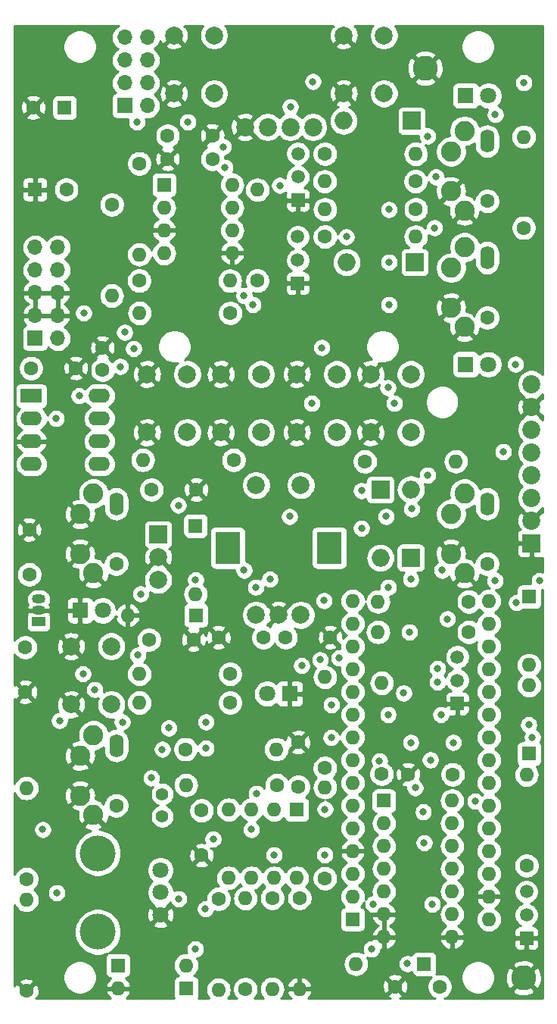
<source format=gbr>
G04 #@! TF.GenerationSoftware,KiCad,Pcbnew,(5.1.2)-1*
G04 #@! TF.CreationDate,2021-03-02T15:10:39-08:00*
G04 #@! TF.ProjectId,Spankulator,5370616e-6b75-46c6-9174-6f722e6b6963,2.2*
G04 #@! TF.SameCoordinates,Original*
G04 #@! TF.FileFunction,Copper,L2,Inr*
G04 #@! TF.FilePolarity,Positive*
%FSLAX46Y46*%
G04 Gerber Fmt 4.6, Leading zero omitted, Abs format (unit mm)*
G04 Created by KiCad (PCBNEW (5.1.2)-1) date 2021-03-02 15:10:39*
%MOMM*%
%LPD*%
G04 APERTURE LIST*
%ADD10C,2.020000*%
%ADD11R,2.020000X2.020000*%
%ADD12C,1.800000*%
%ADD13C,4.000000*%
%ADD14C,2.000000*%
%ADD15O,1.600000X1.600000*%
%ADD16C,1.600000*%
%ADD17R,1.600000X1.600000*%
%ADD18R,2.800000X3.600000*%
%ADD19R,1.800000X1.800000*%
%ADD20O,1.600000X2.600000*%
%ADD21C,2.250000*%
%ADD22C,2.800000*%
%ADD23R,2.000000X2.000000*%
%ADD24R,1.500000X1.500000*%
%ADD25C,1.500000*%
%ADD26O,2.000000X2.000000*%
%ADD27C,1.400000*%
%ADD28R,1.700000X1.700000*%
%ADD29O,1.700000X1.700000*%
%ADD30O,1.500000X1.050000*%
%ADD31R,1.500000X1.050000*%
%ADD32R,2.400000X1.600000*%
%ADD33O,2.400000X1.600000*%
%ADD34C,0.800000*%
%ADD35C,0.254000*%
G04 APERTURE END LIST*
D10*
X113510000Y-80210000D03*
X113510000Y-82750000D03*
X113510000Y-85290000D03*
X113510000Y-87830000D03*
X113510000Y-90370000D03*
X113510000Y-92910000D03*
X113510000Y-95450000D03*
D11*
X113510000Y-97990000D03*
D12*
X72000000Y-139500000D03*
X72000000Y-137000000D03*
X72000000Y-134500000D03*
D13*
X65000000Y-141400000D03*
X65000000Y-132600000D03*
D14*
X78750000Y-79100000D03*
X83250000Y-79100000D03*
X78750000Y-85600000D03*
X83250000Y-85600000D03*
D15*
X100560000Y-63750000D03*
D16*
X90400000Y-63750000D03*
D15*
X108740000Y-104440000D03*
X93500000Y-104440000D03*
X108740000Y-140000000D03*
X93500000Y-106980000D03*
X108740000Y-137460000D03*
X93500000Y-109520000D03*
X108740000Y-134920000D03*
X93500000Y-112060000D03*
X108740000Y-132380000D03*
X93500000Y-114600000D03*
X108740000Y-129840000D03*
X93500000Y-117140000D03*
X108740000Y-127300000D03*
X93500000Y-119680000D03*
X108740000Y-124760000D03*
X93500000Y-122220000D03*
X108740000Y-122220000D03*
X93500000Y-124760000D03*
X108740000Y-119680000D03*
X93500000Y-127300000D03*
X108740000Y-117140000D03*
X93500000Y-129840000D03*
X108740000Y-114600000D03*
X93500000Y-132380000D03*
X108740000Y-112060000D03*
X93500000Y-134920000D03*
X108740000Y-109520000D03*
X93500000Y-137460000D03*
X108740000Y-106980000D03*
D17*
X93500000Y-140000000D03*
D14*
X87700000Y-106000000D03*
X85200000Y-106000000D03*
X82700000Y-106000000D03*
X87700000Y-91500000D03*
X82700000Y-91500000D03*
D18*
X90900000Y-98500000D03*
X79500000Y-98500000D03*
D16*
X61460000Y-58480000D03*
D17*
X57960000Y-58480000D03*
D16*
X57780000Y-49320000D03*
D17*
X61280000Y-49320000D03*
D12*
X108700000Y-48000000D03*
D19*
X106160000Y-48000000D03*
D12*
X108700000Y-78000000D03*
D19*
X106160000Y-78000000D03*
D12*
X65540000Y-105500000D03*
D19*
X63000000Y-105500000D03*
D16*
X67050000Y-100270000D03*
D20*
X67050000Y-93590000D03*
D21*
X64500000Y-92430000D03*
X63000000Y-94730000D03*
X63000000Y-99180000D03*
X64500000Y-101330000D03*
D16*
X108550000Y-59770000D03*
D20*
X108550000Y-53090000D03*
D21*
X106000000Y-51930000D03*
X104500000Y-54230000D03*
X104500000Y-58680000D03*
X106000000Y-60830000D03*
D16*
X108550000Y-72770000D03*
D20*
X108550000Y-66090000D03*
D21*
X106000000Y-64930000D03*
X104500000Y-67230000D03*
X104500000Y-71680000D03*
X106000000Y-73830000D03*
D16*
X108550000Y-100270000D03*
D20*
X108550000Y-93590000D03*
D21*
X106000000Y-92430000D03*
X104500000Y-94730000D03*
X104500000Y-99180000D03*
X106000000Y-101330000D03*
D16*
X67050000Y-127270000D03*
D20*
X67050000Y-120590000D03*
D21*
X64500000Y-119430000D03*
X63000000Y-121730000D03*
X63000000Y-126180000D03*
X64500000Y-128330000D03*
D15*
X69640000Y-112600000D03*
D16*
X79800000Y-112600000D03*
D15*
X112650000Y-52590000D03*
D16*
X112650000Y-62750000D03*
D15*
X96750000Y-113590000D03*
D16*
X96750000Y-123750000D03*
D15*
X69640000Y-115800000D03*
D16*
X79800000Y-115800000D03*
D15*
X57000000Y-125340000D03*
D16*
X57000000Y-135500000D03*
D15*
X57000000Y-137840000D03*
D16*
X57000000Y-148000000D03*
D15*
X69630000Y-65720000D03*
D16*
X69630000Y-55560000D03*
D15*
X96340000Y-104500000D03*
D16*
X106500000Y-104500000D03*
D15*
X100560000Y-54500000D03*
D16*
X90400000Y-54500000D03*
D14*
X73500000Y-41250000D03*
X78000000Y-41250000D03*
X73500000Y-47750000D03*
X78000000Y-47750000D03*
X92500000Y-41250000D03*
X97000000Y-41250000D03*
X92500000Y-47750000D03*
X97000000Y-47750000D03*
X62000000Y-109500000D03*
X66500000Y-109500000D03*
X62000000Y-116000000D03*
X66500000Y-116000000D03*
X87250000Y-79100000D03*
X91750000Y-79100000D03*
X87250000Y-85600000D03*
X91750000Y-85600000D03*
X70500000Y-79100000D03*
X75000000Y-79100000D03*
X70500000Y-85600000D03*
X75000000Y-85600000D03*
X95500000Y-79100000D03*
X100000000Y-79100000D03*
X95500000Y-85600000D03*
X100000000Y-85600000D03*
D22*
X112625000Y-146550000D03*
D15*
X104620000Y-126750000D03*
X97000000Y-141990000D03*
X104620000Y-129290000D03*
X97000000Y-139450000D03*
X104620000Y-131830000D03*
X97000000Y-136910000D03*
X104620000Y-134370000D03*
X97000000Y-134370000D03*
X104620000Y-136910000D03*
X97000000Y-131830000D03*
X104620000Y-139450000D03*
X97000000Y-129290000D03*
X104620000Y-141990000D03*
D17*
X97000000Y-126750000D03*
D14*
X71750000Y-102080000D03*
X71750000Y-99540000D03*
D23*
X71750000Y-97000000D03*
D16*
X75700000Y-108750000D03*
X70700000Y-108750000D03*
X76000000Y-92000000D03*
X71000000Y-92000000D03*
X99700000Y-123800000D03*
X104700000Y-123800000D03*
X98250000Y-147500000D03*
X103250000Y-147500000D03*
X72800000Y-55050000D03*
X77800000Y-55050000D03*
X72800000Y-52450000D03*
X77800000Y-52450000D03*
D10*
X89060000Y-51500000D03*
X86520000Y-51500000D03*
X83980000Y-51500000D03*
X81440000Y-51500000D03*
D15*
X96340000Y-107900000D03*
D16*
X106500000Y-107900000D03*
D24*
X105200000Y-115900000D03*
D25*
X105200000Y-110700000D03*
X105200000Y-113300000D03*
D12*
X83930000Y-114800000D03*
D19*
X86470000Y-114800000D03*
D15*
X84500000Y-147760000D03*
D16*
X84500000Y-137600000D03*
D15*
X90400000Y-112940000D03*
D16*
X90400000Y-123100000D03*
D15*
X84960000Y-121000000D03*
D16*
X74800000Y-121000000D03*
D15*
X74840000Y-125000000D03*
D16*
X85000000Y-125000000D03*
D15*
X90400000Y-125240000D03*
D16*
X90400000Y-135400000D03*
D15*
X81500000Y-137640000D03*
D16*
X81500000Y-147800000D03*
D15*
X78500000Y-147860000D03*
D16*
X78500000Y-137700000D03*
X87400000Y-120200000D03*
X87400000Y-125200000D03*
X76600000Y-127850000D03*
X76600000Y-132850000D03*
X91000000Y-108500000D03*
X86000000Y-108500000D03*
X78500000Y-108500000D03*
X83500000Y-108500000D03*
D23*
X100100000Y-50800000D03*
D26*
X92480000Y-50800000D03*
D23*
X96600000Y-92000000D03*
D26*
X96600000Y-99620000D03*
D27*
X72200000Y-126000000D03*
X72200000Y-128500000D03*
D23*
X100450000Y-66600000D03*
D26*
X92830000Y-66600000D03*
X100000000Y-91980000D03*
D23*
X100000000Y-99600000D03*
D16*
X87550000Y-137600000D03*
D15*
X87550000Y-147760000D03*
D28*
X68000000Y-49100000D03*
D29*
X70540000Y-49100000D03*
X68000000Y-46560000D03*
X70540000Y-46560000D03*
X68000000Y-44020000D03*
X70540000Y-44020000D03*
X68000000Y-41480000D03*
X70540000Y-41480000D03*
D16*
X80180000Y-88680000D03*
D15*
X70020000Y-88680000D03*
D17*
X72400000Y-57950000D03*
D15*
X80020000Y-65570000D03*
X72400000Y-60490000D03*
X80020000Y-63030000D03*
X72400000Y-63030000D03*
X80020000Y-60490000D03*
X72400000Y-65570000D03*
X80020000Y-57950000D03*
X87250000Y-135370000D03*
X79630000Y-127750000D03*
X84710000Y-135370000D03*
X82170000Y-127750000D03*
X82170000Y-135370000D03*
X84710000Y-127750000D03*
X79630000Y-135370000D03*
D17*
X87250000Y-127750000D03*
D22*
X101620000Y-44930000D03*
D25*
X112950000Y-139500000D03*
X112950000Y-136900000D03*
D24*
X112950000Y-142100000D03*
D16*
X112950000Y-134000000D03*
D15*
X112950000Y-123840000D03*
D17*
X113230000Y-121500000D03*
D15*
X113230000Y-113880000D03*
X93880000Y-144975000D03*
D17*
X101500000Y-144975000D03*
D16*
X66550000Y-60170000D03*
D15*
X66550000Y-70330000D03*
D16*
X56870000Y-109600000D03*
X56870000Y-114600000D03*
X57320000Y-96460000D03*
X57320000Y-101460000D03*
D30*
X58370000Y-105500000D03*
X58370000Y-104230000D03*
D31*
X58370000Y-106770000D03*
D24*
X87360000Y-68960000D03*
D25*
X87360000Y-63760000D03*
X87360000Y-66360000D03*
X87390000Y-57070000D03*
X87390000Y-54470000D03*
D24*
X87390000Y-59670000D03*
D15*
X90410000Y-60700000D03*
D16*
X100570000Y-60700000D03*
X100520000Y-57570000D03*
D15*
X90360000Y-57570000D03*
D16*
X79810000Y-72270000D03*
D15*
X69650000Y-72270000D03*
D16*
X69610000Y-68670000D03*
D15*
X79770000Y-68670000D03*
X82850000Y-58510000D03*
D16*
X82850000Y-68670000D03*
D28*
X57980000Y-75090000D03*
D29*
X60520000Y-75090000D03*
X57980000Y-72550000D03*
X60520000Y-72550000D03*
X57980000Y-70010000D03*
X60520000Y-70010000D03*
X57980000Y-67470000D03*
X60520000Y-67470000D03*
X57980000Y-64930000D03*
X60520000Y-64930000D03*
D16*
X65520000Y-78630000D03*
X65520000Y-76130000D03*
X57530000Y-78420000D03*
X62530000Y-78420000D03*
D32*
X57550000Y-81510000D03*
D33*
X65170000Y-89130000D03*
X57550000Y-84050000D03*
X65170000Y-86590000D03*
X57550000Y-86590000D03*
X65170000Y-84050000D03*
X57550000Y-89130000D03*
X65170000Y-81510000D03*
D17*
X67240000Y-145130000D03*
D15*
X74860000Y-145130000D03*
X67280000Y-147720000D03*
D17*
X74900000Y-147720000D03*
X75930000Y-96040000D03*
D15*
X75930000Y-103660000D03*
X68350000Y-106040000D03*
D17*
X75970000Y-106040000D03*
X113230000Y-103980000D03*
D15*
X113230000Y-111600000D03*
D16*
X94880000Y-88840000D03*
D15*
X105040000Y-88840000D03*
D34*
X79210000Y-56010000D03*
X79040000Y-53700000D03*
X111720000Y-78000000D03*
X67500000Y-78250000D03*
X69000000Y-76250000D03*
X103500000Y-101000000D03*
X81350000Y-101000000D03*
X81340000Y-70330000D03*
X60700000Y-117800000D03*
X60394345Y-137025655D03*
X103374999Y-117140000D03*
X102400000Y-138300000D03*
X95800000Y-138300000D03*
X95600000Y-143325001D03*
X103000000Y-113500000D03*
X75898003Y-143325001D03*
X113600000Y-119670000D03*
X114400000Y-102180000D03*
X109440000Y-102180000D03*
X88930000Y-82360000D03*
X98180000Y-82360000D03*
X91124999Y-116025001D03*
X91100000Y-119700000D03*
X103000000Y-112000000D03*
X102660000Y-62750000D03*
X102820000Y-57070000D03*
X104100000Y-106450000D03*
X107200000Y-126800000D03*
X97500000Y-102900000D03*
X82650000Y-102900000D03*
X97550000Y-66600000D03*
X82350000Y-71330000D03*
X97550000Y-71330000D03*
X97550000Y-60710000D03*
X60330000Y-84050000D03*
X75930000Y-102080000D03*
X99850000Y-107900000D03*
X100000000Y-120250000D03*
X104750000Y-120250000D03*
X87800000Y-111650000D03*
X89850000Y-111000000D03*
X90300000Y-104400000D03*
X111824999Y-104625001D03*
X94480000Y-92110000D03*
X94480000Y-96310000D03*
X64640001Y-114330001D03*
X96500000Y-122300000D03*
X92800000Y-63750000D03*
X97250000Y-95000000D03*
X86450000Y-95000000D03*
X85350000Y-58010000D03*
X63325001Y-112574999D03*
X99200000Y-114715001D03*
X100100001Y-94149999D03*
X101400000Y-128000000D03*
X74000000Y-93750000D03*
X97460000Y-117140000D03*
X72925000Y-118625000D03*
X99610000Y-144950000D03*
X69364999Y-50928589D03*
X75061411Y-50928589D03*
X113204999Y-118265001D03*
X84250000Y-102000000D03*
X100000000Y-102000000D03*
X100500000Y-125300000D03*
X86520000Y-49230000D03*
X109450000Y-50100000D03*
X110350000Y-87760000D03*
X102200000Y-122200000D03*
X101890001Y-52509999D03*
X101874999Y-90375001D03*
X89054999Y-46424999D03*
X67738095Y-117961905D03*
X77091667Y-117958333D03*
X77080000Y-120890000D03*
X82750000Y-125950000D03*
X92000000Y-110800000D03*
X77025001Y-138825001D03*
X90400000Y-127700000D03*
X90390000Y-132790000D03*
X84710000Y-132790000D03*
X101500000Y-131450000D03*
X72200000Y-121000000D03*
X74030000Y-137710000D03*
X58820010Y-129969990D03*
X82170000Y-129970000D03*
X63410000Y-72270000D03*
X112650000Y-46550000D03*
X97454999Y-80605001D03*
X70969999Y-124200001D03*
X90050000Y-76130000D03*
X67995001Y-74424999D03*
X62910000Y-81510000D03*
X77900000Y-131030001D03*
X69790000Y-103650000D03*
X69475001Y-110500000D03*
D35*
G36*
X67170986Y-40239294D02*
G01*
X66944866Y-40424866D01*
X66759294Y-40650986D01*
X66621401Y-40908966D01*
X66536487Y-41188889D01*
X66507815Y-41480000D01*
X66536487Y-41771111D01*
X66621401Y-42051034D01*
X66759294Y-42309014D01*
X66944866Y-42535134D01*
X67170986Y-42720706D01*
X67225791Y-42750000D01*
X67170986Y-42779294D01*
X66944866Y-42964866D01*
X66759294Y-43190986D01*
X66621401Y-43448966D01*
X66536487Y-43728889D01*
X66507815Y-44020000D01*
X66536487Y-44311111D01*
X66621401Y-44591034D01*
X66759294Y-44849014D01*
X66944866Y-45075134D01*
X67170986Y-45260706D01*
X67225791Y-45290000D01*
X67170986Y-45319294D01*
X66944866Y-45504866D01*
X66759294Y-45730986D01*
X66621401Y-45988966D01*
X66536487Y-46268889D01*
X66507815Y-46560000D01*
X66536487Y-46851111D01*
X66621401Y-47131034D01*
X66759294Y-47389014D01*
X66944866Y-47615134D01*
X66974687Y-47639607D01*
X66905820Y-47660498D01*
X66795506Y-47719463D01*
X66698815Y-47798815D01*
X66619463Y-47895506D01*
X66560498Y-48005820D01*
X66524188Y-48125518D01*
X66511928Y-48250000D01*
X66511928Y-49950000D01*
X66524188Y-50074482D01*
X66560498Y-50194180D01*
X66619463Y-50304494D01*
X66698815Y-50401185D01*
X66795506Y-50480537D01*
X66905820Y-50539502D01*
X67025518Y-50575812D01*
X67150000Y-50588072D01*
X68385770Y-50588072D01*
X68369773Y-50626691D01*
X68329999Y-50826650D01*
X68329999Y-51030528D01*
X68369773Y-51230487D01*
X68447794Y-51418845D01*
X68561062Y-51588363D01*
X68705225Y-51732526D01*
X68874743Y-51845794D01*
X69063101Y-51923815D01*
X69263060Y-51963589D01*
X69466938Y-51963589D01*
X69666897Y-51923815D01*
X69855255Y-51845794D01*
X70024773Y-51732526D01*
X70168936Y-51588363D01*
X70282204Y-51418845D01*
X70360225Y-51230487D01*
X70399999Y-51030528D01*
X70399999Y-50826650D01*
X74026411Y-50826650D01*
X74026411Y-51030528D01*
X74066185Y-51230487D01*
X74144206Y-51418845D01*
X74257474Y-51588363D01*
X74401637Y-51732526D01*
X74571155Y-51845794D01*
X74759513Y-51923815D01*
X74959472Y-51963589D01*
X75163350Y-51963589D01*
X75363309Y-51923815D01*
X75551667Y-51845794D01*
X75721185Y-51732526D01*
X75865348Y-51588363D01*
X75952922Y-51457298D01*
X76986903Y-51457298D01*
X77800000Y-52270395D01*
X78508195Y-51562200D01*
X79788211Y-51562200D01*
X79832084Y-51883253D01*
X79937749Y-52189578D01*
X80032032Y-52365968D01*
X80297455Y-52462939D01*
X81260395Y-51500000D01*
X81619605Y-51500000D01*
X82582545Y-52462939D01*
X82632738Y-52444601D01*
X82702245Y-52548626D01*
X82931374Y-52777755D01*
X83200801Y-52957780D01*
X83500171Y-53081783D01*
X83817982Y-53145000D01*
X84142018Y-53145000D01*
X84459829Y-53081783D01*
X84759199Y-52957780D01*
X85028626Y-52777755D01*
X85250000Y-52556381D01*
X85471374Y-52777755D01*
X85740801Y-52957780D01*
X86040171Y-53081783D01*
X86357982Y-53145000D01*
X86682018Y-53145000D01*
X86999829Y-53081783D01*
X87299199Y-52957780D01*
X87568626Y-52777755D01*
X87790000Y-52556381D01*
X88011374Y-52777755D01*
X88280801Y-52957780D01*
X88580171Y-53081783D01*
X88897982Y-53145000D01*
X89222018Y-53145000D01*
X89539829Y-53081783D01*
X89839199Y-52957780D01*
X90108626Y-52777755D01*
X90337755Y-52548626D01*
X90517780Y-52279199D01*
X90641783Y-51979829D01*
X90705000Y-51662018D01*
X90705000Y-51337982D01*
X90641783Y-51020171D01*
X90550586Y-50800000D01*
X90837089Y-50800000D01*
X90868657Y-51120516D01*
X90962148Y-51428715D01*
X91113969Y-51712752D01*
X91318286Y-51961714D01*
X91567248Y-52166031D01*
X91851285Y-52317852D01*
X92159484Y-52411343D01*
X92399678Y-52435000D01*
X92560322Y-52435000D01*
X92800516Y-52411343D01*
X93108715Y-52317852D01*
X93392752Y-52166031D01*
X93641714Y-51961714D01*
X93846031Y-51712752D01*
X93997852Y-51428715D01*
X94091343Y-51120516D01*
X94122911Y-50800000D01*
X94091343Y-50479484D01*
X93997852Y-50171285D01*
X93846031Y-49887248D01*
X93774429Y-49800000D01*
X98461928Y-49800000D01*
X98461928Y-51800000D01*
X98474188Y-51924482D01*
X98510498Y-52044180D01*
X98569463Y-52154494D01*
X98648815Y-52251185D01*
X98745506Y-52330537D01*
X98855820Y-52389502D01*
X98975518Y-52425812D01*
X99100000Y-52438072D01*
X100855001Y-52438072D01*
X100855001Y-52611938D01*
X100894775Y-52811897D01*
X100972796Y-53000255D01*
X101077881Y-53157527D01*
X100841309Y-53085764D01*
X100630492Y-53065000D01*
X100489508Y-53065000D01*
X100278691Y-53085764D01*
X100008192Y-53167818D01*
X99758899Y-53301068D01*
X99540392Y-53480392D01*
X99361068Y-53698899D01*
X99227818Y-53948192D01*
X99145764Y-54218691D01*
X99118057Y-54500000D01*
X99145764Y-54781309D01*
X99227818Y-55051808D01*
X99361068Y-55301101D01*
X99540392Y-55519608D01*
X99758899Y-55698932D01*
X100008192Y-55832182D01*
X100278691Y-55914236D01*
X100489508Y-55935000D01*
X100630492Y-55935000D01*
X100841309Y-55914236D01*
X101111808Y-55832182D01*
X101361101Y-55698932D01*
X101579608Y-55519608D01*
X101758932Y-55301101D01*
X101892182Y-55051808D01*
X101974236Y-54781309D01*
X102001943Y-54500000D01*
X101974236Y-54218691D01*
X101925084Y-54056655D01*
X102740000Y-54056655D01*
X102740000Y-54403345D01*
X102807636Y-54743373D01*
X102940308Y-55063673D01*
X103132919Y-55351935D01*
X103378065Y-55597081D01*
X103666327Y-55789692D01*
X103986627Y-55922364D01*
X104326655Y-55990000D01*
X104673345Y-55990000D01*
X105013373Y-55922364D01*
X105333673Y-55789692D01*
X105621935Y-55597081D01*
X105867081Y-55351935D01*
X106059692Y-55063673D01*
X106192364Y-54743373D01*
X106260000Y-54403345D01*
X106260000Y-54056655D01*
X106192364Y-53716627D01*
X106180727Y-53688532D01*
X106513373Y-53622364D01*
X106833673Y-53489692D01*
X107115000Y-53301715D01*
X107115000Y-53660492D01*
X107135764Y-53871309D01*
X107217818Y-54141808D01*
X107351068Y-54391101D01*
X107530393Y-54609608D01*
X107748900Y-54788932D01*
X107998193Y-54922182D01*
X108268692Y-55004236D01*
X108550000Y-55031943D01*
X108831309Y-55004236D01*
X109101808Y-54922182D01*
X109351101Y-54788932D01*
X109569608Y-54609608D01*
X109748932Y-54391101D01*
X109882182Y-54141808D01*
X109964236Y-53871309D01*
X109985000Y-53660492D01*
X109985000Y-52590000D01*
X111208057Y-52590000D01*
X111235764Y-52871309D01*
X111317818Y-53141808D01*
X111451068Y-53391101D01*
X111630392Y-53609608D01*
X111848899Y-53788932D01*
X112098192Y-53922182D01*
X112368691Y-54004236D01*
X112579508Y-54025000D01*
X112720492Y-54025000D01*
X112931309Y-54004236D01*
X113201808Y-53922182D01*
X113451101Y-53788932D01*
X113669608Y-53609608D01*
X113848932Y-53391101D01*
X113982182Y-53141808D01*
X114064236Y-52871309D01*
X114091943Y-52590000D01*
X114064236Y-52308691D01*
X113982182Y-52038192D01*
X113848932Y-51788899D01*
X113669608Y-51570392D01*
X113451101Y-51391068D01*
X113201808Y-51257818D01*
X112931309Y-51175764D01*
X112720492Y-51155000D01*
X112579508Y-51155000D01*
X112368691Y-51175764D01*
X112098192Y-51257818D01*
X111848899Y-51391068D01*
X111630392Y-51570392D01*
X111451068Y-51788899D01*
X111317818Y-52038192D01*
X111235764Y-52308691D01*
X111208057Y-52590000D01*
X109985000Y-52590000D01*
X109985000Y-52519508D01*
X109964236Y-52308691D01*
X109882182Y-52038192D01*
X109748932Y-51788899D01*
X109569607Y-51570392D01*
X109351100Y-51391068D01*
X109101807Y-51257818D01*
X108831308Y-51175764D01*
X108550000Y-51148057D01*
X108268691Y-51175764D01*
X107998192Y-51257818D01*
X107748899Y-51391068D01*
X107695927Y-51434541D01*
X107692364Y-51416627D01*
X107559692Y-51096327D01*
X107367081Y-50808065D01*
X107121935Y-50562919D01*
X106833673Y-50370308D01*
X106513373Y-50237636D01*
X106173345Y-50170000D01*
X105826655Y-50170000D01*
X105486627Y-50237636D01*
X105166327Y-50370308D01*
X104878065Y-50562919D01*
X104632919Y-50808065D01*
X104440308Y-51096327D01*
X104307636Y-51416627D01*
X104240000Y-51756655D01*
X104240000Y-52103345D01*
X104307636Y-52443373D01*
X104319273Y-52471468D01*
X103986627Y-52537636D01*
X103666327Y-52670308D01*
X103378065Y-52862919D01*
X103132919Y-53108065D01*
X102940308Y-53396327D01*
X102807636Y-53716627D01*
X102740000Y-54056655D01*
X101925084Y-54056655D01*
X101892182Y-53948192D01*
X101758932Y-53698899D01*
X101602307Y-53508050D01*
X101788062Y-53544999D01*
X101991940Y-53544999D01*
X102191899Y-53505225D01*
X102380257Y-53427204D01*
X102549775Y-53313936D01*
X102693938Y-53169773D01*
X102807206Y-53000255D01*
X102885227Y-52811897D01*
X102925001Y-52611938D01*
X102925001Y-52408060D01*
X102885227Y-52208101D01*
X102807206Y-52019743D01*
X102693938Y-51850225D01*
X102549775Y-51706062D01*
X102380257Y-51592794D01*
X102191899Y-51514773D01*
X101991940Y-51474999D01*
X101788062Y-51474999D01*
X101738072Y-51484943D01*
X101738072Y-49800000D01*
X101725812Y-49675518D01*
X101689502Y-49555820D01*
X101630537Y-49445506D01*
X101551185Y-49348815D01*
X101454494Y-49269463D01*
X101344180Y-49210498D01*
X101224482Y-49174188D01*
X101100000Y-49161928D01*
X99100000Y-49161928D01*
X98975518Y-49174188D01*
X98855820Y-49210498D01*
X98745506Y-49269463D01*
X98648815Y-49348815D01*
X98569463Y-49445506D01*
X98510498Y-49555820D01*
X98474188Y-49675518D01*
X98461928Y-49800000D01*
X93774429Y-49800000D01*
X93641714Y-49638286D01*
X93392752Y-49433969D01*
X93108715Y-49282148D01*
X93089260Y-49276246D01*
X93186088Y-49242795D01*
X93360044Y-49149814D01*
X93455808Y-48885413D01*
X92500000Y-47929605D01*
X91544192Y-48885413D01*
X91639956Y-49149814D01*
X91888671Y-49270807D01*
X91851285Y-49282148D01*
X91567248Y-49433969D01*
X91318286Y-49638286D01*
X91113969Y-49887248D01*
X90962148Y-50171285D01*
X90868657Y-50479484D01*
X90837089Y-50800000D01*
X90550586Y-50800000D01*
X90517780Y-50720801D01*
X90337755Y-50451374D01*
X90108626Y-50222245D01*
X89839199Y-50042220D01*
X89539829Y-49918217D01*
X89222018Y-49855000D01*
X88897982Y-49855000D01*
X88580171Y-49918217D01*
X88280801Y-50042220D01*
X88011374Y-50222245D01*
X87790000Y-50443619D01*
X87568626Y-50222245D01*
X87299199Y-50042220D01*
X87208896Y-50004815D01*
X87323937Y-49889774D01*
X87437205Y-49720256D01*
X87515226Y-49531898D01*
X87555000Y-49331939D01*
X87555000Y-49128061D01*
X87515226Y-48928102D01*
X87437205Y-48739744D01*
X87323937Y-48570226D01*
X87179774Y-48426063D01*
X87010256Y-48312795D01*
X86821898Y-48234774D01*
X86621939Y-48195000D01*
X86418061Y-48195000D01*
X86218102Y-48234774D01*
X86029744Y-48312795D01*
X85860226Y-48426063D01*
X85716063Y-48570226D01*
X85602795Y-48739744D01*
X85524774Y-48928102D01*
X85485000Y-49128061D01*
X85485000Y-49331939D01*
X85524774Y-49531898D01*
X85602795Y-49720256D01*
X85716063Y-49889774D01*
X85831104Y-50004815D01*
X85740801Y-50042220D01*
X85471374Y-50222245D01*
X85250000Y-50443619D01*
X85028626Y-50222245D01*
X84759199Y-50042220D01*
X84459829Y-49918217D01*
X84142018Y-49855000D01*
X83817982Y-49855000D01*
X83500171Y-49918217D01*
X83200801Y-50042220D01*
X82931374Y-50222245D01*
X82702245Y-50451374D01*
X82632738Y-50555399D01*
X82582545Y-50537061D01*
X81619605Y-51500000D01*
X81260395Y-51500000D01*
X80297455Y-50537061D01*
X80032032Y-50634032D01*
X79890144Y-50925353D01*
X79807815Y-51238757D01*
X79788211Y-51562200D01*
X78508195Y-51562200D01*
X78613097Y-51457298D01*
X78541514Y-51213329D01*
X78286004Y-51092429D01*
X78011816Y-51023700D01*
X77729488Y-51009783D01*
X77449870Y-51051213D01*
X77183708Y-51146397D01*
X77058486Y-51213329D01*
X76986903Y-51457298D01*
X75952922Y-51457298D01*
X75978616Y-51418845D01*
X76056637Y-51230487D01*
X76096411Y-51030528D01*
X76096411Y-50826650D01*
X76056637Y-50626691D01*
X75978616Y-50438333D01*
X75924576Y-50357455D01*
X80477061Y-50357455D01*
X81440000Y-51320395D01*
X82402939Y-50357455D01*
X82305968Y-50092032D01*
X82014647Y-49950144D01*
X81701243Y-49867815D01*
X81377800Y-49848211D01*
X81056747Y-49892084D01*
X80750422Y-49997749D01*
X80574032Y-50092032D01*
X80477061Y-50357455D01*
X75924576Y-50357455D01*
X75865348Y-50268815D01*
X75721185Y-50124652D01*
X75551667Y-50011384D01*
X75363309Y-49933363D01*
X75163350Y-49893589D01*
X74959472Y-49893589D01*
X74759513Y-49933363D01*
X74571155Y-50011384D01*
X74401637Y-50124652D01*
X74257474Y-50268815D01*
X74144206Y-50438333D01*
X74066185Y-50626691D01*
X74026411Y-50826650D01*
X70399999Y-50826650D01*
X70360225Y-50626691D01*
X70337678Y-50572258D01*
X70467050Y-50585000D01*
X70612950Y-50585000D01*
X70831111Y-50563513D01*
X71111034Y-50478599D01*
X71369014Y-50340706D01*
X71595134Y-50155134D01*
X71780706Y-49929014D01*
X71918599Y-49671034D01*
X72003513Y-49391111D01*
X72032185Y-49100000D01*
X72011050Y-48885413D01*
X72544192Y-48885413D01*
X72639956Y-49149814D01*
X72929571Y-49290704D01*
X73241108Y-49372384D01*
X73562595Y-49391718D01*
X73881675Y-49347961D01*
X74186088Y-49242795D01*
X74360044Y-49149814D01*
X74455808Y-48885413D01*
X73500000Y-47929605D01*
X72544192Y-48885413D01*
X72011050Y-48885413D01*
X72003513Y-48808889D01*
X71918599Y-48528966D01*
X71780706Y-48270986D01*
X71595134Y-48044866D01*
X71369014Y-47859294D01*
X71314209Y-47830000D01*
X71346771Y-47812595D01*
X71858282Y-47812595D01*
X71902039Y-48131675D01*
X72007205Y-48436088D01*
X72100186Y-48610044D01*
X72364587Y-48705808D01*
X73320395Y-47750000D01*
X73679605Y-47750000D01*
X74635413Y-48705808D01*
X74899814Y-48610044D01*
X75040704Y-48320429D01*
X75122384Y-48008892D01*
X75141718Y-47687405D01*
X75128219Y-47588967D01*
X76365000Y-47588967D01*
X76365000Y-47911033D01*
X76427832Y-48226912D01*
X76551082Y-48524463D01*
X76730013Y-48792252D01*
X76957748Y-49019987D01*
X77225537Y-49198918D01*
X77523088Y-49322168D01*
X77838967Y-49385000D01*
X78161033Y-49385000D01*
X78476912Y-49322168D01*
X78774463Y-49198918D01*
X79042252Y-49019987D01*
X79269987Y-48792252D01*
X79448918Y-48524463D01*
X79572168Y-48226912D01*
X79635000Y-47911033D01*
X79635000Y-47812595D01*
X90858282Y-47812595D01*
X90902039Y-48131675D01*
X91007205Y-48436088D01*
X91100186Y-48610044D01*
X91364587Y-48705808D01*
X92320395Y-47750000D01*
X92679605Y-47750000D01*
X93635413Y-48705808D01*
X93899814Y-48610044D01*
X94040704Y-48320429D01*
X94122384Y-48008892D01*
X94141718Y-47687405D01*
X94128219Y-47588967D01*
X95365000Y-47588967D01*
X95365000Y-47911033D01*
X95427832Y-48226912D01*
X95551082Y-48524463D01*
X95730013Y-48792252D01*
X95957748Y-49019987D01*
X96225537Y-49198918D01*
X96523088Y-49322168D01*
X96838967Y-49385000D01*
X97161033Y-49385000D01*
X97476912Y-49322168D01*
X97774463Y-49198918D01*
X98042252Y-49019987D01*
X98269987Y-48792252D01*
X98448918Y-48524463D01*
X98572168Y-48226912D01*
X98635000Y-47911033D01*
X98635000Y-47588967D01*
X98572168Y-47273088D01*
X98500473Y-47100000D01*
X104621928Y-47100000D01*
X104621928Y-48900000D01*
X104634188Y-49024482D01*
X104670498Y-49144180D01*
X104729463Y-49254494D01*
X104808815Y-49351185D01*
X104905506Y-49430537D01*
X105015820Y-49489502D01*
X105135518Y-49525812D01*
X105260000Y-49538072D01*
X107060000Y-49538072D01*
X107184482Y-49525812D01*
X107304180Y-49489502D01*
X107414494Y-49430537D01*
X107511185Y-49351185D01*
X107590537Y-49254494D01*
X107649502Y-49144180D01*
X107655056Y-49125873D01*
X107721495Y-49192312D01*
X107972905Y-49360299D01*
X108252257Y-49476011D01*
X108548816Y-49535000D01*
X108582737Y-49535000D01*
X108532795Y-49609744D01*
X108454774Y-49798102D01*
X108415000Y-49998061D01*
X108415000Y-50201939D01*
X108454774Y-50401898D01*
X108532795Y-50590256D01*
X108646063Y-50759774D01*
X108790226Y-50903937D01*
X108959744Y-51017205D01*
X109148102Y-51095226D01*
X109348061Y-51135000D01*
X109551939Y-51135000D01*
X109751898Y-51095226D01*
X109940256Y-51017205D01*
X110109774Y-50903937D01*
X110253937Y-50759774D01*
X110367205Y-50590256D01*
X110445226Y-50401898D01*
X110485000Y-50201939D01*
X110485000Y-49998061D01*
X110445226Y-49798102D01*
X110367205Y-49609744D01*
X110253937Y-49440226D01*
X110109774Y-49296063D01*
X109940256Y-49182795D01*
X109761900Y-49108917D01*
X109892312Y-48978505D01*
X110060299Y-48727095D01*
X110176011Y-48447743D01*
X110235000Y-48151184D01*
X110235000Y-47848816D01*
X110176011Y-47552257D01*
X110060299Y-47272905D01*
X109892312Y-47021495D01*
X109678505Y-46807688D01*
X109427095Y-46639701D01*
X109147743Y-46523989D01*
X108851184Y-46465000D01*
X108548816Y-46465000D01*
X108252257Y-46523989D01*
X107972905Y-46639701D01*
X107721495Y-46807688D01*
X107655056Y-46874127D01*
X107649502Y-46855820D01*
X107590537Y-46745506D01*
X107511185Y-46648815D01*
X107414494Y-46569463D01*
X107304180Y-46510498D01*
X107184482Y-46474188D01*
X107060000Y-46461928D01*
X105260000Y-46461928D01*
X105135518Y-46474188D01*
X105015820Y-46510498D01*
X104905506Y-46569463D01*
X104808815Y-46648815D01*
X104729463Y-46745506D01*
X104670498Y-46855820D01*
X104634188Y-46975518D01*
X104621928Y-47100000D01*
X98500473Y-47100000D01*
X98448918Y-46975537D01*
X98269987Y-46707748D01*
X98042252Y-46480013D01*
X97848343Y-46350447D01*
X100379158Y-46350447D01*
X100523135Y-46655770D01*
X100880892Y-46836597D01*
X101267053Y-46944155D01*
X101666777Y-46974310D01*
X102064704Y-46925904D01*
X102445540Y-46800795D01*
X102716865Y-46655770D01*
X102814811Y-46448061D01*
X111615000Y-46448061D01*
X111615000Y-46651939D01*
X111654774Y-46851898D01*
X111732795Y-47040256D01*
X111846063Y-47209774D01*
X111990226Y-47353937D01*
X112159744Y-47467205D01*
X112348102Y-47545226D01*
X112548061Y-47585000D01*
X112751939Y-47585000D01*
X112951898Y-47545226D01*
X113140256Y-47467205D01*
X113309774Y-47353937D01*
X113453937Y-47209774D01*
X113567205Y-47040256D01*
X113645226Y-46851898D01*
X113685000Y-46651939D01*
X113685000Y-46448061D01*
X113645226Y-46248102D01*
X113567205Y-46059744D01*
X113453937Y-45890226D01*
X113309774Y-45746063D01*
X113140256Y-45632795D01*
X112951898Y-45554774D01*
X112751939Y-45515000D01*
X112548061Y-45515000D01*
X112348102Y-45554774D01*
X112159744Y-45632795D01*
X111990226Y-45746063D01*
X111846063Y-45890226D01*
X111732795Y-46059744D01*
X111654774Y-46248102D01*
X111615000Y-46448061D01*
X102814811Y-46448061D01*
X102860842Y-46350447D01*
X101620000Y-45109605D01*
X100379158Y-46350447D01*
X97848343Y-46350447D01*
X97774463Y-46301082D01*
X97476912Y-46177832D01*
X97161033Y-46115000D01*
X96838967Y-46115000D01*
X96523088Y-46177832D01*
X96225537Y-46301082D01*
X95957748Y-46480013D01*
X95730013Y-46707748D01*
X95551082Y-46975537D01*
X95427832Y-47273088D01*
X95365000Y-47588967D01*
X94128219Y-47588967D01*
X94097961Y-47368325D01*
X93992795Y-47063912D01*
X93899814Y-46889956D01*
X93635413Y-46794192D01*
X92679605Y-47750000D01*
X92320395Y-47750000D01*
X91364587Y-46794192D01*
X91100186Y-46889956D01*
X90959296Y-47179571D01*
X90877616Y-47491108D01*
X90858282Y-47812595D01*
X79635000Y-47812595D01*
X79635000Y-47588967D01*
X79572168Y-47273088D01*
X79448918Y-46975537D01*
X79269987Y-46707748D01*
X79042252Y-46480013D01*
X78807356Y-46323060D01*
X88019999Y-46323060D01*
X88019999Y-46526938D01*
X88059773Y-46726897D01*
X88137794Y-46915255D01*
X88251062Y-47084773D01*
X88395225Y-47228936D01*
X88564743Y-47342204D01*
X88753101Y-47420225D01*
X88953060Y-47459999D01*
X89156938Y-47459999D01*
X89356897Y-47420225D01*
X89545255Y-47342204D01*
X89714773Y-47228936D01*
X89858936Y-47084773D01*
X89972204Y-46915255D01*
X90050225Y-46726897D01*
X90072564Y-46614587D01*
X91544192Y-46614587D01*
X92500000Y-47570395D01*
X93455808Y-46614587D01*
X93360044Y-46350186D01*
X93070429Y-46209296D01*
X92758892Y-46127616D01*
X92437405Y-46108282D01*
X92118325Y-46152039D01*
X91813912Y-46257205D01*
X91639956Y-46350186D01*
X91544192Y-46614587D01*
X90072564Y-46614587D01*
X90089999Y-46526938D01*
X90089999Y-46323060D01*
X90050225Y-46123101D01*
X89972204Y-45934743D01*
X89858936Y-45765225D01*
X89714773Y-45621062D01*
X89545255Y-45507794D01*
X89356897Y-45429773D01*
X89156938Y-45389999D01*
X88953060Y-45389999D01*
X88753101Y-45429773D01*
X88564743Y-45507794D01*
X88395225Y-45621062D01*
X88251062Y-45765225D01*
X88137794Y-45934743D01*
X88059773Y-46123101D01*
X88019999Y-46323060D01*
X78807356Y-46323060D01*
X78774463Y-46301082D01*
X78476912Y-46177832D01*
X78161033Y-46115000D01*
X77838967Y-46115000D01*
X77523088Y-46177832D01*
X77225537Y-46301082D01*
X76957748Y-46480013D01*
X76730013Y-46707748D01*
X76551082Y-46975537D01*
X76427832Y-47273088D01*
X76365000Y-47588967D01*
X75128219Y-47588967D01*
X75097961Y-47368325D01*
X74992795Y-47063912D01*
X74899814Y-46889956D01*
X74635413Y-46794192D01*
X73679605Y-47750000D01*
X73320395Y-47750000D01*
X72364587Y-46794192D01*
X72100186Y-46889956D01*
X71959296Y-47179571D01*
X71877616Y-47491108D01*
X71858282Y-47812595D01*
X71346771Y-47812595D01*
X71369014Y-47800706D01*
X71595134Y-47615134D01*
X71780706Y-47389014D01*
X71918599Y-47131034D01*
X72003513Y-46851111D01*
X72026808Y-46614587D01*
X72544192Y-46614587D01*
X73500000Y-47570395D01*
X74455808Y-46614587D01*
X74360044Y-46350186D01*
X74070429Y-46209296D01*
X73758892Y-46127616D01*
X73437405Y-46108282D01*
X73118325Y-46152039D01*
X72813912Y-46257205D01*
X72639956Y-46350186D01*
X72544192Y-46614587D01*
X72026808Y-46614587D01*
X72032185Y-46560000D01*
X72003513Y-46268889D01*
X71918599Y-45988966D01*
X71780706Y-45730986D01*
X71595134Y-45504866D01*
X71369014Y-45319294D01*
X71314209Y-45290000D01*
X71369014Y-45260706D01*
X71595134Y-45075134D01*
X71675853Y-44976777D01*
X99575690Y-44976777D01*
X99624096Y-45374704D01*
X99749205Y-45755540D01*
X99894230Y-46026865D01*
X100199553Y-46170842D01*
X101440395Y-44930000D01*
X101799605Y-44930000D01*
X103040447Y-46170842D01*
X103345770Y-46026865D01*
X103526597Y-45669108D01*
X103634155Y-45282947D01*
X103664310Y-44883223D01*
X103615904Y-44485296D01*
X103490795Y-44104460D01*
X103345770Y-43833135D01*
X103040447Y-43689158D01*
X101799605Y-44930000D01*
X101440395Y-44930000D01*
X100199553Y-43689158D01*
X99894230Y-43833135D01*
X99713403Y-44190892D01*
X99605845Y-44577053D01*
X99575690Y-44976777D01*
X71675853Y-44976777D01*
X71780706Y-44849014D01*
X71918599Y-44591034D01*
X72003513Y-44311111D01*
X72032185Y-44020000D01*
X72003513Y-43728889D01*
X71936978Y-43509553D01*
X100379158Y-43509553D01*
X101620000Y-44750395D01*
X102860842Y-43509553D01*
X102716865Y-43204230D01*
X102359108Y-43023403D01*
X101972947Y-42915845D01*
X101573223Y-42885690D01*
X101175296Y-42934096D01*
X100794460Y-43059205D01*
X100523135Y-43204230D01*
X100379158Y-43509553D01*
X71936978Y-43509553D01*
X71918599Y-43448966D01*
X71780706Y-43190986D01*
X71595134Y-42964866D01*
X71369014Y-42779294D01*
X71304477Y-42744799D01*
X71421355Y-42675178D01*
X71637588Y-42480269D01*
X71708340Y-42385413D01*
X72544192Y-42385413D01*
X72639956Y-42649814D01*
X72929571Y-42790704D01*
X73241108Y-42872384D01*
X73562595Y-42891718D01*
X73881675Y-42847961D01*
X74186088Y-42742795D01*
X74360044Y-42649814D01*
X74455808Y-42385413D01*
X73500000Y-41429605D01*
X72544192Y-42385413D01*
X71708340Y-42385413D01*
X71811641Y-42246920D01*
X71936825Y-41984099D01*
X71977483Y-41850055D01*
X72007205Y-41936088D01*
X72100186Y-42110044D01*
X72364587Y-42205808D01*
X73320395Y-41250000D01*
X73306253Y-41235858D01*
X73485858Y-41056253D01*
X73500000Y-41070395D01*
X73514143Y-41056253D01*
X73693748Y-41235858D01*
X73679605Y-41250000D01*
X74635413Y-42205808D01*
X74899814Y-42110044D01*
X75040704Y-41820429D01*
X75122384Y-41508892D01*
X75141718Y-41187405D01*
X75097961Y-40868325D01*
X74992795Y-40563912D01*
X74899814Y-40389956D01*
X74635415Y-40294193D01*
X74751083Y-40178525D01*
X74732558Y-40160000D01*
X76777761Y-40160000D01*
X76730013Y-40207748D01*
X76551082Y-40475537D01*
X76427832Y-40773088D01*
X76365000Y-41088967D01*
X76365000Y-41411033D01*
X76427832Y-41726912D01*
X76551082Y-42024463D01*
X76730013Y-42292252D01*
X76957748Y-42519987D01*
X77225537Y-42698918D01*
X77523088Y-42822168D01*
X77838967Y-42885000D01*
X78161033Y-42885000D01*
X78476912Y-42822168D01*
X78774463Y-42698918D01*
X79042252Y-42519987D01*
X79176826Y-42385413D01*
X91544192Y-42385413D01*
X91639956Y-42649814D01*
X91929571Y-42790704D01*
X92241108Y-42872384D01*
X92562595Y-42891718D01*
X92881675Y-42847961D01*
X93186088Y-42742795D01*
X93360044Y-42649814D01*
X93455808Y-42385413D01*
X92500000Y-41429605D01*
X91544192Y-42385413D01*
X79176826Y-42385413D01*
X79269987Y-42292252D01*
X79448918Y-42024463D01*
X79572168Y-41726912D01*
X79635000Y-41411033D01*
X79635000Y-41088967D01*
X79572168Y-40773088D01*
X79448918Y-40475537D01*
X79269987Y-40207748D01*
X79222239Y-40160000D01*
X91267442Y-40160000D01*
X91248917Y-40178525D01*
X91364585Y-40294193D01*
X91100186Y-40389956D01*
X90959296Y-40679571D01*
X90877616Y-40991108D01*
X90858282Y-41312595D01*
X90902039Y-41631675D01*
X91007205Y-41936088D01*
X91100186Y-42110044D01*
X91364587Y-42205808D01*
X92320395Y-41250000D01*
X92306253Y-41235858D01*
X92485858Y-41056253D01*
X92500000Y-41070395D01*
X92514143Y-41056253D01*
X92693748Y-41235858D01*
X92679605Y-41250000D01*
X93635413Y-42205808D01*
X93899814Y-42110044D01*
X94040704Y-41820429D01*
X94122384Y-41508892D01*
X94141718Y-41187405D01*
X94097961Y-40868325D01*
X93992795Y-40563912D01*
X93899814Y-40389956D01*
X93635415Y-40294193D01*
X93751083Y-40178525D01*
X93732558Y-40160000D01*
X95777761Y-40160000D01*
X95730013Y-40207748D01*
X95551082Y-40475537D01*
X95427832Y-40773088D01*
X95365000Y-41088967D01*
X95365000Y-41411033D01*
X95427832Y-41726912D01*
X95551082Y-42024463D01*
X95730013Y-42292252D01*
X95957748Y-42519987D01*
X96225537Y-42698918D01*
X96523088Y-42822168D01*
X96838967Y-42885000D01*
X97161033Y-42885000D01*
X97476912Y-42822168D01*
X97774463Y-42698918D01*
X98042252Y-42519987D01*
X98247895Y-42314344D01*
X105615000Y-42314344D01*
X105615000Y-42685656D01*
X105687439Y-43049834D01*
X105829534Y-43392882D01*
X106035825Y-43701618D01*
X106298382Y-43964175D01*
X106607118Y-44170466D01*
X106950166Y-44312561D01*
X107314344Y-44385000D01*
X107685656Y-44385000D01*
X108049834Y-44312561D01*
X108392882Y-44170466D01*
X108701618Y-43964175D01*
X108964175Y-43701618D01*
X109170466Y-43392882D01*
X109312561Y-43049834D01*
X109385000Y-42685656D01*
X109385000Y-42314344D01*
X109312561Y-41950166D01*
X109170466Y-41607118D01*
X108964175Y-41298382D01*
X108701618Y-41035825D01*
X108392882Y-40829534D01*
X108049834Y-40687439D01*
X107685656Y-40615000D01*
X107314344Y-40615000D01*
X106950166Y-40687439D01*
X106607118Y-40829534D01*
X106298382Y-41035825D01*
X106035825Y-41298382D01*
X105829534Y-41607118D01*
X105687439Y-41950166D01*
X105615000Y-42314344D01*
X98247895Y-42314344D01*
X98269987Y-42292252D01*
X98448918Y-42024463D01*
X98572168Y-41726912D01*
X98635000Y-41411033D01*
X98635000Y-41088967D01*
X98572168Y-40773088D01*
X98448918Y-40475537D01*
X98269987Y-40207748D01*
X98222239Y-40160000D01*
X114740000Y-40160000D01*
X114740000Y-79113619D01*
X114558626Y-78932245D01*
X114289199Y-78752220D01*
X113989829Y-78628217D01*
X113672018Y-78565000D01*
X113347982Y-78565000D01*
X113030171Y-78628217D01*
X112730801Y-78752220D01*
X112461374Y-78932245D01*
X112232245Y-79161374D01*
X112052220Y-79430801D01*
X111928217Y-79730171D01*
X111865000Y-80047982D01*
X111865000Y-80372018D01*
X111928217Y-80689829D01*
X112052220Y-80989199D01*
X112232245Y-81258626D01*
X112461374Y-81487755D01*
X112565399Y-81557262D01*
X112547061Y-81607455D01*
X113510000Y-82570395D01*
X114472939Y-81607455D01*
X114454601Y-81557262D01*
X114558626Y-81487755D01*
X114740000Y-81306381D01*
X114740000Y-81819012D01*
X114652545Y-81787061D01*
X113689605Y-82750000D01*
X114652545Y-83712939D01*
X114740000Y-83680988D01*
X114740000Y-84193619D01*
X114558626Y-84012245D01*
X114454601Y-83942738D01*
X114472939Y-83892545D01*
X113510000Y-82929605D01*
X112547061Y-83892545D01*
X112565399Y-83942738D01*
X112461374Y-84012245D01*
X112232245Y-84241374D01*
X112052220Y-84510801D01*
X111928217Y-84810171D01*
X111865000Y-85127982D01*
X111865000Y-85452018D01*
X111928217Y-85769829D01*
X112052220Y-86069199D01*
X112232245Y-86338626D01*
X112453619Y-86560000D01*
X112232245Y-86781374D01*
X112052220Y-87050801D01*
X111928217Y-87350171D01*
X111865000Y-87667982D01*
X111865000Y-87992018D01*
X111928217Y-88309829D01*
X112052220Y-88609199D01*
X112232245Y-88878626D01*
X112453619Y-89100000D01*
X112232245Y-89321374D01*
X112052220Y-89590801D01*
X111928217Y-89890171D01*
X111865000Y-90207982D01*
X111865000Y-90532018D01*
X111928217Y-90849829D01*
X112052220Y-91149199D01*
X112232245Y-91418626D01*
X112453619Y-91640000D01*
X112232245Y-91861374D01*
X112052220Y-92130801D01*
X111928217Y-92430171D01*
X111865000Y-92747982D01*
X111865000Y-93072018D01*
X111928217Y-93389829D01*
X112052220Y-93689199D01*
X112232245Y-93958626D01*
X112461374Y-94187755D01*
X112565399Y-94257262D01*
X112547061Y-94307455D01*
X113510000Y-95270395D01*
X114472939Y-94307455D01*
X114454601Y-94257262D01*
X114558626Y-94187755D01*
X114740000Y-94006381D01*
X114740001Y-94519012D01*
X114652545Y-94487061D01*
X113689605Y-95450000D01*
X113703748Y-95464142D01*
X113524143Y-95643748D01*
X113510000Y-95629605D01*
X113495858Y-95643748D01*
X113316252Y-95464142D01*
X113330395Y-95450000D01*
X112367455Y-94487061D01*
X112102032Y-94584032D01*
X111960144Y-94875353D01*
X111877815Y-95188757D01*
X111858211Y-95512200D01*
X111902084Y-95833253D01*
X112007749Y-96139578D01*
X112102032Y-96315968D01*
X112283253Y-96382176D01*
X112255820Y-96390498D01*
X112145506Y-96449463D01*
X112048815Y-96528815D01*
X111969463Y-96625506D01*
X111910498Y-96735820D01*
X111874188Y-96855518D01*
X111861928Y-96980000D01*
X111865000Y-97704250D01*
X112023750Y-97863000D01*
X113383000Y-97863000D01*
X113383000Y-97843000D01*
X113637000Y-97843000D01*
X113637000Y-97863000D01*
X113657000Y-97863000D01*
X113657000Y-98117000D01*
X113637000Y-98117000D01*
X113637000Y-99476250D01*
X113795750Y-99635000D01*
X114520000Y-99638072D01*
X114644482Y-99625812D01*
X114740001Y-99596837D01*
X114740001Y-101200557D01*
X114701898Y-101184774D01*
X114501939Y-101145000D01*
X114298061Y-101145000D01*
X114098102Y-101184774D01*
X113909744Y-101262795D01*
X113740226Y-101376063D01*
X113596063Y-101520226D01*
X113482795Y-101689744D01*
X113404774Y-101878102D01*
X113365000Y-102078061D01*
X113365000Y-102281939D01*
X113404774Y-102481898D01*
X113429639Y-102541928D01*
X112430000Y-102541928D01*
X112305518Y-102554188D01*
X112185820Y-102590498D01*
X112075506Y-102649463D01*
X111978815Y-102728815D01*
X111899463Y-102825506D01*
X111840498Y-102935820D01*
X111804188Y-103055518D01*
X111791928Y-103180000D01*
X111791928Y-103590001D01*
X111723060Y-103590001D01*
X111523101Y-103629775D01*
X111334743Y-103707796D01*
X111165225Y-103821064D01*
X111021062Y-103965227D01*
X110907794Y-104134745D01*
X110829773Y-104323103D01*
X110789999Y-104523062D01*
X110789999Y-104726940D01*
X110829773Y-104926899D01*
X110907794Y-105115257D01*
X111021062Y-105284775D01*
X111165225Y-105428938D01*
X111334743Y-105542206D01*
X111523101Y-105620227D01*
X111723060Y-105660001D01*
X111926938Y-105660001D01*
X112126897Y-105620227D01*
X112315255Y-105542206D01*
X112484773Y-105428938D01*
X112495639Y-105418072D01*
X114030000Y-105418072D01*
X114154482Y-105405812D01*
X114274180Y-105369502D01*
X114384494Y-105310537D01*
X114481185Y-105231185D01*
X114560537Y-105134494D01*
X114619502Y-105024180D01*
X114655812Y-104904482D01*
X114668072Y-104780000D01*
X114668072Y-103181954D01*
X114701898Y-103175226D01*
X114740001Y-103159443D01*
X114740001Y-148840000D01*
X103764788Y-148840000D01*
X103929727Y-148771680D01*
X104164759Y-148614637D01*
X104364637Y-148414759D01*
X104521680Y-148179727D01*
X104629853Y-147918574D01*
X104685000Y-147641335D01*
X104685000Y-147358665D01*
X104629853Y-147081426D01*
X104521680Y-146820273D01*
X104364637Y-146585241D01*
X104164759Y-146385363D01*
X104058472Y-146314344D01*
X105615000Y-146314344D01*
X105615000Y-146685656D01*
X105687439Y-147049834D01*
X105829534Y-147392882D01*
X106035825Y-147701618D01*
X106298382Y-147964175D01*
X106607118Y-148170466D01*
X106950166Y-148312561D01*
X107314344Y-148385000D01*
X107685656Y-148385000D01*
X108049834Y-148312561D01*
X108392882Y-148170466D01*
X108692231Y-147970447D01*
X111384158Y-147970447D01*
X111528135Y-148275770D01*
X111885892Y-148456597D01*
X112272053Y-148564155D01*
X112671777Y-148594310D01*
X113069704Y-148545904D01*
X113450540Y-148420795D01*
X113721865Y-148275770D01*
X113865842Y-147970447D01*
X112625000Y-146729605D01*
X111384158Y-147970447D01*
X108692231Y-147970447D01*
X108701618Y-147964175D01*
X108964175Y-147701618D01*
X109170466Y-147392882D01*
X109312561Y-147049834D01*
X109385000Y-146685656D01*
X109385000Y-146596777D01*
X110580690Y-146596777D01*
X110629096Y-146994704D01*
X110754205Y-147375540D01*
X110899230Y-147646865D01*
X111204553Y-147790842D01*
X112445395Y-146550000D01*
X112804605Y-146550000D01*
X114045447Y-147790842D01*
X114350770Y-147646865D01*
X114531597Y-147289108D01*
X114639155Y-146902947D01*
X114669310Y-146503223D01*
X114620904Y-146105296D01*
X114495795Y-145724460D01*
X114350770Y-145453135D01*
X114045447Y-145309158D01*
X112804605Y-146550000D01*
X112445395Y-146550000D01*
X111204553Y-145309158D01*
X110899230Y-145453135D01*
X110718403Y-145810892D01*
X110610845Y-146197053D01*
X110580690Y-146596777D01*
X109385000Y-146596777D01*
X109385000Y-146314344D01*
X109312561Y-145950166D01*
X109170466Y-145607118D01*
X108964175Y-145298382D01*
X108795346Y-145129553D01*
X111384158Y-145129553D01*
X112625000Y-146370395D01*
X113865842Y-145129553D01*
X113721865Y-144824230D01*
X113364108Y-144643403D01*
X112977947Y-144535845D01*
X112578223Y-144505690D01*
X112180296Y-144554096D01*
X111799460Y-144679205D01*
X111528135Y-144824230D01*
X111384158Y-145129553D01*
X108795346Y-145129553D01*
X108701618Y-145035825D01*
X108392882Y-144829534D01*
X108049834Y-144687439D01*
X107685656Y-144615000D01*
X107314344Y-144615000D01*
X106950166Y-144687439D01*
X106607118Y-144829534D01*
X106298382Y-145035825D01*
X106035825Y-145298382D01*
X105829534Y-145607118D01*
X105687439Y-145950166D01*
X105615000Y-146314344D01*
X104058472Y-146314344D01*
X103929727Y-146228320D01*
X103668574Y-146120147D01*
X103391335Y-146065000D01*
X103108665Y-146065000D01*
X102836022Y-146119233D01*
X102889502Y-146019180D01*
X102925812Y-145899482D01*
X102938072Y-145775000D01*
X102938072Y-144175000D01*
X102925812Y-144050518D01*
X102889502Y-143930820D01*
X102830537Y-143820506D01*
X102751185Y-143723815D01*
X102654494Y-143644463D01*
X102544180Y-143585498D01*
X102424482Y-143549188D01*
X102300000Y-143536928D01*
X100700000Y-143536928D01*
X100575518Y-143549188D01*
X100455820Y-143585498D01*
X100345506Y-143644463D01*
X100248815Y-143723815D01*
X100169463Y-143820506D01*
X100110498Y-143930820D01*
X100081874Y-144025181D01*
X99911898Y-143954774D01*
X99711939Y-143915000D01*
X99508061Y-143915000D01*
X99308102Y-143954774D01*
X99119744Y-144032795D01*
X98950226Y-144146063D01*
X98806063Y-144290226D01*
X98692795Y-144459744D01*
X98614774Y-144648102D01*
X98575000Y-144848061D01*
X98575000Y-145051939D01*
X98614774Y-145251898D01*
X98692795Y-145440256D01*
X98806063Y-145609774D01*
X98950226Y-145753937D01*
X99119744Y-145867205D01*
X99308102Y-145945226D01*
X99508061Y-145985000D01*
X99711939Y-145985000D01*
X99911898Y-145945226D01*
X100072155Y-145878845D01*
X100074188Y-145899482D01*
X100110498Y-146019180D01*
X100169463Y-146129494D01*
X100248815Y-146226185D01*
X100345506Y-146305537D01*
X100455820Y-146364502D01*
X100575518Y-146400812D01*
X100700000Y-146413072D01*
X102300000Y-146413072D01*
X102308355Y-146412249D01*
X102135363Y-146585241D01*
X101978320Y-146820273D01*
X101870147Y-147081426D01*
X101815000Y-147358665D01*
X101815000Y-147641335D01*
X101870147Y-147918574D01*
X101978320Y-148179727D01*
X102135363Y-148414759D01*
X102335241Y-148614637D01*
X102570273Y-148771680D01*
X102735212Y-148840000D01*
X98764515Y-148840000D01*
X98866292Y-148803603D01*
X98991514Y-148736671D01*
X99063097Y-148492702D01*
X98250000Y-147679605D01*
X97436903Y-148492702D01*
X97508486Y-148736671D01*
X97726861Y-148840000D01*
X88491180Y-148840000D01*
X88513414Y-148823519D01*
X88702385Y-148615131D01*
X88847070Y-148373881D01*
X88941909Y-148109040D01*
X88820624Y-147887000D01*
X87677000Y-147887000D01*
X87677000Y-147907000D01*
X87423000Y-147907000D01*
X87423000Y-147887000D01*
X86279376Y-147887000D01*
X86158091Y-148109040D01*
X86252930Y-148373881D01*
X86397615Y-148615131D01*
X86586586Y-148823519D01*
X86608820Y-148840000D01*
X85446020Y-148840000D01*
X85519608Y-148779608D01*
X85698932Y-148561101D01*
X85832182Y-148311808D01*
X85914236Y-148041309D01*
X85941943Y-147760000D01*
X85914236Y-147478691D01*
X85893691Y-147410960D01*
X86158091Y-147410960D01*
X86279376Y-147633000D01*
X87423000Y-147633000D01*
X87423000Y-146490085D01*
X87677000Y-146490085D01*
X87677000Y-147633000D01*
X88820624Y-147633000D01*
X88854756Y-147570512D01*
X96809783Y-147570512D01*
X96851213Y-147850130D01*
X96946397Y-148116292D01*
X97013329Y-148241514D01*
X97257298Y-148313097D01*
X98070395Y-147500000D01*
X98429605Y-147500000D01*
X99242702Y-148313097D01*
X99486671Y-148241514D01*
X99607571Y-147986004D01*
X99676300Y-147711816D01*
X99690217Y-147429488D01*
X99648787Y-147149870D01*
X99553603Y-146883708D01*
X99486671Y-146758486D01*
X99242702Y-146686903D01*
X98429605Y-147500000D01*
X98070395Y-147500000D01*
X97257298Y-146686903D01*
X97013329Y-146758486D01*
X96892429Y-147013996D01*
X96823700Y-147288184D01*
X96809783Y-147570512D01*
X88854756Y-147570512D01*
X88941909Y-147410960D01*
X88847070Y-147146119D01*
X88702385Y-146904869D01*
X88513414Y-146696481D01*
X88287420Y-146528963D01*
X88241583Y-146507298D01*
X97436903Y-146507298D01*
X98250000Y-147320395D01*
X99063097Y-146507298D01*
X98991514Y-146263329D01*
X98736004Y-146142429D01*
X98461816Y-146073700D01*
X98179488Y-146059783D01*
X97899870Y-146101213D01*
X97633708Y-146196397D01*
X97508486Y-146263329D01*
X97436903Y-146507298D01*
X88241583Y-146507298D01*
X88033087Y-146408754D01*
X87899039Y-146368096D01*
X87677000Y-146490085D01*
X87423000Y-146490085D01*
X87200961Y-146368096D01*
X87066913Y-146408754D01*
X86812580Y-146528963D01*
X86586586Y-146696481D01*
X86397615Y-146904869D01*
X86252930Y-147146119D01*
X86158091Y-147410960D01*
X85893691Y-147410960D01*
X85832182Y-147208192D01*
X85698932Y-146958899D01*
X85519608Y-146740392D01*
X85301101Y-146561068D01*
X85051808Y-146427818D01*
X84781309Y-146345764D01*
X84570492Y-146325000D01*
X84429508Y-146325000D01*
X84218691Y-146345764D01*
X83948192Y-146427818D01*
X83698899Y-146561068D01*
X83480392Y-146740392D01*
X83301068Y-146958899D01*
X83167818Y-147208192D01*
X83085764Y-147478691D01*
X83058057Y-147760000D01*
X83085764Y-148041309D01*
X83167818Y-148311808D01*
X83301068Y-148561101D01*
X83480392Y-148779608D01*
X83553980Y-148840000D01*
X82489396Y-148840000D01*
X82614637Y-148714759D01*
X82771680Y-148479727D01*
X82879853Y-148218574D01*
X82935000Y-147941335D01*
X82935000Y-147658665D01*
X82879853Y-147381426D01*
X82771680Y-147120273D01*
X82614637Y-146885241D01*
X82414759Y-146685363D01*
X82179727Y-146528320D01*
X81918574Y-146420147D01*
X81641335Y-146365000D01*
X81358665Y-146365000D01*
X81081426Y-146420147D01*
X80820273Y-146528320D01*
X80585241Y-146685363D01*
X80385363Y-146885241D01*
X80228320Y-147120273D01*
X80120147Y-147381426D01*
X80065000Y-147658665D01*
X80065000Y-147941335D01*
X80120147Y-148218574D01*
X80228320Y-148479727D01*
X80385363Y-148714759D01*
X80510604Y-148840000D01*
X79552113Y-148840000D01*
X79698932Y-148661101D01*
X79832182Y-148411808D01*
X79914236Y-148141309D01*
X79941943Y-147860000D01*
X79914236Y-147578691D01*
X79832182Y-147308192D01*
X79698932Y-147058899D01*
X79519608Y-146840392D01*
X79301101Y-146661068D01*
X79051808Y-146527818D01*
X78781309Y-146445764D01*
X78570492Y-146425000D01*
X78429508Y-146425000D01*
X78218691Y-146445764D01*
X77948192Y-146527818D01*
X77698899Y-146661068D01*
X77480392Y-146840392D01*
X77301068Y-147058899D01*
X77167818Y-147308192D01*
X77085764Y-147578691D01*
X77058057Y-147860000D01*
X77085764Y-148141309D01*
X77167818Y-148411808D01*
X77301068Y-148661101D01*
X77447887Y-148840000D01*
X76248975Y-148840000D01*
X76289502Y-148764180D01*
X76325812Y-148644482D01*
X76338072Y-148520000D01*
X76338072Y-146920000D01*
X76325812Y-146795518D01*
X76289502Y-146675820D01*
X76230537Y-146565506D01*
X76151185Y-146468815D01*
X76054494Y-146389463D01*
X75944180Y-146330498D01*
X75824482Y-146294188D01*
X75716407Y-146283544D01*
X75879608Y-146149608D01*
X76058932Y-145931101D01*
X76192182Y-145681808D01*
X76274236Y-145411309D01*
X76301943Y-145130000D01*
X76286677Y-144975000D01*
X92438057Y-144975000D01*
X92465764Y-145256309D01*
X92547818Y-145526808D01*
X92681068Y-145776101D01*
X92860392Y-145994608D01*
X93078899Y-146173932D01*
X93328192Y-146307182D01*
X93598691Y-146389236D01*
X93809508Y-146410000D01*
X93950492Y-146410000D01*
X94161309Y-146389236D01*
X94431808Y-146307182D01*
X94681101Y-146173932D01*
X94899608Y-145994608D01*
X95078932Y-145776101D01*
X95212182Y-145526808D01*
X95294236Y-145256309D01*
X95321943Y-144975000D01*
X95294236Y-144693691D01*
X95212182Y-144423192D01*
X95117063Y-144245238D01*
X95298102Y-144320227D01*
X95498061Y-144360001D01*
X95701939Y-144360001D01*
X95901898Y-144320227D01*
X96090256Y-144242206D01*
X96259774Y-144128938D01*
X96403937Y-143984775D01*
X96517205Y-143815257D01*
X96595226Y-143626899D01*
X96635000Y-143426940D01*
X96635000Y-143376194D01*
X96650960Y-143381909D01*
X96873000Y-143260624D01*
X96873000Y-142117000D01*
X97127000Y-142117000D01*
X97127000Y-143260624D01*
X97349040Y-143381909D01*
X97613881Y-143287070D01*
X97855131Y-143142385D01*
X98063519Y-142953414D01*
X98231037Y-142727420D01*
X98351246Y-142473087D01*
X98391904Y-142339039D01*
X103228096Y-142339039D01*
X103268754Y-142473087D01*
X103388963Y-142727420D01*
X103556481Y-142953414D01*
X103764869Y-143142385D01*
X104006119Y-143287070D01*
X104270960Y-143381909D01*
X104493000Y-143260624D01*
X104493000Y-142117000D01*
X104747000Y-142117000D01*
X104747000Y-143260624D01*
X104969040Y-143381909D01*
X105233881Y-143287070D01*
X105475131Y-143142385D01*
X105683519Y-142953414D01*
X105760174Y-142850000D01*
X111561928Y-142850000D01*
X111574188Y-142974482D01*
X111610498Y-143094180D01*
X111669463Y-143204494D01*
X111748815Y-143301185D01*
X111845506Y-143380537D01*
X111955820Y-143439502D01*
X112075518Y-143475812D01*
X112200000Y-143488072D01*
X112664250Y-143485000D01*
X112823000Y-143326250D01*
X112823000Y-142227000D01*
X113077000Y-142227000D01*
X113077000Y-143326250D01*
X113235750Y-143485000D01*
X113700000Y-143488072D01*
X113824482Y-143475812D01*
X113944180Y-143439502D01*
X114054494Y-143380537D01*
X114151185Y-143301185D01*
X114230537Y-143204494D01*
X114289502Y-143094180D01*
X114325812Y-142974482D01*
X114338072Y-142850000D01*
X114335000Y-142385750D01*
X114176250Y-142227000D01*
X113077000Y-142227000D01*
X112823000Y-142227000D01*
X111723750Y-142227000D01*
X111565000Y-142385750D01*
X111561928Y-142850000D01*
X105760174Y-142850000D01*
X105851037Y-142727420D01*
X105971246Y-142473087D01*
X106011904Y-142339039D01*
X105889915Y-142117000D01*
X104747000Y-142117000D01*
X104493000Y-142117000D01*
X103350085Y-142117000D01*
X103228096Y-142339039D01*
X98391904Y-142339039D01*
X98269915Y-142117000D01*
X97127000Y-142117000D01*
X96873000Y-142117000D01*
X95730085Y-142117000D01*
X95635038Y-142290001D01*
X95498061Y-142290001D01*
X95298102Y-142329775D01*
X95109744Y-142407796D01*
X94940226Y-142521064D01*
X94796063Y-142665227D01*
X94682795Y-142834745D01*
X94604774Y-143023103D01*
X94565000Y-143223062D01*
X94565000Y-143426940D01*
X94604774Y-143626899D01*
X94662428Y-143766087D01*
X94431808Y-143642818D01*
X94161309Y-143560764D01*
X93950492Y-143540000D01*
X93809508Y-143540000D01*
X93598691Y-143560764D01*
X93328192Y-143642818D01*
X93078899Y-143776068D01*
X92860392Y-143955392D01*
X92681068Y-144173899D01*
X92547818Y-144423192D01*
X92465764Y-144693691D01*
X92438057Y-144975000D01*
X76286677Y-144975000D01*
X76274236Y-144848691D01*
X76192182Y-144578192D01*
X76068290Y-144346406D01*
X76199901Y-144320227D01*
X76388259Y-144242206D01*
X76557777Y-144128938D01*
X76701940Y-143984775D01*
X76815208Y-143815257D01*
X76893229Y-143626899D01*
X76933003Y-143426940D01*
X76933003Y-143223062D01*
X76893229Y-143023103D01*
X76815208Y-142834745D01*
X76701940Y-142665227D01*
X76557777Y-142521064D01*
X76388259Y-142407796D01*
X76199901Y-142329775D01*
X75999942Y-142290001D01*
X75796064Y-142290001D01*
X75596105Y-142329775D01*
X75407747Y-142407796D01*
X75238229Y-142521064D01*
X75094066Y-142665227D01*
X74980798Y-142834745D01*
X74902777Y-143023103D01*
X74863003Y-143223062D01*
X74863003Y-143426940D01*
X74902777Y-143626899D01*
X74931007Y-143695051D01*
X74930492Y-143695000D01*
X74789508Y-143695000D01*
X74578691Y-143715764D01*
X74308192Y-143797818D01*
X74058899Y-143931068D01*
X73840392Y-144110392D01*
X73661068Y-144328899D01*
X73527818Y-144578192D01*
X73445764Y-144848691D01*
X73418057Y-145130000D01*
X73445764Y-145411309D01*
X73527818Y-145681808D01*
X73661068Y-145931101D01*
X73840392Y-146149608D01*
X74012165Y-146290579D01*
X73975518Y-146294188D01*
X73855820Y-146330498D01*
X73745506Y-146389463D01*
X73648815Y-146468815D01*
X73569463Y-146565506D01*
X73510498Y-146675820D01*
X73474188Y-146795518D01*
X73461928Y-146920000D01*
X73461928Y-148520000D01*
X73474188Y-148644482D01*
X73510498Y-148764180D01*
X73551025Y-148840000D01*
X68170844Y-148840000D01*
X68343519Y-148683414D01*
X68511037Y-148457420D01*
X68631246Y-148203087D01*
X68671904Y-148069039D01*
X68549915Y-147847000D01*
X67407000Y-147847000D01*
X67407000Y-147867000D01*
X67153000Y-147867000D01*
X67153000Y-147847000D01*
X66010085Y-147847000D01*
X65888096Y-148069039D01*
X65928754Y-148203087D01*
X66048963Y-148457420D01*
X66216481Y-148683414D01*
X66389156Y-148840000D01*
X58019607Y-148840000D01*
X57992704Y-148813097D01*
X58236671Y-148741514D01*
X58357571Y-148486004D01*
X58426300Y-148211816D01*
X58440217Y-147929488D01*
X58398787Y-147649870D01*
X58303603Y-147383708D01*
X58236671Y-147258486D01*
X57992702Y-147186903D01*
X57179605Y-148000000D01*
X57193748Y-148014143D01*
X57014143Y-148193748D01*
X57000000Y-148179605D01*
X56985858Y-148193748D01*
X56806253Y-148014143D01*
X56820395Y-148000000D01*
X56007298Y-147186903D01*
X55763329Y-147258486D01*
X55660000Y-147476861D01*
X55660000Y-147007298D01*
X56186903Y-147007298D01*
X57000000Y-147820395D01*
X57813097Y-147007298D01*
X57741514Y-146763329D01*
X57486004Y-146642429D01*
X57211816Y-146573700D01*
X56929488Y-146559783D01*
X56649870Y-146601213D01*
X56383708Y-146696397D01*
X56258486Y-146763329D01*
X56186903Y-147007298D01*
X55660000Y-147007298D01*
X55660000Y-146314344D01*
X61115000Y-146314344D01*
X61115000Y-146685656D01*
X61187439Y-147049834D01*
X61329534Y-147392882D01*
X61535825Y-147701618D01*
X61798382Y-147964175D01*
X62107118Y-148170466D01*
X62450166Y-148312561D01*
X62814344Y-148385000D01*
X63185656Y-148385000D01*
X63549834Y-148312561D01*
X63892882Y-148170466D01*
X64201618Y-147964175D01*
X64464175Y-147701618D01*
X64670466Y-147392882D01*
X64812561Y-147049834D01*
X64885000Y-146685656D01*
X64885000Y-146314344D01*
X64812561Y-145950166D01*
X64670466Y-145607118D01*
X64464175Y-145298382D01*
X64201618Y-145035825D01*
X63892882Y-144829534D01*
X63549834Y-144687439D01*
X63185656Y-144615000D01*
X62814344Y-144615000D01*
X62450166Y-144687439D01*
X62107118Y-144829534D01*
X61798382Y-145035825D01*
X61535825Y-145298382D01*
X61329534Y-145607118D01*
X61187439Y-145950166D01*
X61115000Y-146314344D01*
X55660000Y-146314344D01*
X55660000Y-141140475D01*
X62365000Y-141140475D01*
X62365000Y-141659525D01*
X62466261Y-142168601D01*
X62664893Y-142648141D01*
X62953262Y-143079715D01*
X63320285Y-143446738D01*
X63751859Y-143735107D01*
X64231399Y-143933739D01*
X64740475Y-144035000D01*
X65259525Y-144035000D01*
X65768601Y-143933739D01*
X66078102Y-143805540D01*
X65988815Y-143878815D01*
X65909463Y-143975506D01*
X65850498Y-144085820D01*
X65814188Y-144205518D01*
X65801928Y-144330000D01*
X65801928Y-145930000D01*
X65814188Y-146054482D01*
X65850498Y-146174180D01*
X65909463Y-146284494D01*
X65988815Y-146381185D01*
X66085506Y-146460537D01*
X66195820Y-146519502D01*
X66315518Y-146555812D01*
X66426349Y-146566728D01*
X66424869Y-146567615D01*
X66216481Y-146756586D01*
X66048963Y-146982580D01*
X65928754Y-147236913D01*
X65888096Y-147370961D01*
X66010085Y-147593000D01*
X67153000Y-147593000D01*
X67153000Y-147573000D01*
X67407000Y-147573000D01*
X67407000Y-147593000D01*
X68549915Y-147593000D01*
X68671904Y-147370961D01*
X68631246Y-147236913D01*
X68511037Y-146982580D01*
X68343519Y-146756586D01*
X68135131Y-146567615D01*
X68122367Y-146559960D01*
X68164482Y-146555812D01*
X68284180Y-146519502D01*
X68394494Y-146460537D01*
X68491185Y-146381185D01*
X68570537Y-146284494D01*
X68629502Y-146174180D01*
X68665812Y-146054482D01*
X68678072Y-145930000D01*
X68678072Y-144330000D01*
X68665812Y-144205518D01*
X68629502Y-144085820D01*
X68570537Y-143975506D01*
X68491185Y-143878815D01*
X68394494Y-143799463D01*
X68284180Y-143740498D01*
X68164482Y-143704188D01*
X68040000Y-143691928D01*
X66440000Y-143691928D01*
X66315518Y-143704188D01*
X66276868Y-143715912D01*
X66679715Y-143446738D01*
X67046738Y-143079715D01*
X67335107Y-142648141D01*
X67533739Y-142168601D01*
X67635000Y-141659525D01*
X67635000Y-141140475D01*
X67533739Y-140631399D01*
X67505855Y-140564080D01*
X71115525Y-140564080D01*
X71199208Y-140818261D01*
X71471775Y-140949158D01*
X71764642Y-141024365D01*
X72066553Y-141040991D01*
X72365907Y-140998397D01*
X72651199Y-140898222D01*
X72800792Y-140818261D01*
X72884475Y-140564080D01*
X72000000Y-139679605D01*
X71115525Y-140564080D01*
X67505855Y-140564080D01*
X67335107Y-140151859D01*
X67046738Y-139720285D01*
X66893006Y-139566553D01*
X70459009Y-139566553D01*
X70501603Y-139865907D01*
X70601778Y-140151199D01*
X70681739Y-140300792D01*
X70935920Y-140384475D01*
X71820395Y-139500000D01*
X72179605Y-139500000D01*
X73064080Y-140384475D01*
X73318261Y-140300792D01*
X73449158Y-140028225D01*
X73524365Y-139735358D01*
X73540991Y-139433447D01*
X73498397Y-139134093D01*
X73398222Y-138848801D01*
X73318261Y-138699208D01*
X73064080Y-138615525D01*
X72179605Y-139500000D01*
X71820395Y-139500000D01*
X70935920Y-138615525D01*
X70681739Y-138699208D01*
X70550842Y-138971775D01*
X70475635Y-139264642D01*
X70459009Y-139566553D01*
X66893006Y-139566553D01*
X66679715Y-139353262D01*
X66248141Y-139064893D01*
X65768601Y-138866261D01*
X65259525Y-138765000D01*
X64740475Y-138765000D01*
X64231399Y-138866261D01*
X63751859Y-139064893D01*
X63320285Y-139353262D01*
X62953262Y-139720285D01*
X62664893Y-140151859D01*
X62466261Y-140631399D01*
X62365000Y-141140475D01*
X55660000Y-141140475D01*
X55660000Y-138366035D01*
X55667818Y-138391808D01*
X55801068Y-138641101D01*
X55980392Y-138859608D01*
X56198899Y-139038932D01*
X56448192Y-139172182D01*
X56718691Y-139254236D01*
X56929508Y-139275000D01*
X57070492Y-139275000D01*
X57281309Y-139254236D01*
X57551808Y-139172182D01*
X57801101Y-139038932D01*
X58019608Y-138859608D01*
X58198932Y-138641101D01*
X58332182Y-138391808D01*
X58414236Y-138121309D01*
X58441943Y-137840000D01*
X58414236Y-137558691D01*
X58332182Y-137288192D01*
X58198932Y-137038899D01*
X58104404Y-136923716D01*
X59359345Y-136923716D01*
X59359345Y-137127594D01*
X59399119Y-137327553D01*
X59477140Y-137515911D01*
X59590408Y-137685429D01*
X59734571Y-137829592D01*
X59904089Y-137942860D01*
X60092447Y-138020881D01*
X60292406Y-138060655D01*
X60496284Y-138060655D01*
X60696243Y-138020881D01*
X60884601Y-137942860D01*
X61054119Y-137829592D01*
X61198282Y-137685429D01*
X61311550Y-137515911D01*
X61389571Y-137327553D01*
X61429345Y-137127594D01*
X61429345Y-136923716D01*
X61389571Y-136723757D01*
X61311550Y-136535399D01*
X61198282Y-136365881D01*
X61054119Y-136221718D01*
X60884601Y-136108450D01*
X60696243Y-136030429D01*
X60496284Y-135990655D01*
X60292406Y-135990655D01*
X60092447Y-136030429D01*
X59904089Y-136108450D01*
X59734571Y-136221718D01*
X59590408Y-136365881D01*
X59477140Y-136535399D01*
X59399119Y-136723757D01*
X59359345Y-136923716D01*
X58104404Y-136923716D01*
X58019608Y-136820392D01*
X57834357Y-136668360D01*
X57914759Y-136614637D01*
X58114637Y-136414759D01*
X58271680Y-136179727D01*
X58379853Y-135918574D01*
X58435000Y-135641335D01*
X58435000Y-135358665D01*
X58379853Y-135081426D01*
X58271680Y-134820273D01*
X58114637Y-134585241D01*
X57914759Y-134385363D01*
X57679727Y-134228320D01*
X57418574Y-134120147D01*
X57141335Y-134065000D01*
X56858665Y-134065000D01*
X56581426Y-134120147D01*
X56320273Y-134228320D01*
X56085241Y-134385363D01*
X55885363Y-134585241D01*
X55728320Y-134820273D01*
X55660000Y-134985212D01*
X55660000Y-132340475D01*
X62365000Y-132340475D01*
X62365000Y-132859525D01*
X62466261Y-133368601D01*
X62664893Y-133848141D01*
X62953262Y-134279715D01*
X63320285Y-134646738D01*
X63751859Y-134935107D01*
X64231399Y-135133739D01*
X64740475Y-135235000D01*
X65259525Y-135235000D01*
X65768601Y-135133739D01*
X66248141Y-134935107D01*
X66679715Y-134646738D01*
X66977637Y-134348816D01*
X70465000Y-134348816D01*
X70465000Y-134651184D01*
X70523989Y-134947743D01*
X70639701Y-135227095D01*
X70807688Y-135478505D01*
X71021495Y-135692312D01*
X71107831Y-135750000D01*
X71021495Y-135807688D01*
X70807688Y-136021495D01*
X70639701Y-136272905D01*
X70523989Y-136552257D01*
X70465000Y-136848816D01*
X70465000Y-137151184D01*
X70523989Y-137447743D01*
X70639701Y-137727095D01*
X70807688Y-137978505D01*
X71021495Y-138192312D01*
X71164310Y-138287738D01*
X71115525Y-138435920D01*
X72000000Y-139320395D01*
X72884475Y-138435920D01*
X72835690Y-138287738D01*
X72978505Y-138192312D01*
X73071135Y-138099682D01*
X73112795Y-138200256D01*
X73226063Y-138369774D01*
X73370226Y-138513937D01*
X73539744Y-138627205D01*
X73728102Y-138705226D01*
X73928061Y-138745000D01*
X74131939Y-138745000D01*
X74242229Y-138723062D01*
X75990001Y-138723062D01*
X75990001Y-138926940D01*
X76029775Y-139126899D01*
X76107796Y-139315257D01*
X76221064Y-139484775D01*
X76365227Y-139628938D01*
X76534745Y-139742206D01*
X76723103Y-139820227D01*
X76923062Y-139860001D01*
X77126940Y-139860001D01*
X77326899Y-139820227D01*
X77515257Y-139742206D01*
X77684775Y-139628938D01*
X77828938Y-139484775D01*
X77942206Y-139315257D01*
X78020227Y-139126899D01*
X78033531Y-139060014D01*
X78081426Y-139079853D01*
X78358665Y-139135000D01*
X78641335Y-139135000D01*
X78918574Y-139079853D01*
X79179727Y-138971680D01*
X79414759Y-138814637D01*
X79614637Y-138614759D01*
X79771680Y-138379727D01*
X79879853Y-138118574D01*
X79935000Y-137841335D01*
X79935000Y-137558665D01*
X79879853Y-137281426D01*
X79771680Y-137020273D01*
X79627840Y-136805000D01*
X79700492Y-136805000D01*
X79911309Y-136784236D01*
X80181808Y-136702182D01*
X80431101Y-136568932D01*
X80649608Y-136389608D01*
X80828932Y-136171101D01*
X80900000Y-136038142D01*
X80971068Y-136171101D01*
X81056344Y-136275011D01*
X80948192Y-136307818D01*
X80698899Y-136441068D01*
X80480392Y-136620392D01*
X80301068Y-136838899D01*
X80167818Y-137088192D01*
X80085764Y-137358691D01*
X80058057Y-137640000D01*
X80085764Y-137921309D01*
X80167818Y-138191808D01*
X80301068Y-138441101D01*
X80480392Y-138659608D01*
X80698899Y-138838932D01*
X80948192Y-138972182D01*
X81218691Y-139054236D01*
X81429508Y-139075000D01*
X81570492Y-139075000D01*
X81781309Y-139054236D01*
X82051808Y-138972182D01*
X82301101Y-138838932D01*
X82519608Y-138659608D01*
X82698932Y-138441101D01*
X82832182Y-138191808D01*
X82914236Y-137921309D01*
X82941943Y-137640000D01*
X82914236Y-137358691D01*
X82832182Y-137088192D01*
X82698932Y-136838899D01*
X82613656Y-136734989D01*
X82721808Y-136702182D01*
X82971101Y-136568932D01*
X83189608Y-136389608D01*
X83368932Y-136171101D01*
X83440000Y-136038142D01*
X83511068Y-136171101D01*
X83690392Y-136389608D01*
X83707516Y-136403661D01*
X83585241Y-136485363D01*
X83385363Y-136685241D01*
X83228320Y-136920273D01*
X83120147Y-137181426D01*
X83065000Y-137458665D01*
X83065000Y-137741335D01*
X83120147Y-138018574D01*
X83228320Y-138279727D01*
X83385363Y-138514759D01*
X83585241Y-138714637D01*
X83820273Y-138871680D01*
X84081426Y-138979853D01*
X84358665Y-139035000D01*
X84641335Y-139035000D01*
X84918574Y-138979853D01*
X85179727Y-138871680D01*
X85414759Y-138714637D01*
X85614637Y-138514759D01*
X85771680Y-138279727D01*
X85879853Y-138018574D01*
X85935000Y-137741335D01*
X85935000Y-137458665D01*
X85879853Y-137181426D01*
X85771680Y-136920273D01*
X85614637Y-136685241D01*
X85502777Y-136573381D01*
X85511101Y-136568932D01*
X85729608Y-136389608D01*
X85908932Y-136171101D01*
X85980000Y-136038142D01*
X86051068Y-136171101D01*
X86230392Y-136389608D01*
X86448899Y-136568932D01*
X86515873Y-136604731D01*
X86435363Y-136685241D01*
X86278320Y-136920273D01*
X86170147Y-137181426D01*
X86115000Y-137458665D01*
X86115000Y-137741335D01*
X86170147Y-138018574D01*
X86278320Y-138279727D01*
X86435363Y-138514759D01*
X86635241Y-138714637D01*
X86870273Y-138871680D01*
X87131426Y-138979853D01*
X87408665Y-139035000D01*
X87691335Y-139035000D01*
X87968574Y-138979853D01*
X88229727Y-138871680D01*
X88464759Y-138714637D01*
X88664637Y-138514759D01*
X88821680Y-138279727D01*
X88929853Y-138018574D01*
X88985000Y-137741335D01*
X88985000Y-137458665D01*
X88929853Y-137181426D01*
X88821680Y-136920273D01*
X88664637Y-136685241D01*
X88464759Y-136485363D01*
X88287969Y-136367236D01*
X88448932Y-136171101D01*
X88582182Y-135921808D01*
X88664236Y-135651309D01*
X88691943Y-135370000D01*
X88680978Y-135258665D01*
X88965000Y-135258665D01*
X88965000Y-135541335D01*
X89020147Y-135818574D01*
X89128320Y-136079727D01*
X89285363Y-136314759D01*
X89485241Y-136514637D01*
X89720273Y-136671680D01*
X89981426Y-136779853D01*
X90258665Y-136835000D01*
X90541335Y-136835000D01*
X90818574Y-136779853D01*
X91079727Y-136671680D01*
X91314759Y-136514637D01*
X91514637Y-136314759D01*
X91671680Y-136079727D01*
X91779853Y-135818574D01*
X91835000Y-135541335D01*
X91835000Y-135258665D01*
X91779853Y-134981426D01*
X91754410Y-134920000D01*
X92058057Y-134920000D01*
X92085764Y-135201309D01*
X92167818Y-135471808D01*
X92301068Y-135721101D01*
X92480392Y-135939608D01*
X92698899Y-136118932D01*
X92831858Y-136190000D01*
X92698899Y-136261068D01*
X92480392Y-136440392D01*
X92301068Y-136658899D01*
X92167818Y-136908192D01*
X92085764Y-137178691D01*
X92058057Y-137460000D01*
X92085764Y-137741309D01*
X92167818Y-138011808D01*
X92301068Y-138261101D01*
X92480392Y-138479608D01*
X92593482Y-138572419D01*
X92575518Y-138574188D01*
X92455820Y-138610498D01*
X92345506Y-138669463D01*
X92248815Y-138748815D01*
X92169463Y-138845506D01*
X92110498Y-138955820D01*
X92074188Y-139075518D01*
X92061928Y-139200000D01*
X92061928Y-140800000D01*
X92074188Y-140924482D01*
X92110498Y-141044180D01*
X92169463Y-141154494D01*
X92248815Y-141251185D01*
X92345506Y-141330537D01*
X92455820Y-141389502D01*
X92575518Y-141425812D01*
X92700000Y-141438072D01*
X94300000Y-141438072D01*
X94424482Y-141425812D01*
X94544180Y-141389502D01*
X94654494Y-141330537D01*
X94751185Y-141251185D01*
X94830537Y-141154494D01*
X94889502Y-141044180D01*
X94925812Y-140924482D01*
X94938072Y-140800000D01*
X94938072Y-139799039D01*
X95608096Y-139799039D01*
X95648754Y-139933087D01*
X95768963Y-140187420D01*
X95936481Y-140413414D01*
X96144869Y-140602385D01*
X96340982Y-140720000D01*
X96144869Y-140837615D01*
X95936481Y-141026586D01*
X95768963Y-141252580D01*
X95648754Y-141506913D01*
X95608096Y-141640961D01*
X95730085Y-141863000D01*
X96873000Y-141863000D01*
X96873000Y-139577000D01*
X97127000Y-139577000D01*
X97127000Y-141863000D01*
X98269915Y-141863000D01*
X98391904Y-141640961D01*
X98351246Y-141506913D01*
X98231037Y-141252580D01*
X98063519Y-141026586D01*
X97855131Y-140837615D01*
X97659018Y-140720000D01*
X97855131Y-140602385D01*
X98063519Y-140413414D01*
X98231037Y-140187420D01*
X98351246Y-139933087D01*
X98391904Y-139799039D01*
X98269915Y-139577000D01*
X97127000Y-139577000D01*
X96873000Y-139577000D01*
X95730085Y-139577000D01*
X95608096Y-139799039D01*
X94938072Y-139799039D01*
X94938072Y-139200000D01*
X94925812Y-139075518D01*
X94889502Y-138955820D01*
X94830537Y-138845506D01*
X94751185Y-138748815D01*
X94654494Y-138669463D01*
X94544180Y-138610498D01*
X94424482Y-138574188D01*
X94406518Y-138572419D01*
X94519608Y-138479608D01*
X94698932Y-138261101D01*
X94784187Y-138101600D01*
X94765000Y-138198061D01*
X94765000Y-138401939D01*
X94804774Y-138601898D01*
X94882795Y-138790256D01*
X94996063Y-138959774D01*
X95140226Y-139103937D01*
X95309744Y-139217205D01*
X95498102Y-139295226D01*
X95698061Y-139335000D01*
X95901939Y-139335000D01*
X95962268Y-139323000D01*
X96873000Y-139323000D01*
X96873000Y-139303000D01*
X97127000Y-139303000D01*
X97127000Y-139323000D01*
X98269915Y-139323000D01*
X98391904Y-139100961D01*
X98351246Y-138966913D01*
X98231037Y-138712580D01*
X98063519Y-138486586D01*
X97855131Y-138297615D01*
X97689133Y-138198061D01*
X101365000Y-138198061D01*
X101365000Y-138401939D01*
X101404774Y-138601898D01*
X101482795Y-138790256D01*
X101596063Y-138959774D01*
X101740226Y-139103937D01*
X101909744Y-139217205D01*
X102098102Y-139295226D01*
X102298061Y-139335000D01*
X102501939Y-139335000D01*
X102701898Y-139295226D01*
X102890256Y-139217205D01*
X103059774Y-139103937D01*
X103203937Y-138959774D01*
X103317205Y-138790256D01*
X103395226Y-138601898D01*
X103435000Y-138401939D01*
X103435000Y-138198061D01*
X103395226Y-137998102D01*
X103317205Y-137809744D01*
X103203937Y-137640226D01*
X103059774Y-137496063D01*
X102890256Y-137382795D01*
X102701898Y-137304774D01*
X102501939Y-137265000D01*
X102298061Y-137265000D01*
X102098102Y-137304774D01*
X101909744Y-137382795D01*
X101740226Y-137496063D01*
X101596063Y-137640226D01*
X101482795Y-137809744D01*
X101404774Y-137998102D01*
X101365000Y-138198061D01*
X97689133Y-138198061D01*
X97663318Y-138182579D01*
X97801101Y-138108932D01*
X98019608Y-137929608D01*
X98198932Y-137711101D01*
X98332182Y-137461808D01*
X98414236Y-137191309D01*
X98441943Y-136910000D01*
X98414236Y-136628691D01*
X98332182Y-136358192D01*
X98198932Y-136108899D01*
X98019608Y-135890392D01*
X97801101Y-135711068D01*
X97668142Y-135640000D01*
X97801101Y-135568932D01*
X98019608Y-135389608D01*
X98198932Y-135171101D01*
X98332182Y-134921808D01*
X98414236Y-134651309D01*
X98441943Y-134370000D01*
X98414236Y-134088691D01*
X98332182Y-133818192D01*
X98198932Y-133568899D01*
X98019608Y-133350392D01*
X97801101Y-133171068D01*
X97668142Y-133100000D01*
X97801101Y-133028932D01*
X98019608Y-132849608D01*
X98198932Y-132631101D01*
X98332182Y-132381808D01*
X98414236Y-132111309D01*
X98441943Y-131830000D01*
X98414236Y-131548691D01*
X98353377Y-131348061D01*
X100465000Y-131348061D01*
X100465000Y-131551939D01*
X100504774Y-131751898D01*
X100582795Y-131940256D01*
X100696063Y-132109774D01*
X100840226Y-132253937D01*
X101009744Y-132367205D01*
X101198102Y-132445226D01*
X101398061Y-132485000D01*
X101601939Y-132485000D01*
X101801898Y-132445226D01*
X101990256Y-132367205D01*
X102159774Y-132253937D01*
X102303937Y-132109774D01*
X102417205Y-131940256D01*
X102495226Y-131751898D01*
X102535000Y-131551939D01*
X102535000Y-131348061D01*
X102495226Y-131148102D01*
X102417205Y-130959744D01*
X102303937Y-130790226D01*
X102159774Y-130646063D01*
X101990256Y-130532795D01*
X101801898Y-130454774D01*
X101601939Y-130415000D01*
X101398061Y-130415000D01*
X101198102Y-130454774D01*
X101009744Y-130532795D01*
X100840226Y-130646063D01*
X100696063Y-130790226D01*
X100582795Y-130959744D01*
X100504774Y-131148102D01*
X100465000Y-131348061D01*
X98353377Y-131348061D01*
X98332182Y-131278192D01*
X98198932Y-131028899D01*
X98019608Y-130810392D01*
X97801101Y-130631068D01*
X97668142Y-130560000D01*
X97801101Y-130488932D01*
X98019608Y-130309608D01*
X98198932Y-130091101D01*
X98332182Y-129841808D01*
X98414236Y-129571309D01*
X98441943Y-129290000D01*
X98414236Y-129008691D01*
X98332182Y-128738192D01*
X98198932Y-128488899D01*
X98019608Y-128270392D01*
X97906518Y-128177581D01*
X97924482Y-128175812D01*
X98044180Y-128139502D01*
X98154494Y-128080537D01*
X98251185Y-128001185D01*
X98330537Y-127904494D01*
X98333975Y-127898061D01*
X100365000Y-127898061D01*
X100365000Y-128101939D01*
X100404774Y-128301898D01*
X100482795Y-128490256D01*
X100596063Y-128659774D01*
X100740226Y-128803937D01*
X100909744Y-128917205D01*
X101098102Y-128995226D01*
X101298061Y-129035000D01*
X101501939Y-129035000D01*
X101701898Y-128995226D01*
X101890256Y-128917205D01*
X102059774Y-128803937D01*
X102203937Y-128659774D01*
X102317205Y-128490256D01*
X102395226Y-128301898D01*
X102435000Y-128101939D01*
X102435000Y-127898061D01*
X102395226Y-127698102D01*
X102317205Y-127509744D01*
X102203937Y-127340226D01*
X102059774Y-127196063D01*
X101890256Y-127082795D01*
X101701898Y-127004774D01*
X101501939Y-126965000D01*
X101298061Y-126965000D01*
X101098102Y-127004774D01*
X100909744Y-127082795D01*
X100740226Y-127196063D01*
X100596063Y-127340226D01*
X100482795Y-127509744D01*
X100404774Y-127698102D01*
X100365000Y-127898061D01*
X98333975Y-127898061D01*
X98389502Y-127794180D01*
X98425812Y-127674482D01*
X98438072Y-127550000D01*
X98438072Y-126750000D01*
X103178057Y-126750000D01*
X103205764Y-127031309D01*
X103287818Y-127301808D01*
X103421068Y-127551101D01*
X103600392Y-127769608D01*
X103818899Y-127948932D01*
X103951858Y-128020000D01*
X103818899Y-128091068D01*
X103600392Y-128270392D01*
X103421068Y-128488899D01*
X103287818Y-128738192D01*
X103205764Y-129008691D01*
X103178057Y-129290000D01*
X103205764Y-129571309D01*
X103287818Y-129841808D01*
X103421068Y-130091101D01*
X103600392Y-130309608D01*
X103818899Y-130488932D01*
X103951858Y-130560000D01*
X103818899Y-130631068D01*
X103600392Y-130810392D01*
X103421068Y-131028899D01*
X103287818Y-131278192D01*
X103205764Y-131548691D01*
X103178057Y-131830000D01*
X103205764Y-132111309D01*
X103287818Y-132381808D01*
X103421068Y-132631101D01*
X103600392Y-132849608D01*
X103818899Y-133028932D01*
X103951858Y-133100000D01*
X103818899Y-133171068D01*
X103600392Y-133350392D01*
X103421068Y-133568899D01*
X103287818Y-133818192D01*
X103205764Y-134088691D01*
X103178057Y-134370000D01*
X103205764Y-134651309D01*
X103287818Y-134921808D01*
X103421068Y-135171101D01*
X103600392Y-135389608D01*
X103818899Y-135568932D01*
X103951858Y-135640000D01*
X103818899Y-135711068D01*
X103600392Y-135890392D01*
X103421068Y-136108899D01*
X103287818Y-136358192D01*
X103205764Y-136628691D01*
X103178057Y-136910000D01*
X103205764Y-137191309D01*
X103287818Y-137461808D01*
X103421068Y-137711101D01*
X103600392Y-137929608D01*
X103818899Y-138108932D01*
X103951858Y-138180000D01*
X103818899Y-138251068D01*
X103600392Y-138430392D01*
X103421068Y-138648899D01*
X103287818Y-138898192D01*
X103205764Y-139168691D01*
X103178057Y-139450000D01*
X103205764Y-139731309D01*
X103287818Y-140001808D01*
X103421068Y-140251101D01*
X103600392Y-140469608D01*
X103818899Y-140648932D01*
X103956682Y-140722579D01*
X103764869Y-140837615D01*
X103556481Y-141026586D01*
X103388963Y-141252580D01*
X103268754Y-141506913D01*
X103228096Y-141640961D01*
X103350085Y-141863000D01*
X104493000Y-141863000D01*
X104493000Y-141843000D01*
X104747000Y-141843000D01*
X104747000Y-141863000D01*
X105889915Y-141863000D01*
X106011904Y-141640961D01*
X105971246Y-141506913D01*
X105851037Y-141252580D01*
X105683519Y-141026586D01*
X105475131Y-140837615D01*
X105283318Y-140722579D01*
X105421101Y-140648932D01*
X105639608Y-140469608D01*
X105818932Y-140251101D01*
X105952182Y-140001808D01*
X105952730Y-140000000D01*
X107298057Y-140000000D01*
X107325764Y-140281309D01*
X107407818Y-140551808D01*
X107541068Y-140801101D01*
X107720392Y-141019608D01*
X107938899Y-141198932D01*
X108188192Y-141332182D01*
X108458691Y-141414236D01*
X108669508Y-141435000D01*
X108810492Y-141435000D01*
X109021309Y-141414236D01*
X109233069Y-141350000D01*
X111561928Y-141350000D01*
X111565000Y-141814250D01*
X111723750Y-141973000D01*
X112823000Y-141973000D01*
X112823000Y-141953000D01*
X113077000Y-141953000D01*
X113077000Y-141973000D01*
X114176250Y-141973000D01*
X114335000Y-141814250D01*
X114338072Y-141350000D01*
X114325812Y-141225518D01*
X114289502Y-141105820D01*
X114230537Y-140995506D01*
X114151185Y-140898815D01*
X114054494Y-140819463D01*
X113944180Y-140760498D01*
X113824482Y-140724188D01*
X113700000Y-140711928D01*
X113628446Y-140712401D01*
X113832886Y-140575799D01*
X114025799Y-140382886D01*
X114177371Y-140156043D01*
X114281775Y-139903989D01*
X114335000Y-139636411D01*
X114335000Y-139363589D01*
X114281775Y-139096011D01*
X114177371Y-138843957D01*
X114025799Y-138617114D01*
X113832886Y-138424201D01*
X113606043Y-138272629D01*
X113430701Y-138200000D01*
X113606043Y-138127371D01*
X113832886Y-137975799D01*
X114025799Y-137782886D01*
X114177371Y-137556043D01*
X114281775Y-137303989D01*
X114335000Y-137036411D01*
X114335000Y-136763589D01*
X114281775Y-136496011D01*
X114177371Y-136243957D01*
X114025799Y-136017114D01*
X113832886Y-135824201D01*
X113606043Y-135672629D01*
X113353989Y-135568225D01*
X113086411Y-135515000D01*
X112813589Y-135515000D01*
X112546011Y-135568225D01*
X112293957Y-135672629D01*
X112067114Y-135824201D01*
X111874201Y-136017114D01*
X111722629Y-136243957D01*
X111618225Y-136496011D01*
X111565000Y-136763589D01*
X111565000Y-137036411D01*
X111618225Y-137303989D01*
X111722629Y-137556043D01*
X111874201Y-137782886D01*
X112067114Y-137975799D01*
X112293957Y-138127371D01*
X112469299Y-138200000D01*
X112293957Y-138272629D01*
X112067114Y-138424201D01*
X111874201Y-138617114D01*
X111722629Y-138843957D01*
X111618225Y-139096011D01*
X111565000Y-139363589D01*
X111565000Y-139636411D01*
X111618225Y-139903989D01*
X111722629Y-140156043D01*
X111874201Y-140382886D01*
X112067114Y-140575799D01*
X112271554Y-140712401D01*
X112200000Y-140711928D01*
X112075518Y-140724188D01*
X111955820Y-140760498D01*
X111845506Y-140819463D01*
X111748815Y-140898815D01*
X111669463Y-140995506D01*
X111610498Y-141105820D01*
X111574188Y-141225518D01*
X111561928Y-141350000D01*
X109233069Y-141350000D01*
X109291808Y-141332182D01*
X109541101Y-141198932D01*
X109759608Y-141019608D01*
X109938932Y-140801101D01*
X110072182Y-140551808D01*
X110154236Y-140281309D01*
X110181943Y-140000000D01*
X110154236Y-139718691D01*
X110072182Y-139448192D01*
X109938932Y-139198899D01*
X109759608Y-138980392D01*
X109541101Y-138801068D01*
X109403318Y-138727421D01*
X109595131Y-138612385D01*
X109803519Y-138423414D01*
X109971037Y-138197420D01*
X110091246Y-137943087D01*
X110131904Y-137809039D01*
X110009915Y-137587000D01*
X108867000Y-137587000D01*
X108867000Y-137607000D01*
X108613000Y-137607000D01*
X108613000Y-137587000D01*
X107470085Y-137587000D01*
X107348096Y-137809039D01*
X107388754Y-137943087D01*
X107508963Y-138197420D01*
X107676481Y-138423414D01*
X107884869Y-138612385D01*
X108076682Y-138727421D01*
X107938899Y-138801068D01*
X107720392Y-138980392D01*
X107541068Y-139198899D01*
X107407818Y-139448192D01*
X107325764Y-139718691D01*
X107298057Y-140000000D01*
X105952730Y-140000000D01*
X106034236Y-139731309D01*
X106061943Y-139450000D01*
X106034236Y-139168691D01*
X105952182Y-138898192D01*
X105818932Y-138648899D01*
X105639608Y-138430392D01*
X105421101Y-138251068D01*
X105288142Y-138180000D01*
X105421101Y-138108932D01*
X105639608Y-137929608D01*
X105818932Y-137711101D01*
X105952182Y-137461808D01*
X106034236Y-137191309D01*
X106061943Y-136910000D01*
X106034236Y-136628691D01*
X105952182Y-136358192D01*
X105818932Y-136108899D01*
X105639608Y-135890392D01*
X105421101Y-135711068D01*
X105288142Y-135640000D01*
X105421101Y-135568932D01*
X105639608Y-135389608D01*
X105818932Y-135171101D01*
X105952182Y-134921808D01*
X106034236Y-134651309D01*
X106061943Y-134370000D01*
X106034236Y-134088691D01*
X105952182Y-133818192D01*
X105818932Y-133568899D01*
X105639608Y-133350392D01*
X105421101Y-133171068D01*
X105288142Y-133100000D01*
X105421101Y-133028932D01*
X105639608Y-132849608D01*
X105818932Y-132631101D01*
X105952182Y-132381808D01*
X106034236Y-132111309D01*
X106061943Y-131830000D01*
X106034236Y-131548691D01*
X105952182Y-131278192D01*
X105818932Y-131028899D01*
X105639608Y-130810392D01*
X105421101Y-130631068D01*
X105288142Y-130560000D01*
X105421101Y-130488932D01*
X105639608Y-130309608D01*
X105818932Y-130091101D01*
X105952182Y-129841808D01*
X106034236Y-129571309D01*
X106061943Y-129290000D01*
X106034236Y-129008691D01*
X105952182Y-128738192D01*
X105818932Y-128488899D01*
X105639608Y-128270392D01*
X105421101Y-128091068D01*
X105288142Y-128020000D01*
X105421101Y-127948932D01*
X105639608Y-127769608D01*
X105818932Y-127551101D01*
X105952182Y-127301808D01*
X106034236Y-127031309D01*
X106061943Y-126750000D01*
X106034236Y-126468691D01*
X105952182Y-126198192D01*
X105818932Y-125948899D01*
X105639608Y-125730392D01*
X105421101Y-125551068D01*
X105171808Y-125417818D01*
X104901309Y-125335764D01*
X104690492Y-125315000D01*
X104549508Y-125315000D01*
X104338691Y-125335764D01*
X104068192Y-125417818D01*
X103818899Y-125551068D01*
X103600392Y-125730392D01*
X103421068Y-125948899D01*
X103287818Y-126198192D01*
X103205764Y-126468691D01*
X103178057Y-126750000D01*
X98438072Y-126750000D01*
X98438072Y-125950000D01*
X98425812Y-125825518D01*
X98389502Y-125705820D01*
X98330537Y-125595506D01*
X98251185Y-125498815D01*
X98154494Y-125419463D01*
X98044180Y-125360498D01*
X97924482Y-125324188D01*
X97800000Y-125311928D01*
X96200000Y-125311928D01*
X96075518Y-125324188D01*
X95955820Y-125360498D01*
X95845506Y-125419463D01*
X95748815Y-125498815D01*
X95669463Y-125595506D01*
X95610498Y-125705820D01*
X95574188Y-125825518D01*
X95561928Y-125950000D01*
X95561928Y-127550000D01*
X95574188Y-127674482D01*
X95610498Y-127794180D01*
X95669463Y-127904494D01*
X95748815Y-128001185D01*
X95845506Y-128080537D01*
X95955820Y-128139502D01*
X96075518Y-128175812D01*
X96093482Y-128177581D01*
X95980392Y-128270392D01*
X95801068Y-128488899D01*
X95667818Y-128738192D01*
X95585764Y-129008691D01*
X95558057Y-129290000D01*
X95585764Y-129571309D01*
X95667818Y-129841808D01*
X95801068Y-130091101D01*
X95980392Y-130309608D01*
X96198899Y-130488932D01*
X96331858Y-130560000D01*
X96198899Y-130631068D01*
X95980392Y-130810392D01*
X95801068Y-131028899D01*
X95667818Y-131278192D01*
X95585764Y-131548691D01*
X95558057Y-131830000D01*
X95585764Y-132111309D01*
X95667818Y-132381808D01*
X95801068Y-132631101D01*
X95980392Y-132849608D01*
X96198899Y-133028932D01*
X96331858Y-133100000D01*
X96198899Y-133171068D01*
X95980392Y-133350392D01*
X95801068Y-133568899D01*
X95667818Y-133818192D01*
X95585764Y-134088691D01*
X95558057Y-134370000D01*
X95585764Y-134651309D01*
X95667818Y-134921808D01*
X95801068Y-135171101D01*
X95980392Y-135389608D01*
X96198899Y-135568932D01*
X96331858Y-135640000D01*
X96198899Y-135711068D01*
X95980392Y-135890392D01*
X95801068Y-136108899D01*
X95667818Y-136358192D01*
X95585764Y-136628691D01*
X95558057Y-136910000D01*
X95585764Y-137191309D01*
X95613236Y-137281873D01*
X95498102Y-137304774D01*
X95309744Y-137382795D01*
X95140226Y-137496063D01*
X94996063Y-137640226D01*
X94902358Y-137780466D01*
X94914236Y-137741309D01*
X94941943Y-137460000D01*
X94914236Y-137178691D01*
X94832182Y-136908192D01*
X94698932Y-136658899D01*
X94519608Y-136440392D01*
X94301101Y-136261068D01*
X94168142Y-136190000D01*
X94301101Y-136118932D01*
X94519608Y-135939608D01*
X94698932Y-135721101D01*
X94832182Y-135471808D01*
X94914236Y-135201309D01*
X94941943Y-134920000D01*
X94914236Y-134638691D01*
X94832182Y-134368192D01*
X94698932Y-134118899D01*
X94519608Y-133900392D01*
X94301101Y-133721068D01*
X94163318Y-133647421D01*
X94355131Y-133532385D01*
X94563519Y-133343414D01*
X94731037Y-133117420D01*
X94851246Y-132863087D01*
X94891904Y-132729039D01*
X94769915Y-132507000D01*
X93627000Y-132507000D01*
X93627000Y-132527000D01*
X93373000Y-132527000D01*
X93373000Y-132507000D01*
X92230085Y-132507000D01*
X92108096Y-132729039D01*
X92148754Y-132863087D01*
X92268963Y-133117420D01*
X92436481Y-133343414D01*
X92644869Y-133532385D01*
X92836682Y-133647421D01*
X92698899Y-133721068D01*
X92480392Y-133900392D01*
X92301068Y-134118899D01*
X92167818Y-134368192D01*
X92085764Y-134638691D01*
X92058057Y-134920000D01*
X91754410Y-134920000D01*
X91671680Y-134720273D01*
X91514637Y-134485241D01*
X91314759Y-134285363D01*
X91079727Y-134128320D01*
X90818574Y-134020147D01*
X90541335Y-133965000D01*
X90258665Y-133965000D01*
X89981426Y-134020147D01*
X89720273Y-134128320D01*
X89485241Y-134285363D01*
X89285363Y-134485241D01*
X89128320Y-134720273D01*
X89020147Y-134981426D01*
X88965000Y-135258665D01*
X88680978Y-135258665D01*
X88664236Y-135088691D01*
X88582182Y-134818192D01*
X88448932Y-134568899D01*
X88269608Y-134350392D01*
X88051101Y-134171068D01*
X87801808Y-134037818D01*
X87531309Y-133955764D01*
X87320492Y-133935000D01*
X87179508Y-133935000D01*
X86968691Y-133955764D01*
X86698192Y-134037818D01*
X86448899Y-134171068D01*
X86230392Y-134350392D01*
X86051068Y-134568899D01*
X85980000Y-134701858D01*
X85908932Y-134568899D01*
X85729608Y-134350392D01*
X85511101Y-134171068D01*
X85261808Y-134037818D01*
X84991309Y-133955764D01*
X84780492Y-133935000D01*
X84639508Y-133935000D01*
X84428691Y-133955764D01*
X84158192Y-134037818D01*
X83908899Y-134171068D01*
X83690392Y-134350392D01*
X83511068Y-134568899D01*
X83440000Y-134701858D01*
X83368932Y-134568899D01*
X83189608Y-134350392D01*
X82971101Y-134171068D01*
X82721808Y-134037818D01*
X82451309Y-133955764D01*
X82240492Y-133935000D01*
X82099508Y-133935000D01*
X81888691Y-133955764D01*
X81618192Y-134037818D01*
X81368899Y-134171068D01*
X81150392Y-134350392D01*
X80971068Y-134568899D01*
X80900000Y-134701858D01*
X80828932Y-134568899D01*
X80649608Y-134350392D01*
X80431101Y-134171068D01*
X80181808Y-134037818D01*
X79911309Y-133955764D01*
X79700492Y-133935000D01*
X79559508Y-133935000D01*
X79348691Y-133955764D01*
X79078192Y-134037818D01*
X78828899Y-134171068D01*
X78610392Y-134350392D01*
X78431068Y-134568899D01*
X78297818Y-134818192D01*
X78215764Y-135088691D01*
X78188057Y-135370000D01*
X78215764Y-135651309D01*
X78297818Y-135921808D01*
X78431068Y-136171101D01*
X78508129Y-136265000D01*
X78358665Y-136265000D01*
X78081426Y-136320147D01*
X77820273Y-136428320D01*
X77585241Y-136585363D01*
X77385363Y-136785241D01*
X77228320Y-137020273D01*
X77120147Y-137281426D01*
X77065000Y-137558665D01*
X77065000Y-137790001D01*
X76923062Y-137790001D01*
X76723103Y-137829775D01*
X76534745Y-137907796D01*
X76365227Y-138021064D01*
X76221064Y-138165227D01*
X76107796Y-138334745D01*
X76029775Y-138523103D01*
X75990001Y-138723062D01*
X74242229Y-138723062D01*
X74331898Y-138705226D01*
X74520256Y-138627205D01*
X74689774Y-138513937D01*
X74833937Y-138369774D01*
X74947205Y-138200256D01*
X75025226Y-138011898D01*
X75065000Y-137811939D01*
X75065000Y-137608061D01*
X75025226Y-137408102D01*
X74947205Y-137219744D01*
X74833937Y-137050226D01*
X74689774Y-136906063D01*
X74520256Y-136792795D01*
X74331898Y-136714774D01*
X74131939Y-136675000D01*
X73928061Y-136675000D01*
X73728102Y-136714774D01*
X73539744Y-136792795D01*
X73525721Y-136802165D01*
X73476011Y-136552257D01*
X73360299Y-136272905D01*
X73192312Y-136021495D01*
X72978505Y-135807688D01*
X72892169Y-135750000D01*
X72978505Y-135692312D01*
X73192312Y-135478505D01*
X73360299Y-135227095D01*
X73476011Y-134947743D01*
X73535000Y-134651184D01*
X73535000Y-134348816D01*
X73476011Y-134052257D01*
X73389211Y-133842702D01*
X75786903Y-133842702D01*
X75858486Y-134086671D01*
X76113996Y-134207571D01*
X76388184Y-134276300D01*
X76670512Y-134290217D01*
X76950130Y-134248787D01*
X77216292Y-134153603D01*
X77341514Y-134086671D01*
X77413097Y-133842702D01*
X76600000Y-133029605D01*
X75786903Y-133842702D01*
X73389211Y-133842702D01*
X73360299Y-133772905D01*
X73192312Y-133521495D01*
X72978505Y-133307688D01*
X72727095Y-133139701D01*
X72447743Y-133023989D01*
X72151184Y-132965000D01*
X71848816Y-132965000D01*
X71552257Y-133023989D01*
X71272905Y-133139701D01*
X71021495Y-133307688D01*
X70807688Y-133521495D01*
X70639701Y-133772905D01*
X70523989Y-134052257D01*
X70465000Y-134348816D01*
X66977637Y-134348816D01*
X67046738Y-134279715D01*
X67335107Y-133848141D01*
X67533739Y-133368601D01*
X67622868Y-132920512D01*
X75159783Y-132920512D01*
X75201213Y-133200130D01*
X75296397Y-133466292D01*
X75363329Y-133591514D01*
X75607298Y-133663097D01*
X76420395Y-132850000D01*
X75607298Y-132036903D01*
X75363329Y-132108486D01*
X75242429Y-132363996D01*
X75173700Y-132638184D01*
X75159783Y-132920512D01*
X67622868Y-132920512D01*
X67635000Y-132859525D01*
X67635000Y-132340475D01*
X67538891Y-131857298D01*
X75786903Y-131857298D01*
X76600000Y-132670395D01*
X76614143Y-132656253D01*
X76793748Y-132835858D01*
X76779605Y-132850000D01*
X77592702Y-133663097D01*
X77836671Y-133591514D01*
X77957571Y-133336004D01*
X78026300Y-133061816D01*
X78040217Y-132779488D01*
X78026671Y-132688061D01*
X83675000Y-132688061D01*
X83675000Y-132891939D01*
X83714774Y-133091898D01*
X83792795Y-133280256D01*
X83906063Y-133449774D01*
X84050226Y-133593937D01*
X84219744Y-133707205D01*
X84408102Y-133785226D01*
X84608061Y-133825000D01*
X84811939Y-133825000D01*
X85011898Y-133785226D01*
X85200256Y-133707205D01*
X85369774Y-133593937D01*
X85513937Y-133449774D01*
X85627205Y-133280256D01*
X85705226Y-133091898D01*
X85745000Y-132891939D01*
X85745000Y-132688061D01*
X89355000Y-132688061D01*
X89355000Y-132891939D01*
X89394774Y-133091898D01*
X89472795Y-133280256D01*
X89586063Y-133449774D01*
X89730226Y-133593937D01*
X89899744Y-133707205D01*
X90088102Y-133785226D01*
X90288061Y-133825000D01*
X90491939Y-133825000D01*
X90691898Y-133785226D01*
X90880256Y-133707205D01*
X91049774Y-133593937D01*
X91193937Y-133449774D01*
X91307205Y-133280256D01*
X91385226Y-133091898D01*
X91425000Y-132891939D01*
X91425000Y-132688061D01*
X91385226Y-132488102D01*
X91307205Y-132299744D01*
X91193937Y-132130226D01*
X91049774Y-131986063D01*
X90880256Y-131872795D01*
X90691898Y-131794774D01*
X90491939Y-131755000D01*
X90288061Y-131755000D01*
X90088102Y-131794774D01*
X89899744Y-131872795D01*
X89730226Y-131986063D01*
X89586063Y-132130226D01*
X89472795Y-132299744D01*
X89394774Y-132488102D01*
X89355000Y-132688061D01*
X85745000Y-132688061D01*
X85705226Y-132488102D01*
X85627205Y-132299744D01*
X85513937Y-132130226D01*
X85369774Y-131986063D01*
X85200256Y-131872795D01*
X85011898Y-131794774D01*
X84811939Y-131755000D01*
X84608061Y-131755000D01*
X84408102Y-131794774D01*
X84219744Y-131872795D01*
X84050226Y-131986063D01*
X83906063Y-132130226D01*
X83792795Y-132299744D01*
X83714774Y-132488102D01*
X83675000Y-132688061D01*
X78026671Y-132688061D01*
X77998787Y-132499870D01*
X77903603Y-132233708D01*
X77836671Y-132108486D01*
X77592704Y-132036903D01*
X77603339Y-132026269D01*
X77798061Y-132065001D01*
X78001939Y-132065001D01*
X78201898Y-132025227D01*
X78390256Y-131947206D01*
X78559774Y-131833938D01*
X78703937Y-131689775D01*
X78817205Y-131520257D01*
X78895226Y-131331899D01*
X78935000Y-131131940D01*
X78935000Y-130928062D01*
X78895226Y-130728103D01*
X78817205Y-130539745D01*
X78703937Y-130370227D01*
X78559774Y-130226064D01*
X78390256Y-130112796D01*
X78201898Y-130034775D01*
X78001939Y-129995001D01*
X77798061Y-129995001D01*
X77598102Y-130034775D01*
X77409744Y-130112796D01*
X77240226Y-130226064D01*
X77096063Y-130370227D01*
X76982795Y-130539745D01*
X76904774Y-130728103D01*
X76865000Y-130928062D01*
X76865000Y-131131940D01*
X76904774Y-131331899D01*
X76957975Y-131460337D01*
X76811816Y-131423700D01*
X76529488Y-131409783D01*
X76249870Y-131451213D01*
X75983708Y-131546397D01*
X75858486Y-131613329D01*
X75786903Y-131857298D01*
X67538891Y-131857298D01*
X67533739Y-131831399D01*
X67335107Y-131351859D01*
X67046738Y-130920285D01*
X66679715Y-130553262D01*
X66248141Y-130264893D01*
X65768601Y-130066261D01*
X65259525Y-129965000D01*
X65158855Y-129965000D01*
X65229685Y-129940966D01*
X65434079Y-129831714D01*
X65544926Y-129554531D01*
X64500000Y-128509605D01*
X63455074Y-129554531D01*
X63565921Y-129831714D01*
X63876840Y-129985089D01*
X64211058Y-130074687D01*
X63751859Y-130264893D01*
X63320285Y-130553262D01*
X62953262Y-130920285D01*
X62664893Y-131351859D01*
X62466261Y-131831399D01*
X62365000Y-132340475D01*
X55660000Y-132340475D01*
X55660000Y-129868051D01*
X57785010Y-129868051D01*
X57785010Y-130071929D01*
X57824784Y-130271888D01*
X57902805Y-130460246D01*
X58016073Y-130629764D01*
X58160236Y-130773927D01*
X58329754Y-130887195D01*
X58518112Y-130965216D01*
X58718071Y-131004990D01*
X58921949Y-131004990D01*
X59121908Y-130965216D01*
X59310266Y-130887195D01*
X59479784Y-130773927D01*
X59623947Y-130629764D01*
X59737215Y-130460246D01*
X59815236Y-130271888D01*
X59855010Y-130071929D01*
X59855010Y-129868051D01*
X59815236Y-129668092D01*
X59737215Y-129479734D01*
X59623947Y-129310216D01*
X59479784Y-129166053D01*
X59310266Y-129052785D01*
X59121908Y-128974764D01*
X58921949Y-128934990D01*
X58718071Y-128934990D01*
X58518112Y-128974764D01*
X58329754Y-129052785D01*
X58160236Y-129166053D01*
X58016073Y-129310216D01*
X57902805Y-129479734D01*
X57824784Y-129668092D01*
X57785010Y-129868051D01*
X55660000Y-129868051D01*
X55660000Y-127404531D01*
X61955074Y-127404531D01*
X62065921Y-127681714D01*
X62376840Y-127835089D01*
X62711705Y-127924860D01*
X62785171Y-127929684D01*
X62755140Y-128041705D01*
X62732424Y-128387650D01*
X62777634Y-128731380D01*
X62889034Y-129059685D01*
X62998286Y-129264079D01*
X63275469Y-129374926D01*
X64320395Y-128330000D01*
X64306253Y-128315858D01*
X64485858Y-128136253D01*
X64500000Y-128150395D01*
X64514143Y-128136253D01*
X64693748Y-128315858D01*
X64679605Y-128330000D01*
X65724531Y-129374926D01*
X66001714Y-129264079D01*
X66155089Y-128953160D01*
X66244860Y-128618295D01*
X66254951Y-128464624D01*
X66370273Y-128541680D01*
X66631426Y-128649853D01*
X66908665Y-128705000D01*
X67191335Y-128705000D01*
X67468574Y-128649853D01*
X67729727Y-128541680D01*
X67964759Y-128384637D01*
X68164637Y-128184759D01*
X68321680Y-127949727D01*
X68429853Y-127688574D01*
X68485000Y-127411335D01*
X68485000Y-127128665D01*
X68429853Y-126851426D01*
X68321680Y-126590273D01*
X68164637Y-126355241D01*
X67964759Y-126155363D01*
X67729727Y-125998320D01*
X67468574Y-125890147D01*
X67191335Y-125835000D01*
X66908665Y-125835000D01*
X66631426Y-125890147D01*
X66370273Y-125998320D01*
X66135241Y-126155363D01*
X65935363Y-126355241D01*
X65778320Y-126590273D01*
X65670147Y-126851426D01*
X65638160Y-127012232D01*
X65544925Y-127105467D01*
X65434079Y-126828286D01*
X65123160Y-126674911D01*
X64788295Y-126585140D01*
X64714829Y-126580316D01*
X64744860Y-126468295D01*
X64767576Y-126122350D01*
X64722366Y-125778620D01*
X64610966Y-125450315D01*
X64501714Y-125245921D01*
X64224531Y-125135074D01*
X63179605Y-126180000D01*
X63193748Y-126194143D01*
X63014143Y-126373748D01*
X63000000Y-126359605D01*
X61955074Y-127404531D01*
X55660000Y-127404531D01*
X55660000Y-125866035D01*
X55667818Y-125891808D01*
X55801068Y-126141101D01*
X55980392Y-126359608D01*
X56198899Y-126538932D01*
X56448192Y-126672182D01*
X56718691Y-126754236D01*
X56929508Y-126775000D01*
X57070492Y-126775000D01*
X57281309Y-126754236D01*
X57551808Y-126672182D01*
X57801101Y-126538932D01*
X58019608Y-126359608D01*
X58119696Y-126237650D01*
X61232424Y-126237650D01*
X61277634Y-126581380D01*
X61389034Y-126909685D01*
X61498286Y-127114079D01*
X61775469Y-127224926D01*
X62820395Y-126180000D01*
X61775469Y-125135074D01*
X61498286Y-125245921D01*
X61344911Y-125556840D01*
X61255140Y-125891705D01*
X61232424Y-126237650D01*
X58119696Y-126237650D01*
X58198932Y-126141101D01*
X58332182Y-125891808D01*
X58414236Y-125621309D01*
X58441943Y-125340000D01*
X58414236Y-125058691D01*
X58382925Y-124955469D01*
X61955074Y-124955469D01*
X63000000Y-126000395D01*
X64044926Y-124955469D01*
X63934079Y-124678286D01*
X63623160Y-124524911D01*
X63288295Y-124435140D01*
X62942350Y-124412424D01*
X62598620Y-124457634D01*
X62270315Y-124569034D01*
X62065921Y-124678286D01*
X61955074Y-124955469D01*
X58382925Y-124955469D01*
X58332182Y-124788192D01*
X58198932Y-124538899D01*
X58019608Y-124320392D01*
X57801101Y-124141068D01*
X57720643Y-124098062D01*
X69934999Y-124098062D01*
X69934999Y-124301940D01*
X69974773Y-124501899D01*
X70052794Y-124690257D01*
X70166062Y-124859775D01*
X70310225Y-125003938D01*
X70479743Y-125117206D01*
X70668101Y-125195227D01*
X70868060Y-125235001D01*
X71071938Y-125235001D01*
X71110720Y-125227287D01*
X71016939Y-125367641D01*
X70916304Y-125610595D01*
X70865000Y-125868514D01*
X70865000Y-126131486D01*
X70916304Y-126389405D01*
X71016939Y-126632359D01*
X71163038Y-126851013D01*
X71348987Y-127036962D01*
X71567641Y-127183061D01*
X71729246Y-127250000D01*
X71567641Y-127316939D01*
X71348987Y-127463038D01*
X71163038Y-127648987D01*
X71016939Y-127867641D01*
X70916304Y-128110595D01*
X70865000Y-128368514D01*
X70865000Y-128631486D01*
X70916304Y-128889405D01*
X71016939Y-129132359D01*
X71163038Y-129351013D01*
X71348987Y-129536962D01*
X71567641Y-129683061D01*
X71810595Y-129783696D01*
X72068514Y-129835000D01*
X72331486Y-129835000D01*
X72589405Y-129783696D01*
X72832359Y-129683061D01*
X73051013Y-129536962D01*
X73236962Y-129351013D01*
X73383061Y-129132359D01*
X73483696Y-128889405D01*
X73535000Y-128631486D01*
X73535000Y-128368514D01*
X73483696Y-128110595D01*
X73383061Y-127867641D01*
X73276838Y-127708665D01*
X75165000Y-127708665D01*
X75165000Y-127991335D01*
X75220147Y-128268574D01*
X75328320Y-128529727D01*
X75485363Y-128764759D01*
X75685241Y-128964637D01*
X75920273Y-129121680D01*
X76181426Y-129229853D01*
X76458665Y-129285000D01*
X76741335Y-129285000D01*
X77018574Y-129229853D01*
X77279727Y-129121680D01*
X77514759Y-128964637D01*
X77714637Y-128764759D01*
X77871680Y-128529727D01*
X77979853Y-128268574D01*
X78035000Y-127991335D01*
X78035000Y-127750000D01*
X78188057Y-127750000D01*
X78215764Y-128031309D01*
X78297818Y-128301808D01*
X78431068Y-128551101D01*
X78610392Y-128769608D01*
X78828899Y-128948932D01*
X79078192Y-129082182D01*
X79348691Y-129164236D01*
X79559508Y-129185000D01*
X79700492Y-129185000D01*
X79911309Y-129164236D01*
X80181808Y-129082182D01*
X80431101Y-128948932D01*
X80649608Y-128769608D01*
X80828932Y-128551101D01*
X80900000Y-128418142D01*
X80971068Y-128551101D01*
X81150392Y-128769608D01*
X81368899Y-128948932D01*
X81618192Y-129082182D01*
X81630277Y-129085848D01*
X81510226Y-129166063D01*
X81366063Y-129310226D01*
X81252795Y-129479744D01*
X81174774Y-129668102D01*
X81135000Y-129868061D01*
X81135000Y-130071939D01*
X81174774Y-130271898D01*
X81252795Y-130460256D01*
X81366063Y-130629774D01*
X81510226Y-130773937D01*
X81679744Y-130887205D01*
X81868102Y-130965226D01*
X82068061Y-131005000D01*
X82271939Y-131005000D01*
X82471898Y-130965226D01*
X82660256Y-130887205D01*
X82829774Y-130773937D01*
X82973937Y-130629774D01*
X83087205Y-130460256D01*
X83165226Y-130271898D01*
X83205000Y-130071939D01*
X83205000Y-129868061D01*
X83165226Y-129668102D01*
X83087205Y-129479744D01*
X82973937Y-129310226D01*
X82829774Y-129166063D01*
X82709723Y-129085848D01*
X82721808Y-129082182D01*
X82971101Y-128948932D01*
X83189608Y-128769608D01*
X83368932Y-128551101D01*
X83440000Y-128418142D01*
X83511068Y-128551101D01*
X83690392Y-128769608D01*
X83908899Y-128948932D01*
X84158192Y-129082182D01*
X84428691Y-129164236D01*
X84639508Y-129185000D01*
X84780492Y-129185000D01*
X84991309Y-129164236D01*
X85261808Y-129082182D01*
X85511101Y-128948932D01*
X85729608Y-128769608D01*
X85822419Y-128656518D01*
X85824188Y-128674482D01*
X85860498Y-128794180D01*
X85919463Y-128904494D01*
X85998815Y-129001185D01*
X86095506Y-129080537D01*
X86205820Y-129139502D01*
X86325518Y-129175812D01*
X86450000Y-129188072D01*
X88050000Y-129188072D01*
X88174482Y-129175812D01*
X88294180Y-129139502D01*
X88404494Y-129080537D01*
X88501185Y-129001185D01*
X88580537Y-128904494D01*
X88639502Y-128794180D01*
X88675812Y-128674482D01*
X88688072Y-128550000D01*
X88688072Y-126950000D01*
X88675812Y-126825518D01*
X88639502Y-126705820D01*
X88580537Y-126595506D01*
X88501185Y-126498815D01*
X88404494Y-126419463D01*
X88294180Y-126360498D01*
X88261128Y-126350472D01*
X88314759Y-126314637D01*
X88514637Y-126114759D01*
X88671680Y-125879727D01*
X88779853Y-125618574D01*
X88835000Y-125341335D01*
X88835000Y-125240000D01*
X88958057Y-125240000D01*
X88985764Y-125521309D01*
X89067818Y-125791808D01*
X89201068Y-126041101D01*
X89380392Y-126259608D01*
X89598899Y-126438932D01*
X89848192Y-126572182D01*
X90118691Y-126654236D01*
X90274851Y-126669617D01*
X90098102Y-126704774D01*
X89909744Y-126782795D01*
X89740226Y-126896063D01*
X89596063Y-127040226D01*
X89482795Y-127209744D01*
X89404774Y-127398102D01*
X89365000Y-127598061D01*
X89365000Y-127801939D01*
X89404774Y-128001898D01*
X89482795Y-128190256D01*
X89596063Y-128359774D01*
X89740226Y-128503937D01*
X89909744Y-128617205D01*
X90098102Y-128695226D01*
X90298061Y-128735000D01*
X90501939Y-128735000D01*
X90701898Y-128695226D01*
X90890256Y-128617205D01*
X91059774Y-128503937D01*
X91203937Y-128359774D01*
X91317205Y-128190256D01*
X91395226Y-128001898D01*
X91435000Y-127801939D01*
X91435000Y-127598061D01*
X91395226Y-127398102D01*
X91317205Y-127209744D01*
X91203937Y-127040226D01*
X91059774Y-126896063D01*
X90890256Y-126782795D01*
X90701898Y-126704774D01*
X90525149Y-126669617D01*
X90681309Y-126654236D01*
X90951808Y-126572182D01*
X91201101Y-126438932D01*
X91419608Y-126259608D01*
X91598932Y-126041101D01*
X91732182Y-125791808D01*
X91814236Y-125521309D01*
X91841943Y-125240000D01*
X91814236Y-124958691D01*
X91732182Y-124688192D01*
X91598932Y-124438899D01*
X91419608Y-124220392D01*
X91358859Y-124170537D01*
X91514637Y-124014759D01*
X91671680Y-123779727D01*
X91779853Y-123518574D01*
X91835000Y-123241335D01*
X91835000Y-122958665D01*
X91779853Y-122681426D01*
X91671680Y-122420273D01*
X91514637Y-122185241D01*
X91314759Y-121985363D01*
X91079727Y-121828320D01*
X90818574Y-121720147D01*
X90541335Y-121665000D01*
X90258665Y-121665000D01*
X89981426Y-121720147D01*
X89720273Y-121828320D01*
X89485241Y-121985363D01*
X89285363Y-122185241D01*
X89128320Y-122420273D01*
X89020147Y-122681426D01*
X88965000Y-122958665D01*
X88965000Y-123241335D01*
X89020147Y-123518574D01*
X89128320Y-123779727D01*
X89285363Y-124014759D01*
X89441141Y-124170537D01*
X89380392Y-124220392D01*
X89201068Y-124438899D01*
X89067818Y-124688192D01*
X88985764Y-124958691D01*
X88958057Y-125240000D01*
X88835000Y-125240000D01*
X88835000Y-125058665D01*
X88779853Y-124781426D01*
X88671680Y-124520273D01*
X88514637Y-124285241D01*
X88314759Y-124085363D01*
X88079727Y-123928320D01*
X87818574Y-123820147D01*
X87541335Y-123765000D01*
X87258665Y-123765000D01*
X86981426Y-123820147D01*
X86720273Y-123928320D01*
X86485241Y-124085363D01*
X86285363Y-124285241D01*
X86266818Y-124312996D01*
X86114637Y-124085241D01*
X85914759Y-123885363D01*
X85679727Y-123728320D01*
X85418574Y-123620147D01*
X85141335Y-123565000D01*
X84858665Y-123565000D01*
X84581426Y-123620147D01*
X84320273Y-123728320D01*
X84085241Y-123885363D01*
X83885363Y-124085241D01*
X83728320Y-124320273D01*
X83620147Y-124581426D01*
X83565000Y-124858665D01*
X83565000Y-125141335D01*
X83611860Y-125376915D01*
X83553937Y-125290226D01*
X83409774Y-125146063D01*
X83240256Y-125032795D01*
X83051898Y-124954774D01*
X82851939Y-124915000D01*
X82648061Y-124915000D01*
X82448102Y-124954774D01*
X82259744Y-125032795D01*
X82090226Y-125146063D01*
X81946063Y-125290226D01*
X81832795Y-125459744D01*
X81754774Y-125648102D01*
X81715000Y-125848061D01*
X81715000Y-126051939D01*
X81754774Y-126251898D01*
X81800583Y-126362491D01*
X81618192Y-126417818D01*
X81368899Y-126551068D01*
X81150392Y-126730392D01*
X80971068Y-126948899D01*
X80900000Y-127081858D01*
X80828932Y-126948899D01*
X80649608Y-126730392D01*
X80431101Y-126551068D01*
X80181808Y-126417818D01*
X79911309Y-126335764D01*
X79700492Y-126315000D01*
X79559508Y-126315000D01*
X79348691Y-126335764D01*
X79078192Y-126417818D01*
X78828899Y-126551068D01*
X78610392Y-126730392D01*
X78431068Y-126948899D01*
X78297818Y-127198192D01*
X78215764Y-127468691D01*
X78188057Y-127750000D01*
X78035000Y-127750000D01*
X78035000Y-127708665D01*
X77979853Y-127431426D01*
X77871680Y-127170273D01*
X77714637Y-126935241D01*
X77514759Y-126735363D01*
X77279727Y-126578320D01*
X77018574Y-126470147D01*
X76741335Y-126415000D01*
X76458665Y-126415000D01*
X76181426Y-126470147D01*
X75920273Y-126578320D01*
X75685241Y-126735363D01*
X75485363Y-126935241D01*
X75328320Y-127170273D01*
X75220147Y-127431426D01*
X75165000Y-127708665D01*
X73276838Y-127708665D01*
X73236962Y-127648987D01*
X73051013Y-127463038D01*
X72832359Y-127316939D01*
X72670754Y-127250000D01*
X72832359Y-127183061D01*
X73051013Y-127036962D01*
X73236962Y-126851013D01*
X73383061Y-126632359D01*
X73483696Y-126389405D01*
X73535000Y-126131486D01*
X73535000Y-125868514D01*
X73483696Y-125610595D01*
X73383061Y-125367641D01*
X73236962Y-125148987D01*
X73087975Y-125000000D01*
X73398057Y-125000000D01*
X73425764Y-125281309D01*
X73507818Y-125551808D01*
X73641068Y-125801101D01*
X73820392Y-126019608D01*
X74038899Y-126198932D01*
X74288192Y-126332182D01*
X74558691Y-126414236D01*
X74769508Y-126435000D01*
X74910492Y-126435000D01*
X75121309Y-126414236D01*
X75391808Y-126332182D01*
X75641101Y-126198932D01*
X75859608Y-126019608D01*
X76038932Y-125801101D01*
X76172182Y-125551808D01*
X76254236Y-125281309D01*
X76281943Y-125000000D01*
X76254236Y-124718691D01*
X76172182Y-124448192D01*
X76038932Y-124198899D01*
X75859608Y-123980392D01*
X75641101Y-123801068D01*
X75391808Y-123667818D01*
X75121309Y-123585764D01*
X74910492Y-123565000D01*
X74769508Y-123565000D01*
X74558691Y-123585764D01*
X74288192Y-123667818D01*
X74038899Y-123801068D01*
X73820392Y-123980392D01*
X73641068Y-124198899D01*
X73507818Y-124448192D01*
X73425764Y-124718691D01*
X73398057Y-125000000D01*
X73087975Y-125000000D01*
X73051013Y-124963038D01*
X72832359Y-124816939D01*
X72589405Y-124716304D01*
X72331486Y-124665000D01*
X72068514Y-124665000D01*
X71878875Y-124702722D01*
X71887204Y-124690257D01*
X71965225Y-124501899D01*
X72004999Y-124301940D01*
X72004999Y-124098062D01*
X71965225Y-123898103D01*
X71887204Y-123709745D01*
X71773936Y-123540227D01*
X71629773Y-123396064D01*
X71460255Y-123282796D01*
X71271897Y-123204775D01*
X71071938Y-123165001D01*
X70868060Y-123165001D01*
X70668101Y-123204775D01*
X70479743Y-123282796D01*
X70310225Y-123396064D01*
X70166062Y-123540227D01*
X70052794Y-123709745D01*
X69974773Y-123898103D01*
X69934999Y-124098062D01*
X57720643Y-124098062D01*
X57551808Y-124007818D01*
X57281309Y-123925764D01*
X57070492Y-123905000D01*
X56929508Y-123905000D01*
X56718691Y-123925764D01*
X56448192Y-124007818D01*
X56198899Y-124141068D01*
X55980392Y-124320392D01*
X55801068Y-124538899D01*
X55667818Y-124788192D01*
X55660000Y-124813965D01*
X55660000Y-122954531D01*
X61955074Y-122954531D01*
X62065921Y-123231714D01*
X62376840Y-123385089D01*
X62711705Y-123474860D01*
X63057650Y-123497576D01*
X63401380Y-123452366D01*
X63729685Y-123340966D01*
X63934079Y-123231714D01*
X64044926Y-122954531D01*
X63000000Y-121909605D01*
X61955074Y-122954531D01*
X55660000Y-122954531D01*
X55660000Y-121787650D01*
X61232424Y-121787650D01*
X61277634Y-122131380D01*
X61389034Y-122459685D01*
X61498286Y-122664079D01*
X61775469Y-122774926D01*
X62820395Y-121730000D01*
X61775469Y-120685074D01*
X61498286Y-120795921D01*
X61344911Y-121106840D01*
X61255140Y-121441705D01*
X61232424Y-121787650D01*
X55660000Y-121787650D01*
X55660000Y-120505469D01*
X61955074Y-120505469D01*
X63000000Y-121550395D01*
X63014143Y-121536253D01*
X63193748Y-121715858D01*
X63179605Y-121730000D01*
X64224531Y-122774926D01*
X64501714Y-122664079D01*
X64655089Y-122353160D01*
X64744860Y-122018295D01*
X64767576Y-121672350D01*
X64722366Y-121328620D01*
X64675204Y-121189630D01*
X65013373Y-121122364D01*
X65333673Y-120989692D01*
X65615000Y-120801715D01*
X65615000Y-121160492D01*
X65635764Y-121371309D01*
X65717818Y-121641808D01*
X65851068Y-121891101D01*
X66030393Y-122109608D01*
X66248900Y-122288932D01*
X66498193Y-122422182D01*
X66768692Y-122504236D01*
X67050000Y-122531943D01*
X67331309Y-122504236D01*
X67601808Y-122422182D01*
X67851101Y-122288932D01*
X68069608Y-122109608D01*
X68248932Y-121891101D01*
X68382182Y-121641808D01*
X68464236Y-121371309D01*
X68485000Y-121160492D01*
X68485000Y-120898061D01*
X71165000Y-120898061D01*
X71165000Y-121101939D01*
X71204774Y-121301898D01*
X71282795Y-121490256D01*
X71396063Y-121659774D01*
X71540226Y-121803937D01*
X71709744Y-121917205D01*
X71898102Y-121995226D01*
X72098061Y-122035000D01*
X72301939Y-122035000D01*
X72501898Y-121995226D01*
X72690256Y-121917205D01*
X72859774Y-121803937D01*
X73003937Y-121659774D01*
X73117205Y-121490256D01*
X73195226Y-121301898D01*
X73235000Y-121101939D01*
X73235000Y-120898061D01*
X73227164Y-120858665D01*
X73365000Y-120858665D01*
X73365000Y-121141335D01*
X73420147Y-121418574D01*
X73528320Y-121679727D01*
X73685363Y-121914759D01*
X73885241Y-122114637D01*
X74120273Y-122271680D01*
X74381426Y-122379853D01*
X74658665Y-122435000D01*
X74941335Y-122435000D01*
X75218574Y-122379853D01*
X75479727Y-122271680D01*
X75714759Y-122114637D01*
X75914637Y-121914759D01*
X76071680Y-121679727D01*
X76179853Y-121418574D01*
X76181813Y-121408719D01*
X76276063Y-121549774D01*
X76420226Y-121693937D01*
X76589744Y-121807205D01*
X76778102Y-121885226D01*
X76978061Y-121925000D01*
X77181939Y-121925000D01*
X77381898Y-121885226D01*
X77570256Y-121807205D01*
X77739774Y-121693937D01*
X77883937Y-121549774D01*
X77997205Y-121380256D01*
X78075226Y-121191898D01*
X78113396Y-121000000D01*
X83518057Y-121000000D01*
X83545764Y-121281309D01*
X83627818Y-121551808D01*
X83761068Y-121801101D01*
X83940392Y-122019608D01*
X84158899Y-122198932D01*
X84408192Y-122332182D01*
X84678691Y-122414236D01*
X84889508Y-122435000D01*
X85030492Y-122435000D01*
X85241309Y-122414236D01*
X85511808Y-122332182D01*
X85761101Y-122198932D01*
X85979608Y-122019608D01*
X86158932Y-121801101D01*
X86292182Y-121551808D01*
X86374236Y-121281309D01*
X86382963Y-121192702D01*
X86586903Y-121192702D01*
X86658486Y-121436671D01*
X86913996Y-121557571D01*
X87188184Y-121626300D01*
X87470512Y-121640217D01*
X87750130Y-121598787D01*
X88016292Y-121503603D01*
X88141514Y-121436671D01*
X88213097Y-121192702D01*
X87400000Y-120379605D01*
X86586903Y-121192702D01*
X86382963Y-121192702D01*
X86400840Y-121011202D01*
X86407298Y-121013097D01*
X87220395Y-120200000D01*
X87579605Y-120200000D01*
X88392702Y-121013097D01*
X88636671Y-120941514D01*
X88757571Y-120686004D01*
X88826300Y-120411816D01*
X88840217Y-120129488D01*
X88798787Y-119849870D01*
X88708736Y-119598061D01*
X90065000Y-119598061D01*
X90065000Y-119801939D01*
X90104774Y-120001898D01*
X90182795Y-120190256D01*
X90296063Y-120359774D01*
X90440226Y-120503937D01*
X90609744Y-120617205D01*
X90798102Y-120695226D01*
X90998061Y-120735000D01*
X91201939Y-120735000D01*
X91401898Y-120695226D01*
X91590256Y-120617205D01*
X91759774Y-120503937D01*
X91903937Y-120359774D01*
X92017205Y-120190256D01*
X92095226Y-120001898D01*
X92096355Y-119996223D01*
X92167818Y-120231808D01*
X92301068Y-120481101D01*
X92480392Y-120699608D01*
X92698899Y-120878932D01*
X92831858Y-120950000D01*
X92698899Y-121021068D01*
X92480392Y-121200392D01*
X92301068Y-121418899D01*
X92167818Y-121668192D01*
X92085764Y-121938691D01*
X92058057Y-122220000D01*
X92085764Y-122501309D01*
X92167818Y-122771808D01*
X92301068Y-123021101D01*
X92480392Y-123239608D01*
X92698899Y-123418932D01*
X92831858Y-123490000D01*
X92698899Y-123561068D01*
X92480392Y-123740392D01*
X92301068Y-123958899D01*
X92167818Y-124208192D01*
X92085764Y-124478691D01*
X92058057Y-124760000D01*
X92085764Y-125041309D01*
X92167818Y-125311808D01*
X92301068Y-125561101D01*
X92480392Y-125779608D01*
X92698899Y-125958932D01*
X92831858Y-126030000D01*
X92698899Y-126101068D01*
X92480392Y-126280392D01*
X92301068Y-126498899D01*
X92167818Y-126748192D01*
X92085764Y-127018691D01*
X92058057Y-127300000D01*
X92085764Y-127581309D01*
X92167818Y-127851808D01*
X92301068Y-128101101D01*
X92480392Y-128319608D01*
X92698899Y-128498932D01*
X92831858Y-128570000D01*
X92698899Y-128641068D01*
X92480392Y-128820392D01*
X92301068Y-129038899D01*
X92167818Y-129288192D01*
X92085764Y-129558691D01*
X92058057Y-129840000D01*
X92085764Y-130121309D01*
X92167818Y-130391808D01*
X92301068Y-130641101D01*
X92480392Y-130859608D01*
X92698899Y-131038932D01*
X92836682Y-131112579D01*
X92644869Y-131227615D01*
X92436481Y-131416586D01*
X92268963Y-131642580D01*
X92148754Y-131896913D01*
X92108096Y-132030961D01*
X92230085Y-132253000D01*
X93373000Y-132253000D01*
X93373000Y-132233000D01*
X93627000Y-132233000D01*
X93627000Y-132253000D01*
X94769915Y-132253000D01*
X94891904Y-132030961D01*
X94851246Y-131896913D01*
X94731037Y-131642580D01*
X94563519Y-131416586D01*
X94355131Y-131227615D01*
X94163318Y-131112579D01*
X94301101Y-131038932D01*
X94519608Y-130859608D01*
X94698932Y-130641101D01*
X94832182Y-130391808D01*
X94914236Y-130121309D01*
X94941943Y-129840000D01*
X94914236Y-129558691D01*
X94832182Y-129288192D01*
X94698932Y-129038899D01*
X94519608Y-128820392D01*
X94301101Y-128641068D01*
X94168142Y-128570000D01*
X94301101Y-128498932D01*
X94519608Y-128319608D01*
X94698932Y-128101101D01*
X94832182Y-127851808D01*
X94914236Y-127581309D01*
X94941943Y-127300000D01*
X94914236Y-127018691D01*
X94832182Y-126748192D01*
X94698932Y-126498899D01*
X94519608Y-126280392D01*
X94301101Y-126101068D01*
X94168142Y-126030000D01*
X94301101Y-125958932D01*
X94519608Y-125779608D01*
X94698932Y-125561101D01*
X94832182Y-125311808D01*
X94914236Y-125041309D01*
X94941943Y-124760000D01*
X94914236Y-124478691D01*
X94832182Y-124208192D01*
X94698932Y-123958899D01*
X94519608Y-123740392D01*
X94359099Y-123608665D01*
X95315000Y-123608665D01*
X95315000Y-123891335D01*
X95370147Y-124168574D01*
X95478320Y-124429727D01*
X95635363Y-124664759D01*
X95835241Y-124864637D01*
X96070273Y-125021680D01*
X96331426Y-125129853D01*
X96608665Y-125185000D01*
X96891335Y-125185000D01*
X97168574Y-125129853D01*
X97429727Y-125021680D01*
X97664759Y-124864637D01*
X97736694Y-124792702D01*
X98886903Y-124792702D01*
X98958486Y-125036671D01*
X99213996Y-125157571D01*
X99465000Y-125220489D01*
X99465000Y-125401939D01*
X99504774Y-125601898D01*
X99582795Y-125790256D01*
X99696063Y-125959774D01*
X99840226Y-126103937D01*
X100009744Y-126217205D01*
X100198102Y-126295226D01*
X100398061Y-126335000D01*
X100601939Y-126335000D01*
X100801898Y-126295226D01*
X100990256Y-126217205D01*
X101159774Y-126103937D01*
X101303937Y-125959774D01*
X101417205Y-125790256D01*
X101495226Y-125601898D01*
X101535000Y-125401939D01*
X101535000Y-125198061D01*
X101495226Y-124998102D01*
X101417205Y-124809744D01*
X101303937Y-124640226D01*
X101159774Y-124496063D01*
X101006604Y-124393718D01*
X101057571Y-124286004D01*
X101126300Y-124011816D01*
X101140217Y-123729488D01*
X101129724Y-123658665D01*
X103265000Y-123658665D01*
X103265000Y-123941335D01*
X103320147Y-124218574D01*
X103428320Y-124479727D01*
X103585363Y-124714759D01*
X103785241Y-124914637D01*
X104020273Y-125071680D01*
X104281426Y-125179853D01*
X104558665Y-125235000D01*
X104841335Y-125235000D01*
X105118574Y-125179853D01*
X105379727Y-125071680D01*
X105614759Y-124914637D01*
X105814637Y-124714759D01*
X105971680Y-124479727D01*
X106079853Y-124218574D01*
X106135000Y-123941335D01*
X106135000Y-123658665D01*
X106079853Y-123381426D01*
X105971680Y-123120273D01*
X105814637Y-122885241D01*
X105614759Y-122685363D01*
X105379727Y-122528320D01*
X105118574Y-122420147D01*
X104841335Y-122365000D01*
X104558665Y-122365000D01*
X104281426Y-122420147D01*
X104020273Y-122528320D01*
X103785241Y-122685363D01*
X103585363Y-122885241D01*
X103428320Y-123120273D01*
X103320147Y-123381426D01*
X103265000Y-123658665D01*
X101129724Y-123658665D01*
X101098787Y-123449870D01*
X101003603Y-123183708D01*
X100936671Y-123058486D01*
X100692702Y-122986903D01*
X99879605Y-123800000D01*
X99893748Y-123814143D01*
X99714143Y-123993748D01*
X99700000Y-123979605D01*
X98886903Y-124792702D01*
X97736694Y-124792702D01*
X97864637Y-124664759D01*
X98021680Y-124429727D01*
X98129853Y-124168574D01*
X98185000Y-123891335D01*
X98185000Y-123870512D01*
X98259783Y-123870512D01*
X98301213Y-124150130D01*
X98396397Y-124416292D01*
X98463329Y-124541514D01*
X98707298Y-124613097D01*
X99520395Y-123800000D01*
X98707298Y-122986903D01*
X98463329Y-123058486D01*
X98342429Y-123313996D01*
X98273700Y-123588184D01*
X98259783Y-123870512D01*
X98185000Y-123870512D01*
X98185000Y-123608665D01*
X98129853Y-123331426D01*
X98021680Y-123070273D01*
X97864637Y-122835241D01*
X97836694Y-122807298D01*
X98886903Y-122807298D01*
X99700000Y-123620395D01*
X100513097Y-122807298D01*
X100441514Y-122563329D01*
X100186004Y-122442429D01*
X99911816Y-122373700D01*
X99629488Y-122359783D01*
X99349870Y-122401213D01*
X99083708Y-122496397D01*
X98958486Y-122563329D01*
X98886903Y-122807298D01*
X97836694Y-122807298D01*
X97664759Y-122635363D01*
X97509239Y-122531448D01*
X97535000Y-122401939D01*
X97535000Y-122198061D01*
X97515109Y-122098061D01*
X101165000Y-122098061D01*
X101165000Y-122301939D01*
X101204774Y-122501898D01*
X101282795Y-122690256D01*
X101396063Y-122859774D01*
X101540226Y-123003937D01*
X101709744Y-123117205D01*
X101898102Y-123195226D01*
X102098061Y-123235000D01*
X102301939Y-123235000D01*
X102501898Y-123195226D01*
X102690256Y-123117205D01*
X102859774Y-123003937D01*
X103003937Y-122859774D01*
X103117205Y-122690256D01*
X103195226Y-122501898D01*
X103235000Y-122301939D01*
X103235000Y-122098061D01*
X103195226Y-121898102D01*
X103117205Y-121709744D01*
X103003937Y-121540226D01*
X102859774Y-121396063D01*
X102690256Y-121282795D01*
X102501898Y-121204774D01*
X102301939Y-121165000D01*
X102098061Y-121165000D01*
X101898102Y-121204774D01*
X101709744Y-121282795D01*
X101540226Y-121396063D01*
X101396063Y-121540226D01*
X101282795Y-121709744D01*
X101204774Y-121898102D01*
X101165000Y-122098061D01*
X97515109Y-122098061D01*
X97495226Y-121998102D01*
X97417205Y-121809744D01*
X97303937Y-121640226D01*
X97159774Y-121496063D01*
X96990256Y-121382795D01*
X96801898Y-121304774D01*
X96601939Y-121265000D01*
X96398061Y-121265000D01*
X96198102Y-121304774D01*
X96009744Y-121382795D01*
X95840226Y-121496063D01*
X95696063Y-121640226D01*
X95582795Y-121809744D01*
X95504774Y-121998102D01*
X95465000Y-122198061D01*
X95465000Y-122401939D01*
X95504774Y-122601898D01*
X95582795Y-122790256D01*
X95624108Y-122852085D01*
X95478320Y-123070273D01*
X95370147Y-123331426D01*
X95315000Y-123608665D01*
X94359099Y-123608665D01*
X94301101Y-123561068D01*
X94168142Y-123490000D01*
X94301101Y-123418932D01*
X94519608Y-123239608D01*
X94698932Y-123021101D01*
X94832182Y-122771808D01*
X94914236Y-122501309D01*
X94941943Y-122220000D01*
X94914236Y-121938691D01*
X94832182Y-121668192D01*
X94698932Y-121418899D01*
X94519608Y-121200392D01*
X94301101Y-121021068D01*
X94168142Y-120950000D01*
X94301101Y-120878932D01*
X94519608Y-120699608D01*
X94698932Y-120481101D01*
X94832182Y-120231808D01*
X94857586Y-120148061D01*
X98965000Y-120148061D01*
X98965000Y-120351939D01*
X99004774Y-120551898D01*
X99082795Y-120740256D01*
X99196063Y-120909774D01*
X99340226Y-121053937D01*
X99509744Y-121167205D01*
X99698102Y-121245226D01*
X99898061Y-121285000D01*
X100101939Y-121285000D01*
X100301898Y-121245226D01*
X100490256Y-121167205D01*
X100659774Y-121053937D01*
X100803937Y-120909774D01*
X100917205Y-120740256D01*
X100995226Y-120551898D01*
X101035000Y-120351939D01*
X101035000Y-120148061D01*
X103715000Y-120148061D01*
X103715000Y-120351939D01*
X103754774Y-120551898D01*
X103832795Y-120740256D01*
X103946063Y-120909774D01*
X104090226Y-121053937D01*
X104259744Y-121167205D01*
X104448102Y-121245226D01*
X104648061Y-121285000D01*
X104851939Y-121285000D01*
X105051898Y-121245226D01*
X105240256Y-121167205D01*
X105409774Y-121053937D01*
X105553937Y-120909774D01*
X105667205Y-120740256D01*
X105745226Y-120551898D01*
X105785000Y-120351939D01*
X105785000Y-120148061D01*
X105745226Y-119948102D01*
X105667205Y-119759744D01*
X105553937Y-119590226D01*
X105409774Y-119446063D01*
X105240256Y-119332795D01*
X105051898Y-119254774D01*
X104851939Y-119215000D01*
X104648061Y-119215000D01*
X104448102Y-119254774D01*
X104259744Y-119332795D01*
X104090226Y-119446063D01*
X103946063Y-119590226D01*
X103832795Y-119759744D01*
X103754774Y-119948102D01*
X103715000Y-120148061D01*
X101035000Y-120148061D01*
X100995226Y-119948102D01*
X100917205Y-119759744D01*
X100803937Y-119590226D01*
X100659774Y-119446063D01*
X100490256Y-119332795D01*
X100301898Y-119254774D01*
X100101939Y-119215000D01*
X99898061Y-119215000D01*
X99698102Y-119254774D01*
X99509744Y-119332795D01*
X99340226Y-119446063D01*
X99196063Y-119590226D01*
X99082795Y-119759744D01*
X99004774Y-119948102D01*
X98965000Y-120148061D01*
X94857586Y-120148061D01*
X94914236Y-119961309D01*
X94941943Y-119680000D01*
X94914236Y-119398691D01*
X94832182Y-119128192D01*
X94698932Y-118878899D01*
X94519608Y-118660392D01*
X94301101Y-118481068D01*
X94168142Y-118410000D01*
X94301101Y-118338932D01*
X94519608Y-118159608D01*
X94698932Y-117941101D01*
X94832182Y-117691808D01*
X94914236Y-117421309D01*
X94941943Y-117140000D01*
X94931903Y-117038061D01*
X96425000Y-117038061D01*
X96425000Y-117241939D01*
X96464774Y-117441898D01*
X96542795Y-117630256D01*
X96656063Y-117799774D01*
X96800226Y-117943937D01*
X96969744Y-118057205D01*
X97158102Y-118135226D01*
X97358061Y-118175000D01*
X97561939Y-118175000D01*
X97761898Y-118135226D01*
X97950256Y-118057205D01*
X98119774Y-117943937D01*
X98263937Y-117799774D01*
X98377205Y-117630256D01*
X98455226Y-117441898D01*
X98495000Y-117241939D01*
X98495000Y-117038061D01*
X102339999Y-117038061D01*
X102339999Y-117241939D01*
X102379773Y-117441898D01*
X102457794Y-117630256D01*
X102571062Y-117799774D01*
X102715225Y-117943937D01*
X102884743Y-118057205D01*
X103073101Y-118135226D01*
X103273060Y-118175000D01*
X103476938Y-118175000D01*
X103676897Y-118135226D01*
X103865255Y-118057205D01*
X104034773Y-117943937D01*
X104178936Y-117799774D01*
X104292204Y-117630256D01*
X104370225Y-117441898D01*
X104401768Y-117283322D01*
X104450000Y-117288072D01*
X104914250Y-117285000D01*
X105073000Y-117126250D01*
X105073000Y-116027000D01*
X105327000Y-116027000D01*
X105327000Y-117126250D01*
X105485750Y-117285000D01*
X105950000Y-117288072D01*
X106074482Y-117275812D01*
X106194180Y-117239502D01*
X106304494Y-117180537D01*
X106401185Y-117101185D01*
X106480537Y-117004494D01*
X106539502Y-116894180D01*
X106575812Y-116774482D01*
X106588072Y-116650000D01*
X106585000Y-116185750D01*
X106426250Y-116027000D01*
X105327000Y-116027000D01*
X105073000Y-116027000D01*
X103973750Y-116027000D01*
X103815000Y-116185750D01*
X103814893Y-116201934D01*
X103676897Y-116144774D01*
X103476938Y-116105000D01*
X103273060Y-116105000D01*
X103073101Y-116144774D01*
X102884743Y-116222795D01*
X102715225Y-116336063D01*
X102571062Y-116480226D01*
X102457794Y-116649744D01*
X102379773Y-116838102D01*
X102339999Y-117038061D01*
X98495000Y-117038061D01*
X98455226Y-116838102D01*
X98377205Y-116649744D01*
X98263937Y-116480226D01*
X98119774Y-116336063D01*
X97950256Y-116222795D01*
X97761898Y-116144774D01*
X97561939Y-116105000D01*
X97358061Y-116105000D01*
X97158102Y-116144774D01*
X96969744Y-116222795D01*
X96800226Y-116336063D01*
X96656063Y-116480226D01*
X96542795Y-116649744D01*
X96464774Y-116838102D01*
X96425000Y-117038061D01*
X94931903Y-117038061D01*
X94914236Y-116858691D01*
X94832182Y-116588192D01*
X94698932Y-116338899D01*
X94519608Y-116120392D01*
X94301101Y-115941068D01*
X94168142Y-115870000D01*
X94301101Y-115798932D01*
X94519608Y-115619608D01*
X94698932Y-115401101D01*
X94832182Y-115151808D01*
X94914236Y-114881309D01*
X94941943Y-114600000D01*
X94914236Y-114318691D01*
X94832182Y-114048192D01*
X94698932Y-113798899D01*
X94527494Y-113590000D01*
X95308057Y-113590000D01*
X95335764Y-113871309D01*
X95417818Y-114141808D01*
X95551068Y-114391101D01*
X95730392Y-114609608D01*
X95948899Y-114788932D01*
X96198192Y-114922182D01*
X96468691Y-115004236D01*
X96679508Y-115025000D01*
X96820492Y-115025000D01*
X97031309Y-115004236D01*
X97301808Y-114922182D01*
X97551101Y-114788932D01*
X97765399Y-114613062D01*
X98165000Y-114613062D01*
X98165000Y-114816940D01*
X98204774Y-115016899D01*
X98282795Y-115205257D01*
X98396063Y-115374775D01*
X98540226Y-115518938D01*
X98709744Y-115632206D01*
X98898102Y-115710227D01*
X99098061Y-115750001D01*
X99301939Y-115750001D01*
X99501898Y-115710227D01*
X99690256Y-115632206D01*
X99859774Y-115518938D01*
X100003937Y-115374775D01*
X100117205Y-115205257D01*
X100195226Y-115016899D01*
X100235000Y-114816940D01*
X100235000Y-114613062D01*
X100195226Y-114413103D01*
X100117205Y-114224745D01*
X100003937Y-114055227D01*
X99859774Y-113911064D01*
X99690256Y-113797796D01*
X99501898Y-113719775D01*
X99301939Y-113680001D01*
X99098061Y-113680001D01*
X98898102Y-113719775D01*
X98709744Y-113797796D01*
X98540226Y-113911064D01*
X98396063Y-114055227D01*
X98282795Y-114224745D01*
X98204774Y-114413103D01*
X98165000Y-114613062D01*
X97765399Y-114613062D01*
X97769608Y-114609608D01*
X97948932Y-114391101D01*
X98082182Y-114141808D01*
X98164236Y-113871309D01*
X98191943Y-113590000D01*
X98164236Y-113308691D01*
X98082182Y-113038192D01*
X97948932Y-112788899D01*
X97769608Y-112570392D01*
X97551101Y-112391068D01*
X97301808Y-112257818D01*
X97031309Y-112175764D01*
X96820492Y-112155000D01*
X96679508Y-112155000D01*
X96468691Y-112175764D01*
X96198192Y-112257818D01*
X95948899Y-112391068D01*
X95730392Y-112570392D01*
X95551068Y-112788899D01*
X95417818Y-113038192D01*
X95335764Y-113308691D01*
X95308057Y-113590000D01*
X94527494Y-113590000D01*
X94519608Y-113580392D01*
X94301101Y-113401068D01*
X94168142Y-113330000D01*
X94301101Y-113258932D01*
X94519608Y-113079608D01*
X94698932Y-112861101D01*
X94832182Y-112611808D01*
X94914236Y-112341309D01*
X94941943Y-112060000D01*
X94925994Y-111898061D01*
X101965000Y-111898061D01*
X101965000Y-112101939D01*
X102004774Y-112301898D01*
X102082795Y-112490256D01*
X102196063Y-112659774D01*
X102286289Y-112750000D01*
X102196063Y-112840226D01*
X102082795Y-113009744D01*
X102004774Y-113198102D01*
X101965000Y-113398061D01*
X101965000Y-113601939D01*
X102004774Y-113801898D01*
X102082795Y-113990256D01*
X102196063Y-114159774D01*
X102340226Y-114303937D01*
X102509744Y-114417205D01*
X102698102Y-114495226D01*
X102898061Y-114535000D01*
X103101939Y-114535000D01*
X103301898Y-114495226D01*
X103490256Y-114417205D01*
X103659774Y-114303937D01*
X103803937Y-114159774D01*
X103917205Y-113990256D01*
X103952003Y-113906247D01*
X103972629Y-113956043D01*
X104124201Y-114182886D01*
X104317114Y-114375799D01*
X104521554Y-114512401D01*
X104450000Y-114511928D01*
X104325518Y-114524188D01*
X104205820Y-114560498D01*
X104095506Y-114619463D01*
X103998815Y-114698815D01*
X103919463Y-114795506D01*
X103860498Y-114905820D01*
X103824188Y-115025518D01*
X103811928Y-115150000D01*
X103815000Y-115614250D01*
X103973750Y-115773000D01*
X105073000Y-115773000D01*
X105073000Y-115753000D01*
X105327000Y-115753000D01*
X105327000Y-115773000D01*
X106426250Y-115773000D01*
X106585000Y-115614250D01*
X106588072Y-115150000D01*
X106575812Y-115025518D01*
X106539502Y-114905820D01*
X106480537Y-114795506D01*
X106401185Y-114698815D01*
X106304494Y-114619463D01*
X106194180Y-114560498D01*
X106074482Y-114524188D01*
X105950000Y-114511928D01*
X105878446Y-114512401D01*
X106082886Y-114375799D01*
X106275799Y-114182886D01*
X106427371Y-113956043D01*
X106531775Y-113703989D01*
X106585000Y-113436411D01*
X106585000Y-113163589D01*
X106531775Y-112896011D01*
X106427371Y-112643957D01*
X106275799Y-112417114D01*
X106082886Y-112224201D01*
X105856043Y-112072629D01*
X105680701Y-112000000D01*
X105856043Y-111927371D01*
X106082886Y-111775799D01*
X106275799Y-111582886D01*
X106427371Y-111356043D01*
X106531775Y-111103989D01*
X106585000Y-110836411D01*
X106585000Y-110563589D01*
X106531775Y-110296011D01*
X106427371Y-110043957D01*
X106275799Y-109817114D01*
X106082886Y-109624201D01*
X105856043Y-109472629D01*
X105603989Y-109368225D01*
X105336411Y-109315000D01*
X105063589Y-109315000D01*
X104796011Y-109368225D01*
X104543957Y-109472629D01*
X104317114Y-109624201D01*
X104124201Y-109817114D01*
X103972629Y-110043957D01*
X103868225Y-110296011D01*
X103815000Y-110563589D01*
X103815000Y-110836411D01*
X103868225Y-111103989D01*
X103972629Y-111356043D01*
X104124201Y-111582886D01*
X104317114Y-111775799D01*
X104543957Y-111927371D01*
X104719299Y-112000000D01*
X104543957Y-112072629D01*
X104317114Y-112224201D01*
X104124201Y-112417114D01*
X103972629Y-112643957D01*
X103868225Y-112896011D01*
X103862028Y-112927165D01*
X103803937Y-112840226D01*
X103713711Y-112750000D01*
X103803937Y-112659774D01*
X103917205Y-112490256D01*
X103995226Y-112301898D01*
X104035000Y-112101939D01*
X104035000Y-111898061D01*
X103995226Y-111698102D01*
X103917205Y-111509744D01*
X103803937Y-111340226D01*
X103659774Y-111196063D01*
X103490256Y-111082795D01*
X103301898Y-111004774D01*
X103101939Y-110965000D01*
X102898061Y-110965000D01*
X102698102Y-111004774D01*
X102509744Y-111082795D01*
X102340226Y-111196063D01*
X102196063Y-111340226D01*
X102082795Y-111509744D01*
X102004774Y-111698102D01*
X101965000Y-111898061D01*
X94925994Y-111898061D01*
X94914236Y-111778691D01*
X94832182Y-111508192D01*
X94698932Y-111258899D01*
X94519608Y-111040392D01*
X94301101Y-110861068D01*
X94168142Y-110790000D01*
X94301101Y-110718932D01*
X94519608Y-110539608D01*
X94698932Y-110321101D01*
X94832182Y-110071808D01*
X94914236Y-109801309D01*
X94941943Y-109520000D01*
X94914236Y-109238691D01*
X94832182Y-108968192D01*
X94698932Y-108718899D01*
X94519608Y-108500392D01*
X94301101Y-108321068D01*
X94168142Y-108250000D01*
X94301101Y-108178932D01*
X94519608Y-107999608D01*
X94601354Y-107900000D01*
X94898057Y-107900000D01*
X94925764Y-108181309D01*
X95007818Y-108451808D01*
X95141068Y-108701101D01*
X95320392Y-108919608D01*
X95538899Y-109098932D01*
X95788192Y-109232182D01*
X96058691Y-109314236D01*
X96269508Y-109335000D01*
X96410492Y-109335000D01*
X96621309Y-109314236D01*
X96891808Y-109232182D01*
X97141101Y-109098932D01*
X97359608Y-108919608D01*
X97538932Y-108701101D01*
X97672182Y-108451808D01*
X97754236Y-108181309D01*
X97781943Y-107900000D01*
X97771903Y-107798061D01*
X98815000Y-107798061D01*
X98815000Y-108001939D01*
X98854774Y-108201898D01*
X98932795Y-108390256D01*
X99046063Y-108559774D01*
X99190226Y-108703937D01*
X99359744Y-108817205D01*
X99548102Y-108895226D01*
X99748061Y-108935000D01*
X99951939Y-108935000D01*
X100151898Y-108895226D01*
X100340256Y-108817205D01*
X100509774Y-108703937D01*
X100653937Y-108559774D01*
X100767205Y-108390256D01*
X100845226Y-108201898D01*
X100885000Y-108001939D01*
X100885000Y-107798061D01*
X100845226Y-107598102D01*
X100767205Y-107409744D01*
X100653937Y-107240226D01*
X100509774Y-107096063D01*
X100340256Y-106982795D01*
X100151898Y-106904774D01*
X99951939Y-106865000D01*
X99748061Y-106865000D01*
X99548102Y-106904774D01*
X99359744Y-106982795D01*
X99190226Y-107096063D01*
X99046063Y-107240226D01*
X98932795Y-107409744D01*
X98854774Y-107598102D01*
X98815000Y-107798061D01*
X97771903Y-107798061D01*
X97754236Y-107618691D01*
X97672182Y-107348192D01*
X97538932Y-107098899D01*
X97359608Y-106880392D01*
X97141101Y-106701068D01*
X96891808Y-106567818D01*
X96621309Y-106485764D01*
X96410492Y-106465000D01*
X96269508Y-106465000D01*
X96058691Y-106485764D01*
X95788192Y-106567818D01*
X95538899Y-106701068D01*
X95320392Y-106880392D01*
X95141068Y-107098899D01*
X95007818Y-107348192D01*
X94925764Y-107618691D01*
X94898057Y-107900000D01*
X94601354Y-107900000D01*
X94698932Y-107781101D01*
X94832182Y-107531808D01*
X94914236Y-107261309D01*
X94941943Y-106980000D01*
X94914236Y-106698691D01*
X94832182Y-106428192D01*
X94789352Y-106348061D01*
X103065000Y-106348061D01*
X103065000Y-106551939D01*
X103104774Y-106751898D01*
X103182795Y-106940256D01*
X103296063Y-107109774D01*
X103440226Y-107253937D01*
X103609744Y-107367205D01*
X103798102Y-107445226D01*
X103998061Y-107485000D01*
X104201939Y-107485000D01*
X104401898Y-107445226D01*
X104590256Y-107367205D01*
X104759774Y-107253937D01*
X104903937Y-107109774D01*
X105017205Y-106940256D01*
X105095226Y-106751898D01*
X105135000Y-106551939D01*
X105135000Y-106348061D01*
X105095226Y-106148102D01*
X105017205Y-105959744D01*
X104903937Y-105790226D01*
X104759774Y-105646063D01*
X104590256Y-105532795D01*
X104401898Y-105454774D01*
X104201939Y-105415000D01*
X103998061Y-105415000D01*
X103798102Y-105454774D01*
X103609744Y-105532795D01*
X103440226Y-105646063D01*
X103296063Y-105790226D01*
X103182795Y-105959744D01*
X103104774Y-106148102D01*
X103065000Y-106348061D01*
X94789352Y-106348061D01*
X94698932Y-106178899D01*
X94519608Y-105960392D01*
X94301101Y-105781068D01*
X94168142Y-105710000D01*
X94301101Y-105638932D01*
X94519608Y-105459608D01*
X94698932Y-105241101D01*
X94832182Y-104991808D01*
X94914236Y-104721309D01*
X94917045Y-104692787D01*
X94925764Y-104781309D01*
X95007818Y-105051808D01*
X95141068Y-105301101D01*
X95320392Y-105519608D01*
X95538899Y-105698932D01*
X95788192Y-105832182D01*
X96058691Y-105914236D01*
X96269508Y-105935000D01*
X96410492Y-105935000D01*
X96621309Y-105914236D01*
X96891808Y-105832182D01*
X97141101Y-105698932D01*
X97359608Y-105519608D01*
X97538932Y-105301101D01*
X97672182Y-105051808D01*
X97754236Y-104781309D01*
X97781943Y-104500000D01*
X97754236Y-104218691D01*
X97672182Y-103948192D01*
X97659058Y-103923638D01*
X97801898Y-103895226D01*
X97990256Y-103817205D01*
X98159774Y-103703937D01*
X98303937Y-103559774D01*
X98417205Y-103390256D01*
X98495226Y-103201898D01*
X98535000Y-103001939D01*
X98535000Y-102798061D01*
X98495226Y-102598102D01*
X98417205Y-102409744D01*
X98303937Y-102240226D01*
X98159774Y-102096063D01*
X97990256Y-101982795D01*
X97801898Y-101904774D01*
X97601939Y-101865000D01*
X97398061Y-101865000D01*
X97198102Y-101904774D01*
X97009744Y-101982795D01*
X96840226Y-102096063D01*
X96696063Y-102240226D01*
X96582795Y-102409744D01*
X96504774Y-102598102D01*
X96465000Y-102798061D01*
X96465000Y-103001939D01*
X96478883Y-103071736D01*
X96410492Y-103065000D01*
X96269508Y-103065000D01*
X96058691Y-103085764D01*
X95788192Y-103167818D01*
X95538899Y-103301068D01*
X95320392Y-103480392D01*
X95141068Y-103698899D01*
X95007818Y-103948192D01*
X94925764Y-104218691D01*
X94922955Y-104247213D01*
X94914236Y-104158691D01*
X94832182Y-103888192D01*
X94698932Y-103638899D01*
X94519608Y-103420392D01*
X94301101Y-103241068D01*
X94051808Y-103107818D01*
X93781309Y-103025764D01*
X93570492Y-103005000D01*
X93429508Y-103005000D01*
X93218691Y-103025764D01*
X92948192Y-103107818D01*
X92698899Y-103241068D01*
X92480392Y-103420392D01*
X92301068Y-103638899D01*
X92167818Y-103888192D01*
X92085764Y-104158691D01*
X92058057Y-104440000D01*
X92085764Y-104721309D01*
X92167818Y-104991808D01*
X92301068Y-105241101D01*
X92480392Y-105459608D01*
X92698899Y-105638932D01*
X92831858Y-105710000D01*
X92698899Y-105781068D01*
X92480392Y-105960392D01*
X92301068Y-106178899D01*
X92167818Y-106428192D01*
X92085764Y-106698691D01*
X92058057Y-106980000D01*
X92085764Y-107261309D01*
X92167818Y-107531808D01*
X92301068Y-107781101D01*
X92480392Y-107999608D01*
X92698899Y-108178932D01*
X92831858Y-108250000D01*
X92698899Y-108321068D01*
X92480392Y-108500392D01*
X92433931Y-108557005D01*
X92440217Y-108429488D01*
X92398787Y-108149870D01*
X92303603Y-107883708D01*
X92236671Y-107758486D01*
X91992702Y-107686903D01*
X91179605Y-108500000D01*
X91992702Y-109313097D01*
X92080987Y-109287193D01*
X92058057Y-109520000D01*
X92082188Y-109765000D01*
X91898061Y-109765000D01*
X91698102Y-109804774D01*
X91509744Y-109882795D01*
X91340226Y-109996063D01*
X91196063Y-110140226D01*
X91082795Y-110309744D01*
X91004774Y-110498102D01*
X90965000Y-110698061D01*
X90965000Y-110901939D01*
X91004774Y-111101898D01*
X91082795Y-111290256D01*
X91196063Y-111459774D01*
X91340226Y-111603937D01*
X91509744Y-111717205D01*
X91698102Y-111795226D01*
X91898061Y-111835000D01*
X92080218Y-111835000D01*
X92058057Y-112060000D01*
X92085764Y-112341309D01*
X92167818Y-112611808D01*
X92301068Y-112861101D01*
X92480392Y-113079608D01*
X92698899Y-113258932D01*
X92831858Y-113330000D01*
X92698899Y-113401068D01*
X92480392Y-113580392D01*
X92301068Y-113798899D01*
X92167818Y-114048192D01*
X92085764Y-114318691D01*
X92058057Y-114600000D01*
X92085764Y-114881309D01*
X92167818Y-115151808D01*
X92301068Y-115401101D01*
X92480392Y-115619608D01*
X92698899Y-115798932D01*
X92831858Y-115870000D01*
X92698899Y-115941068D01*
X92480392Y-116120392D01*
X92301068Y-116338899D01*
X92167818Y-116588192D01*
X92085764Y-116858691D01*
X92058057Y-117140000D01*
X92085764Y-117421309D01*
X92167818Y-117691808D01*
X92301068Y-117941101D01*
X92480392Y-118159608D01*
X92698899Y-118338932D01*
X92831858Y-118410000D01*
X92698899Y-118481068D01*
X92480392Y-118660392D01*
X92301068Y-118878899D01*
X92167818Y-119128192D01*
X92089867Y-119385165D01*
X92017205Y-119209744D01*
X91903937Y-119040226D01*
X91759774Y-118896063D01*
X91590256Y-118782795D01*
X91401898Y-118704774D01*
X91201939Y-118665000D01*
X90998061Y-118665000D01*
X90798102Y-118704774D01*
X90609744Y-118782795D01*
X90440226Y-118896063D01*
X90296063Y-119040226D01*
X90182795Y-119209744D01*
X90104774Y-119398102D01*
X90065000Y-119598061D01*
X88708736Y-119598061D01*
X88703603Y-119583708D01*
X88636671Y-119458486D01*
X88392702Y-119386903D01*
X87579605Y-120200000D01*
X87220395Y-120200000D01*
X86407298Y-119386903D01*
X86163329Y-119458486D01*
X86042429Y-119713996D01*
X85976328Y-119977700D01*
X85761101Y-119801068D01*
X85511808Y-119667818D01*
X85241309Y-119585764D01*
X85030492Y-119565000D01*
X84889508Y-119565000D01*
X84678691Y-119585764D01*
X84408192Y-119667818D01*
X84158899Y-119801068D01*
X83940392Y-119980392D01*
X83761068Y-120198899D01*
X83627818Y-120448192D01*
X83545764Y-120718691D01*
X83518057Y-121000000D01*
X78113396Y-121000000D01*
X78115000Y-120991939D01*
X78115000Y-120788061D01*
X78075226Y-120588102D01*
X77997205Y-120399744D01*
X77883937Y-120230226D01*
X77739774Y-120086063D01*
X77570256Y-119972795D01*
X77381898Y-119894774D01*
X77181939Y-119855000D01*
X76978061Y-119855000D01*
X76778102Y-119894774D01*
X76589744Y-119972795D01*
X76420226Y-120086063D01*
X76276063Y-120230226D01*
X76162795Y-120399744D01*
X76133696Y-120469994D01*
X76071680Y-120320273D01*
X75914637Y-120085241D01*
X75714759Y-119885363D01*
X75479727Y-119728320D01*
X75218574Y-119620147D01*
X74941335Y-119565000D01*
X74658665Y-119565000D01*
X74381426Y-119620147D01*
X74120273Y-119728320D01*
X73885241Y-119885363D01*
X73685363Y-120085241D01*
X73528320Y-120320273D01*
X73420147Y-120581426D01*
X73365000Y-120858665D01*
X73227164Y-120858665D01*
X73195226Y-120698102D01*
X73117205Y-120509744D01*
X73003937Y-120340226D01*
X72859774Y-120196063D01*
X72690256Y-120082795D01*
X72501898Y-120004774D01*
X72301939Y-119965000D01*
X72098061Y-119965000D01*
X71898102Y-120004774D01*
X71709744Y-120082795D01*
X71540226Y-120196063D01*
X71396063Y-120340226D01*
X71282795Y-120509744D01*
X71204774Y-120698102D01*
X71165000Y-120898061D01*
X68485000Y-120898061D01*
X68485000Y-120019508D01*
X68464236Y-119808691D01*
X68382182Y-119538192D01*
X68248932Y-119288899D01*
X68069607Y-119070392D01*
X67952745Y-118974486D01*
X68039993Y-118957131D01*
X68228351Y-118879110D01*
X68397869Y-118765842D01*
X68542032Y-118621679D01*
X68607926Y-118523061D01*
X71890000Y-118523061D01*
X71890000Y-118726939D01*
X71929774Y-118926898D01*
X72007795Y-119115256D01*
X72121063Y-119284774D01*
X72265226Y-119428937D01*
X72434744Y-119542205D01*
X72623102Y-119620226D01*
X72823061Y-119660000D01*
X73026939Y-119660000D01*
X73226898Y-119620226D01*
X73415256Y-119542205D01*
X73584774Y-119428937D01*
X73728937Y-119284774D01*
X73780704Y-119207298D01*
X86586903Y-119207298D01*
X87400000Y-120020395D01*
X88213097Y-119207298D01*
X88141514Y-118963329D01*
X87886004Y-118842429D01*
X87611816Y-118773700D01*
X87329488Y-118759783D01*
X87049870Y-118801213D01*
X86783708Y-118896397D01*
X86658486Y-118963329D01*
X86586903Y-119207298D01*
X73780704Y-119207298D01*
X73842205Y-119115256D01*
X73920226Y-118926898D01*
X73960000Y-118726939D01*
X73960000Y-118523061D01*
X73920226Y-118323102D01*
X73842205Y-118134744D01*
X73728937Y-117965226D01*
X73620105Y-117856394D01*
X76056667Y-117856394D01*
X76056667Y-118060272D01*
X76096441Y-118260231D01*
X76174462Y-118448589D01*
X76287730Y-118618107D01*
X76431893Y-118762270D01*
X76601411Y-118875538D01*
X76789769Y-118953559D01*
X76989728Y-118993333D01*
X77193606Y-118993333D01*
X77393565Y-118953559D01*
X77581923Y-118875538D01*
X77751441Y-118762270D01*
X77895604Y-118618107D01*
X78008872Y-118448589D01*
X78086893Y-118260231D01*
X78126667Y-118060272D01*
X78126667Y-117856394D01*
X78086893Y-117656435D01*
X78008872Y-117468077D01*
X77895604Y-117298559D01*
X77751441Y-117154396D01*
X77581923Y-117041128D01*
X77393565Y-116963107D01*
X77193606Y-116923333D01*
X76989728Y-116923333D01*
X76789769Y-116963107D01*
X76601411Y-117041128D01*
X76431893Y-117154396D01*
X76287730Y-117298559D01*
X76174462Y-117468077D01*
X76096441Y-117656435D01*
X76056667Y-117856394D01*
X73620105Y-117856394D01*
X73584774Y-117821063D01*
X73415256Y-117707795D01*
X73226898Y-117629774D01*
X73026939Y-117590000D01*
X72823061Y-117590000D01*
X72623102Y-117629774D01*
X72434744Y-117707795D01*
X72265226Y-117821063D01*
X72121063Y-117965226D01*
X72007795Y-118134744D01*
X71929774Y-118323102D01*
X71890000Y-118523061D01*
X68607926Y-118523061D01*
X68655300Y-118452161D01*
X68733321Y-118263803D01*
X68773095Y-118063844D01*
X68773095Y-117859966D01*
X68733321Y-117660007D01*
X68655300Y-117471649D01*
X68542032Y-117302131D01*
X68397869Y-117157968D01*
X68228351Y-117044700D01*
X68039993Y-116966679D01*
X67846235Y-116928138D01*
X67948918Y-116774463D01*
X68072168Y-116476912D01*
X68135000Y-116161033D01*
X68135000Y-115838967D01*
X68127250Y-115800000D01*
X68198057Y-115800000D01*
X68225764Y-116081309D01*
X68307818Y-116351808D01*
X68441068Y-116601101D01*
X68620392Y-116819608D01*
X68838899Y-116998932D01*
X69088192Y-117132182D01*
X69358691Y-117214236D01*
X69569508Y-117235000D01*
X69710492Y-117235000D01*
X69921309Y-117214236D01*
X70191808Y-117132182D01*
X70441101Y-116998932D01*
X70659608Y-116819608D01*
X70838932Y-116601101D01*
X70972182Y-116351808D01*
X71054236Y-116081309D01*
X71081943Y-115800000D01*
X71068023Y-115658665D01*
X78365000Y-115658665D01*
X78365000Y-115941335D01*
X78420147Y-116218574D01*
X78528320Y-116479727D01*
X78685363Y-116714759D01*
X78885241Y-116914637D01*
X79120273Y-117071680D01*
X79381426Y-117179853D01*
X79658665Y-117235000D01*
X79941335Y-117235000D01*
X80218574Y-117179853D01*
X80479727Y-117071680D01*
X80714759Y-116914637D01*
X80914637Y-116714759D01*
X81071680Y-116479727D01*
X81179853Y-116218574D01*
X81235000Y-115941335D01*
X81235000Y-115658665D01*
X81179853Y-115381426D01*
X81071680Y-115120273D01*
X80914637Y-114885241D01*
X80714759Y-114685363D01*
X80660063Y-114648816D01*
X82395000Y-114648816D01*
X82395000Y-114951184D01*
X82453989Y-115247743D01*
X82569701Y-115527095D01*
X82737688Y-115778505D01*
X82951495Y-115992312D01*
X83202905Y-116160299D01*
X83482257Y-116276011D01*
X83778816Y-116335000D01*
X84081184Y-116335000D01*
X84377743Y-116276011D01*
X84657095Y-116160299D01*
X84908505Y-115992312D01*
X84974944Y-115925873D01*
X84980498Y-115944180D01*
X85039463Y-116054494D01*
X85118815Y-116151185D01*
X85215506Y-116230537D01*
X85325820Y-116289502D01*
X85445518Y-116325812D01*
X85570000Y-116338072D01*
X86184250Y-116335000D01*
X86343000Y-116176250D01*
X86343000Y-114927000D01*
X86597000Y-114927000D01*
X86597000Y-116176250D01*
X86755750Y-116335000D01*
X87370000Y-116338072D01*
X87494482Y-116325812D01*
X87614180Y-116289502D01*
X87724494Y-116230537D01*
X87821185Y-116151185D01*
X87900537Y-116054494D01*
X87959502Y-115944180D01*
X87965908Y-115923062D01*
X90089999Y-115923062D01*
X90089999Y-116126940D01*
X90129773Y-116326899D01*
X90207794Y-116515257D01*
X90321062Y-116684775D01*
X90465225Y-116828938D01*
X90634743Y-116942206D01*
X90823101Y-117020227D01*
X91023060Y-117060001D01*
X91226938Y-117060001D01*
X91426897Y-117020227D01*
X91615255Y-116942206D01*
X91784773Y-116828938D01*
X91928936Y-116684775D01*
X92042204Y-116515257D01*
X92120225Y-116326899D01*
X92159999Y-116126940D01*
X92159999Y-115923062D01*
X92120225Y-115723103D01*
X92042204Y-115534745D01*
X91928936Y-115365227D01*
X91784773Y-115221064D01*
X91615255Y-115107796D01*
X91426897Y-115029775D01*
X91226938Y-114990001D01*
X91023060Y-114990001D01*
X90823101Y-115029775D01*
X90634743Y-115107796D01*
X90465225Y-115221064D01*
X90321062Y-115365227D01*
X90207794Y-115534745D01*
X90129773Y-115723103D01*
X90089999Y-115923062D01*
X87965908Y-115923062D01*
X87995812Y-115824482D01*
X88008072Y-115700000D01*
X88005000Y-115085750D01*
X87846250Y-114927000D01*
X86597000Y-114927000D01*
X86343000Y-114927000D01*
X86323000Y-114927000D01*
X86323000Y-114673000D01*
X86343000Y-114673000D01*
X86343000Y-113423750D01*
X86597000Y-113423750D01*
X86597000Y-114673000D01*
X87846250Y-114673000D01*
X88005000Y-114514250D01*
X88008072Y-113900000D01*
X87995812Y-113775518D01*
X87959502Y-113655820D01*
X87900537Y-113545506D01*
X87821185Y-113448815D01*
X87724494Y-113369463D01*
X87614180Y-113310498D01*
X87494482Y-113274188D01*
X87370000Y-113261928D01*
X86755750Y-113265000D01*
X86597000Y-113423750D01*
X86343000Y-113423750D01*
X86184250Y-113265000D01*
X85570000Y-113261928D01*
X85445518Y-113274188D01*
X85325820Y-113310498D01*
X85215506Y-113369463D01*
X85118815Y-113448815D01*
X85039463Y-113545506D01*
X84980498Y-113655820D01*
X84974944Y-113674127D01*
X84908505Y-113607688D01*
X84657095Y-113439701D01*
X84377743Y-113323989D01*
X84081184Y-113265000D01*
X83778816Y-113265000D01*
X83482257Y-113323989D01*
X83202905Y-113439701D01*
X82951495Y-113607688D01*
X82737688Y-113821495D01*
X82569701Y-114072905D01*
X82453989Y-114352257D01*
X82395000Y-114648816D01*
X80660063Y-114648816D01*
X80479727Y-114528320D01*
X80218574Y-114420147D01*
X79941335Y-114365000D01*
X79658665Y-114365000D01*
X79381426Y-114420147D01*
X79120273Y-114528320D01*
X78885241Y-114685363D01*
X78685363Y-114885241D01*
X78528320Y-115120273D01*
X78420147Y-115381426D01*
X78365000Y-115658665D01*
X71068023Y-115658665D01*
X71054236Y-115518691D01*
X70972182Y-115248192D01*
X70838932Y-114998899D01*
X70659608Y-114780392D01*
X70441101Y-114601068D01*
X70191808Y-114467818D01*
X69921309Y-114385764D01*
X69710492Y-114365000D01*
X69569508Y-114365000D01*
X69358691Y-114385764D01*
X69088192Y-114467818D01*
X68838899Y-114601068D01*
X68620392Y-114780392D01*
X68441068Y-114998899D01*
X68307818Y-115248192D01*
X68225764Y-115518691D01*
X68198057Y-115800000D01*
X68127250Y-115800000D01*
X68072168Y-115523088D01*
X67948918Y-115225537D01*
X67769987Y-114957748D01*
X67542252Y-114730013D01*
X67274463Y-114551082D01*
X66976912Y-114427832D01*
X66661033Y-114365000D01*
X66338967Y-114365000D01*
X66023088Y-114427832D01*
X65725537Y-114551082D01*
X65639924Y-114608287D01*
X65675001Y-114431940D01*
X65675001Y-114228062D01*
X65635227Y-114028103D01*
X65557206Y-113839745D01*
X65443938Y-113670227D01*
X65299775Y-113526064D01*
X65130257Y-113412796D01*
X64941899Y-113334775D01*
X64741940Y-113295001D01*
X64538062Y-113295001D01*
X64338103Y-113334775D01*
X64149745Y-113412796D01*
X63980227Y-113526064D01*
X63836064Y-113670227D01*
X63722796Y-113839745D01*
X63644775Y-114028103D01*
X63605001Y-114228062D01*
X63605001Y-114431940D01*
X63644775Y-114631899D01*
X63722796Y-114820257D01*
X63836064Y-114989775D01*
X63980227Y-115133938D01*
X64149745Y-115247206D01*
X64338103Y-115325227D01*
X64538062Y-115365001D01*
X64741940Y-115365001D01*
X64941899Y-115325227D01*
X65023850Y-115291282D01*
X64927832Y-115523088D01*
X64865000Y-115838967D01*
X64865000Y-116161033D01*
X64927832Y-116476912D01*
X65051082Y-116774463D01*
X65230013Y-117042252D01*
X65457748Y-117269987D01*
X65725537Y-117448918D01*
X66023088Y-117572168D01*
X66338967Y-117635000D01*
X66661033Y-117635000D01*
X66761505Y-117615015D01*
X66742869Y-117660007D01*
X66703095Y-117859966D01*
X66703095Y-118063844D01*
X66742869Y-118263803D01*
X66820890Y-118452161D01*
X66934158Y-118621679D01*
X66968558Y-118656079D01*
X66768691Y-118675764D01*
X66498192Y-118757818D01*
X66248899Y-118891068D01*
X66195927Y-118934541D01*
X66192364Y-118916627D01*
X66059692Y-118596327D01*
X65867081Y-118308065D01*
X65621935Y-118062919D01*
X65333673Y-117870308D01*
X65013373Y-117737636D01*
X64673345Y-117670000D01*
X64326655Y-117670000D01*
X63986627Y-117737636D01*
X63666327Y-117870308D01*
X63378065Y-118062919D01*
X63132919Y-118308065D01*
X62940308Y-118596327D01*
X62807636Y-118916627D01*
X62740000Y-119256655D01*
X62740000Y-119603345D01*
X62807636Y-119943373D01*
X62822080Y-119978243D01*
X62598620Y-120007634D01*
X62270315Y-120119034D01*
X62065921Y-120228286D01*
X61955074Y-120505469D01*
X55660000Y-120505469D01*
X55660000Y-117698061D01*
X59665000Y-117698061D01*
X59665000Y-117901939D01*
X59704774Y-118101898D01*
X59782795Y-118290256D01*
X59896063Y-118459774D01*
X60040226Y-118603937D01*
X60209744Y-118717205D01*
X60398102Y-118795226D01*
X60598061Y-118835000D01*
X60801939Y-118835000D01*
X61001898Y-118795226D01*
X61190256Y-118717205D01*
X61359774Y-118603937D01*
X61503937Y-118459774D01*
X61617205Y-118290256D01*
X61695226Y-118101898D01*
X61735000Y-117901939D01*
X61735000Y-117698061D01*
X61718783Y-117616531D01*
X61741108Y-117622384D01*
X62062595Y-117641718D01*
X62381675Y-117597961D01*
X62686088Y-117492795D01*
X62860044Y-117399814D01*
X62955808Y-117135413D01*
X62000000Y-116179605D01*
X61985858Y-116193748D01*
X61806253Y-116014143D01*
X61820395Y-116000000D01*
X62179605Y-116000000D01*
X63135413Y-116955808D01*
X63399814Y-116860044D01*
X63540704Y-116570429D01*
X63622384Y-116258892D01*
X63641718Y-115937405D01*
X63597961Y-115618325D01*
X63492795Y-115313912D01*
X63399814Y-115139956D01*
X63135413Y-115044192D01*
X62179605Y-116000000D01*
X61820395Y-116000000D01*
X60864587Y-115044192D01*
X60600186Y-115139956D01*
X60459296Y-115429571D01*
X60377616Y-115741108D01*
X60358282Y-116062595D01*
X60402039Y-116381675D01*
X60507205Y-116686088D01*
X60554062Y-116773752D01*
X60398102Y-116804774D01*
X60209744Y-116882795D01*
X60040226Y-116996063D01*
X59896063Y-117140226D01*
X59782795Y-117309744D01*
X59704774Y-117498102D01*
X59665000Y-117698061D01*
X55660000Y-117698061D01*
X55660000Y-115592702D01*
X56056903Y-115592702D01*
X56128486Y-115836671D01*
X56383996Y-115957571D01*
X56658184Y-116026300D01*
X56940512Y-116040217D01*
X57220130Y-115998787D01*
X57486292Y-115903603D01*
X57611514Y-115836671D01*
X57683097Y-115592702D01*
X56870000Y-114779605D01*
X56056903Y-115592702D01*
X55660000Y-115592702D01*
X55660000Y-115349340D01*
X55877298Y-115413097D01*
X56690395Y-114600000D01*
X57049605Y-114600000D01*
X57862702Y-115413097D01*
X58106671Y-115341514D01*
X58227571Y-115086004D01*
X58283072Y-114864587D01*
X61044192Y-114864587D01*
X62000000Y-115820395D01*
X62955808Y-114864587D01*
X62860044Y-114600186D01*
X62570429Y-114459296D01*
X62258892Y-114377616D01*
X61937405Y-114358282D01*
X61618325Y-114402039D01*
X61313912Y-114507205D01*
X61139956Y-114600186D01*
X61044192Y-114864587D01*
X58283072Y-114864587D01*
X58296300Y-114811816D01*
X58310217Y-114529488D01*
X58268787Y-114249870D01*
X58173603Y-113983708D01*
X58106671Y-113858486D01*
X57862702Y-113786903D01*
X57049605Y-114600000D01*
X56690395Y-114600000D01*
X55877298Y-113786903D01*
X55660000Y-113850660D01*
X55660000Y-113607298D01*
X56056903Y-113607298D01*
X56870000Y-114420395D01*
X57683097Y-113607298D01*
X57611514Y-113363329D01*
X57356004Y-113242429D01*
X57081816Y-113173700D01*
X56799488Y-113159783D01*
X56519870Y-113201213D01*
X56253708Y-113296397D01*
X56128486Y-113363329D01*
X56056903Y-113607298D01*
X55660000Y-113607298D01*
X55660000Y-112473060D01*
X62290001Y-112473060D01*
X62290001Y-112676938D01*
X62329775Y-112876897D01*
X62407796Y-113065255D01*
X62521064Y-113234773D01*
X62665227Y-113378936D01*
X62834745Y-113492204D01*
X63023103Y-113570225D01*
X63223062Y-113609999D01*
X63426940Y-113609999D01*
X63626899Y-113570225D01*
X63815257Y-113492204D01*
X63984775Y-113378936D01*
X64128938Y-113234773D01*
X64242206Y-113065255D01*
X64320227Y-112876897D01*
X64360001Y-112676938D01*
X64360001Y-112600000D01*
X68198057Y-112600000D01*
X68225764Y-112881309D01*
X68307818Y-113151808D01*
X68441068Y-113401101D01*
X68620392Y-113619608D01*
X68838899Y-113798932D01*
X69088192Y-113932182D01*
X69358691Y-114014236D01*
X69569508Y-114035000D01*
X69710492Y-114035000D01*
X69921309Y-114014236D01*
X70191808Y-113932182D01*
X70441101Y-113798932D01*
X70659608Y-113619608D01*
X70838932Y-113401101D01*
X70972182Y-113151808D01*
X71054236Y-112881309D01*
X71081943Y-112600000D01*
X71068023Y-112458665D01*
X78365000Y-112458665D01*
X78365000Y-112741335D01*
X78420147Y-113018574D01*
X78528320Y-113279727D01*
X78685363Y-113514759D01*
X78885241Y-113714637D01*
X79120273Y-113871680D01*
X79381426Y-113979853D01*
X79658665Y-114035000D01*
X79941335Y-114035000D01*
X80218574Y-113979853D01*
X80479727Y-113871680D01*
X80714759Y-113714637D01*
X80914637Y-113514759D01*
X81071680Y-113279727D01*
X81179853Y-113018574D01*
X81235000Y-112741335D01*
X81235000Y-112458665D01*
X81179853Y-112181426D01*
X81071680Y-111920273D01*
X80914637Y-111685241D01*
X80777457Y-111548061D01*
X86765000Y-111548061D01*
X86765000Y-111751939D01*
X86804774Y-111951898D01*
X86882795Y-112140256D01*
X86996063Y-112309774D01*
X87140226Y-112453937D01*
X87309744Y-112567205D01*
X87498102Y-112645226D01*
X87698061Y-112685000D01*
X87901939Y-112685000D01*
X88101898Y-112645226D01*
X88290256Y-112567205D01*
X88459774Y-112453937D01*
X88603937Y-112309774D01*
X88717205Y-112140256D01*
X88795226Y-111951898D01*
X88835000Y-111751939D01*
X88835000Y-111548061D01*
X88795226Y-111348102D01*
X88717205Y-111159744D01*
X88603937Y-110990226D01*
X88511772Y-110898061D01*
X88815000Y-110898061D01*
X88815000Y-111101939D01*
X88854774Y-111301898D01*
X88932795Y-111490256D01*
X89046063Y-111659774D01*
X89190226Y-111803937D01*
X89359744Y-111917205D01*
X89377106Y-111924396D01*
X89201068Y-112138899D01*
X89067818Y-112388192D01*
X88985764Y-112658691D01*
X88958057Y-112940000D01*
X88985764Y-113221309D01*
X89067818Y-113491808D01*
X89201068Y-113741101D01*
X89380392Y-113959608D01*
X89598899Y-114138932D01*
X89848192Y-114272182D01*
X90118691Y-114354236D01*
X90329508Y-114375000D01*
X90470492Y-114375000D01*
X90681309Y-114354236D01*
X90951808Y-114272182D01*
X91201101Y-114138932D01*
X91419608Y-113959608D01*
X91598932Y-113741101D01*
X91732182Y-113491808D01*
X91814236Y-113221309D01*
X91841943Y-112940000D01*
X91814236Y-112658691D01*
X91732182Y-112388192D01*
X91598932Y-112138899D01*
X91419608Y-111920392D01*
X91201101Y-111741068D01*
X90951808Y-111607818D01*
X90733002Y-111541445D01*
X90767205Y-111490256D01*
X90845226Y-111301898D01*
X90885000Y-111101939D01*
X90885000Y-110898061D01*
X90845226Y-110698102D01*
X90767205Y-110509744D01*
X90653937Y-110340226D01*
X90509774Y-110196063D01*
X90340256Y-110082795D01*
X90151898Y-110004774D01*
X89951939Y-109965000D01*
X89748061Y-109965000D01*
X89548102Y-110004774D01*
X89359744Y-110082795D01*
X89190226Y-110196063D01*
X89046063Y-110340226D01*
X88932795Y-110509744D01*
X88854774Y-110698102D01*
X88815000Y-110898061D01*
X88511772Y-110898061D01*
X88459774Y-110846063D01*
X88290256Y-110732795D01*
X88101898Y-110654774D01*
X87901939Y-110615000D01*
X87698061Y-110615000D01*
X87498102Y-110654774D01*
X87309744Y-110732795D01*
X87140226Y-110846063D01*
X86996063Y-110990226D01*
X86882795Y-111159744D01*
X86804774Y-111348102D01*
X86765000Y-111548061D01*
X80777457Y-111548061D01*
X80714759Y-111485363D01*
X80479727Y-111328320D01*
X80218574Y-111220147D01*
X79941335Y-111165000D01*
X79658665Y-111165000D01*
X79381426Y-111220147D01*
X79120273Y-111328320D01*
X78885241Y-111485363D01*
X78685363Y-111685241D01*
X78528320Y-111920273D01*
X78420147Y-112181426D01*
X78365000Y-112458665D01*
X71068023Y-112458665D01*
X71054236Y-112318691D01*
X70972182Y-112048192D01*
X70838932Y-111798899D01*
X70659608Y-111580392D01*
X70441101Y-111401068D01*
X70191808Y-111267818D01*
X70175762Y-111262950D01*
X70278938Y-111159774D01*
X70392206Y-110990256D01*
X70470227Y-110801898D01*
X70510001Y-110601939D01*
X70510001Y-110398061D01*
X70470227Y-110198102D01*
X70456372Y-110164652D01*
X70558665Y-110185000D01*
X70841335Y-110185000D01*
X71118574Y-110129853D01*
X71379727Y-110021680D01*
X71614759Y-109864637D01*
X71736694Y-109742702D01*
X74886903Y-109742702D01*
X74958486Y-109986671D01*
X75213996Y-110107571D01*
X75488184Y-110176300D01*
X75770512Y-110190217D01*
X76050130Y-110148787D01*
X76316292Y-110053603D01*
X76441514Y-109986671D01*
X76513097Y-109742702D01*
X75700000Y-108929605D01*
X74886903Y-109742702D01*
X71736694Y-109742702D01*
X71814637Y-109664759D01*
X71971680Y-109429727D01*
X72079853Y-109168574D01*
X72135000Y-108891335D01*
X72135000Y-108820512D01*
X74259783Y-108820512D01*
X74301213Y-109100130D01*
X74396397Y-109366292D01*
X74463329Y-109491514D01*
X74707298Y-109563097D01*
X75520395Y-108750000D01*
X75879605Y-108750000D01*
X76692702Y-109563097D01*
X76932622Y-109492702D01*
X77686903Y-109492702D01*
X77758486Y-109736671D01*
X78013996Y-109857571D01*
X78288184Y-109926300D01*
X78570512Y-109940217D01*
X78850130Y-109898787D01*
X79116292Y-109803603D01*
X79241514Y-109736671D01*
X79313097Y-109492702D01*
X78500000Y-108679605D01*
X77686903Y-109492702D01*
X76932622Y-109492702D01*
X76936671Y-109491514D01*
X77057571Y-109236004D01*
X77126300Y-108961816D01*
X77128099Y-108925312D01*
X77196397Y-109116292D01*
X77263329Y-109241514D01*
X77507298Y-109313097D01*
X78320395Y-108500000D01*
X78679605Y-108500000D01*
X79492702Y-109313097D01*
X79736671Y-109241514D01*
X79857571Y-108986004D01*
X79926300Y-108711816D01*
X79940217Y-108429488D01*
X79898787Y-108149870D01*
X79803603Y-107883708D01*
X79736671Y-107758486D01*
X79492702Y-107686903D01*
X78679605Y-108500000D01*
X78320395Y-108500000D01*
X77507298Y-107686903D01*
X77263329Y-107758486D01*
X77142429Y-108013996D01*
X77073700Y-108288184D01*
X77071901Y-108324688D01*
X77003603Y-108133708D01*
X76936671Y-108008486D01*
X76692702Y-107936903D01*
X75879605Y-108750000D01*
X75520395Y-108750000D01*
X74707298Y-107936903D01*
X74463329Y-108008486D01*
X74342429Y-108263996D01*
X74273700Y-108538184D01*
X74259783Y-108820512D01*
X72135000Y-108820512D01*
X72135000Y-108608665D01*
X72079853Y-108331426D01*
X71971680Y-108070273D01*
X71814637Y-107835241D01*
X71614759Y-107635363D01*
X71379727Y-107478320D01*
X71118574Y-107370147D01*
X70841335Y-107315000D01*
X70558665Y-107315000D01*
X70281426Y-107370147D01*
X70020273Y-107478320D01*
X69785241Y-107635363D01*
X69585363Y-107835241D01*
X69428320Y-108070273D01*
X69320147Y-108331426D01*
X69265000Y-108608665D01*
X69265000Y-108891335D01*
X69320147Y-109168574D01*
X69428320Y-109429727D01*
X69451889Y-109465000D01*
X69373062Y-109465000D01*
X69173103Y-109504774D01*
X68984745Y-109582795D01*
X68815227Y-109696063D01*
X68671064Y-109840226D01*
X68557796Y-110009744D01*
X68479775Y-110198102D01*
X68440001Y-110398061D01*
X68440001Y-110601939D01*
X68479775Y-110801898D01*
X68557796Y-110990256D01*
X68671064Y-111159774D01*
X68815227Y-111303937D01*
X68906509Y-111364930D01*
X68838899Y-111401068D01*
X68620392Y-111580392D01*
X68441068Y-111798899D01*
X68307818Y-112048192D01*
X68225764Y-112318691D01*
X68198057Y-112600000D01*
X64360001Y-112600000D01*
X64360001Y-112473060D01*
X64320227Y-112273101D01*
X64242206Y-112084743D01*
X64128938Y-111915225D01*
X63984775Y-111771062D01*
X63815257Y-111657794D01*
X63626899Y-111579773D01*
X63426940Y-111539999D01*
X63223062Y-111539999D01*
X63023103Y-111579773D01*
X62834745Y-111657794D01*
X62665227Y-111771062D01*
X62521064Y-111915225D01*
X62407796Y-112084743D01*
X62329775Y-112273101D01*
X62290001Y-112473060D01*
X55660000Y-112473060D01*
X55660000Y-110372038D01*
X55755363Y-110514759D01*
X55955241Y-110714637D01*
X56190273Y-110871680D01*
X56451426Y-110979853D01*
X56728665Y-111035000D01*
X57011335Y-111035000D01*
X57288574Y-110979853D01*
X57549727Y-110871680D01*
X57784759Y-110714637D01*
X57863983Y-110635413D01*
X61044192Y-110635413D01*
X61139956Y-110899814D01*
X61429571Y-111040704D01*
X61741108Y-111122384D01*
X62062595Y-111141718D01*
X62381675Y-111097961D01*
X62686088Y-110992795D01*
X62860044Y-110899814D01*
X62955808Y-110635413D01*
X62000000Y-109679605D01*
X61044192Y-110635413D01*
X57863983Y-110635413D01*
X57984637Y-110514759D01*
X58141680Y-110279727D01*
X58249853Y-110018574D01*
X58305000Y-109741335D01*
X58305000Y-109562595D01*
X60358282Y-109562595D01*
X60402039Y-109881675D01*
X60507205Y-110186088D01*
X60600186Y-110360044D01*
X60864587Y-110455808D01*
X61820395Y-109500000D01*
X62179605Y-109500000D01*
X63135413Y-110455808D01*
X63399814Y-110360044D01*
X63540704Y-110070429D01*
X63622384Y-109758892D01*
X63641718Y-109437405D01*
X63628219Y-109338967D01*
X64865000Y-109338967D01*
X64865000Y-109661033D01*
X64927832Y-109976912D01*
X65051082Y-110274463D01*
X65230013Y-110542252D01*
X65457748Y-110769987D01*
X65725537Y-110948918D01*
X66023088Y-111072168D01*
X66338967Y-111135000D01*
X66661033Y-111135000D01*
X66976912Y-111072168D01*
X67274463Y-110948918D01*
X67542252Y-110769987D01*
X67769987Y-110542252D01*
X67948918Y-110274463D01*
X68072168Y-109976912D01*
X68135000Y-109661033D01*
X68135000Y-109338967D01*
X68072168Y-109023088D01*
X67948918Y-108725537D01*
X67769987Y-108457748D01*
X67542252Y-108230013D01*
X67274463Y-108051082D01*
X66976912Y-107927832D01*
X66661033Y-107865000D01*
X66338967Y-107865000D01*
X66023088Y-107927832D01*
X65725537Y-108051082D01*
X65457748Y-108230013D01*
X65230013Y-108457748D01*
X65051082Y-108725537D01*
X64927832Y-109023088D01*
X64865000Y-109338967D01*
X63628219Y-109338967D01*
X63597961Y-109118325D01*
X63492795Y-108813912D01*
X63399814Y-108639956D01*
X63135413Y-108544192D01*
X62179605Y-109500000D01*
X61820395Y-109500000D01*
X60864587Y-108544192D01*
X60600186Y-108639956D01*
X60459296Y-108929571D01*
X60377616Y-109241108D01*
X60358282Y-109562595D01*
X58305000Y-109562595D01*
X58305000Y-109458665D01*
X58249853Y-109181426D01*
X58141680Y-108920273D01*
X57984637Y-108685241D01*
X57784759Y-108485363D01*
X57604005Y-108364587D01*
X61044192Y-108364587D01*
X62000000Y-109320395D01*
X62955808Y-108364587D01*
X62860044Y-108100186D01*
X62570429Y-107959296D01*
X62258892Y-107877616D01*
X61937405Y-107858282D01*
X61618325Y-107902039D01*
X61313912Y-108007205D01*
X61139956Y-108100186D01*
X61044192Y-108364587D01*
X57604005Y-108364587D01*
X57549727Y-108328320D01*
X57288574Y-108220147D01*
X57011335Y-108165000D01*
X56728665Y-108165000D01*
X56451426Y-108220147D01*
X56190273Y-108328320D01*
X55955241Y-108485363D01*
X55755363Y-108685241D01*
X55660000Y-108827962D01*
X55660000Y-106245000D01*
X56981928Y-106245000D01*
X56981928Y-107295000D01*
X56994188Y-107419482D01*
X57030498Y-107539180D01*
X57089463Y-107649494D01*
X57168815Y-107746185D01*
X57265506Y-107825537D01*
X57375820Y-107884502D01*
X57495518Y-107920812D01*
X57620000Y-107933072D01*
X59120000Y-107933072D01*
X59244482Y-107920812D01*
X59364180Y-107884502D01*
X59474494Y-107825537D01*
X59571185Y-107746185D01*
X59650537Y-107649494D01*
X59709502Y-107539180D01*
X59745812Y-107419482D01*
X59758072Y-107295000D01*
X59758072Y-106400000D01*
X61461928Y-106400000D01*
X61474188Y-106524482D01*
X61510498Y-106644180D01*
X61569463Y-106754494D01*
X61648815Y-106851185D01*
X61745506Y-106930537D01*
X61855820Y-106989502D01*
X61975518Y-107025812D01*
X62100000Y-107038072D01*
X62714250Y-107035000D01*
X62873000Y-106876250D01*
X62873000Y-105627000D01*
X61623750Y-105627000D01*
X61465000Y-105785750D01*
X61461928Y-106400000D01*
X59758072Y-106400000D01*
X59758072Y-106245000D01*
X59745812Y-106120518D01*
X59709502Y-106000820D01*
X59674824Y-105935943D01*
X59705272Y-105867337D01*
X59713964Y-105805810D01*
X59588163Y-105627000D01*
X59270235Y-105627000D01*
X59244482Y-105619188D01*
X59120000Y-105606928D01*
X57620000Y-105606928D01*
X57495518Y-105619188D01*
X57469765Y-105627000D01*
X57151837Y-105627000D01*
X57026036Y-105805810D01*
X57034728Y-105867337D01*
X57065176Y-105935943D01*
X57030498Y-106000820D01*
X56994188Y-106120518D01*
X56981928Y-106245000D01*
X55660000Y-106245000D01*
X55660000Y-104230000D01*
X56979388Y-104230000D01*
X57001785Y-104457400D01*
X57068115Y-104676060D01*
X57168929Y-104864669D01*
X57127725Y-104923118D01*
X57034728Y-105132663D01*
X57026036Y-105194190D01*
X57151837Y-105373000D01*
X57916891Y-105373000D01*
X57917600Y-105373215D01*
X58088021Y-105390000D01*
X58651979Y-105390000D01*
X58822400Y-105373215D01*
X58823109Y-105373000D01*
X59588163Y-105373000D01*
X59713964Y-105194190D01*
X59705272Y-105132663D01*
X59612275Y-104923118D01*
X59571071Y-104864669D01*
X59671885Y-104676060D01*
X59694957Y-104600000D01*
X61461928Y-104600000D01*
X61465000Y-105214250D01*
X61623750Y-105373000D01*
X62873000Y-105373000D01*
X62873000Y-104123750D01*
X63127000Y-104123750D01*
X63127000Y-105373000D01*
X63147000Y-105373000D01*
X63147000Y-105627000D01*
X63127000Y-105627000D01*
X63127000Y-106876250D01*
X63285750Y-107035000D01*
X63900000Y-107038072D01*
X64024482Y-107025812D01*
X64144180Y-106989502D01*
X64254494Y-106930537D01*
X64351185Y-106851185D01*
X64430537Y-106754494D01*
X64489502Y-106644180D01*
X64495056Y-106625873D01*
X64561495Y-106692312D01*
X64812905Y-106860299D01*
X65092257Y-106976011D01*
X65388816Y-107035000D01*
X65691184Y-107035000D01*
X65987743Y-106976011D01*
X66267095Y-106860299D01*
X66518505Y-106692312D01*
X66732312Y-106478505D01*
X66900299Y-106227095D01*
X66925190Y-106167002D01*
X67080084Y-106167002D01*
X66958096Y-106389039D01*
X66998754Y-106523087D01*
X67118963Y-106777420D01*
X67286481Y-107003414D01*
X67494869Y-107192385D01*
X67736119Y-107337070D01*
X68000960Y-107431909D01*
X68223000Y-107310624D01*
X68223000Y-106167000D01*
X68477000Y-106167000D01*
X68477000Y-107310624D01*
X68699040Y-107431909D01*
X68963881Y-107337070D01*
X69205131Y-107192385D01*
X69413519Y-107003414D01*
X69581037Y-106777420D01*
X69701246Y-106523087D01*
X69741904Y-106389039D01*
X69619915Y-106167000D01*
X68477000Y-106167000D01*
X68223000Y-106167000D01*
X68203000Y-106167000D01*
X68203000Y-105913000D01*
X68223000Y-105913000D01*
X68223000Y-104769376D01*
X68477000Y-104769376D01*
X68477000Y-105913000D01*
X69619915Y-105913000D01*
X69741904Y-105690961D01*
X69701246Y-105556913D01*
X69581037Y-105302580D01*
X69413519Y-105076586D01*
X69205131Y-104887615D01*
X68963881Y-104742930D01*
X68699040Y-104648091D01*
X68477000Y-104769376D01*
X68223000Y-104769376D01*
X68000960Y-104648091D01*
X67736119Y-104742930D01*
X67494869Y-104887615D01*
X67286481Y-105076586D01*
X67118963Y-105302580D01*
X67075000Y-105395595D01*
X67075000Y-105348816D01*
X67016011Y-105052257D01*
X66900299Y-104772905D01*
X66732312Y-104521495D01*
X66518505Y-104307688D01*
X66267095Y-104139701D01*
X65987743Y-104023989D01*
X65691184Y-103965000D01*
X65388816Y-103965000D01*
X65092257Y-104023989D01*
X64812905Y-104139701D01*
X64561495Y-104307688D01*
X64495056Y-104374127D01*
X64489502Y-104355820D01*
X64430537Y-104245506D01*
X64351185Y-104148815D01*
X64254494Y-104069463D01*
X64144180Y-104010498D01*
X64024482Y-103974188D01*
X63900000Y-103961928D01*
X63285750Y-103965000D01*
X63127000Y-104123750D01*
X62873000Y-104123750D01*
X62714250Y-103965000D01*
X62100000Y-103961928D01*
X61975518Y-103974188D01*
X61855820Y-104010498D01*
X61745506Y-104069463D01*
X61648815Y-104148815D01*
X61569463Y-104245506D01*
X61510498Y-104355820D01*
X61474188Y-104475518D01*
X61461928Y-104600000D01*
X59694957Y-104600000D01*
X59738215Y-104457400D01*
X59760612Y-104230000D01*
X59738215Y-104002600D01*
X59671885Y-103783940D01*
X59564171Y-103582421D01*
X59535973Y-103548061D01*
X68755000Y-103548061D01*
X68755000Y-103751939D01*
X68794774Y-103951898D01*
X68872795Y-104140256D01*
X68986063Y-104309774D01*
X69130226Y-104453937D01*
X69299744Y-104567205D01*
X69488102Y-104645226D01*
X69688061Y-104685000D01*
X69891939Y-104685000D01*
X70091898Y-104645226D01*
X70280256Y-104567205D01*
X70449774Y-104453937D01*
X70593937Y-104309774D01*
X70707205Y-104140256D01*
X70785226Y-103951898D01*
X70825000Y-103751939D01*
X70825000Y-103548061D01*
X70797534Y-103409980D01*
X70975537Y-103528918D01*
X71273088Y-103652168D01*
X71588967Y-103715000D01*
X71911033Y-103715000D01*
X72187537Y-103660000D01*
X74488057Y-103660000D01*
X74515764Y-103941309D01*
X74597818Y-104211808D01*
X74731068Y-104461101D01*
X74898491Y-104665106D01*
X74815506Y-104709463D01*
X74718815Y-104788815D01*
X74639463Y-104885506D01*
X74580498Y-104995820D01*
X74544188Y-105115518D01*
X74531928Y-105240000D01*
X74531928Y-106840000D01*
X74544188Y-106964482D01*
X74580498Y-107084180D01*
X74639463Y-107194494D01*
X74718815Y-107291185D01*
X74815506Y-107370537D01*
X74925820Y-107429502D01*
X75045518Y-107465812D01*
X75047094Y-107465967D01*
X74958486Y-107513329D01*
X74886903Y-107757298D01*
X75700000Y-108570395D01*
X76513097Y-107757298D01*
X76441514Y-107513329D01*
X76428769Y-107507298D01*
X77686903Y-107507298D01*
X78500000Y-108320395D01*
X79313097Y-107507298D01*
X79241514Y-107263329D01*
X78986004Y-107142429D01*
X78711816Y-107073700D01*
X78429488Y-107059783D01*
X78149870Y-107101213D01*
X77883708Y-107196397D01*
X77758486Y-107263329D01*
X77686903Y-107507298D01*
X76428769Y-107507298D01*
X76367002Y-107478072D01*
X76770000Y-107478072D01*
X76894482Y-107465812D01*
X77014180Y-107429502D01*
X77124494Y-107370537D01*
X77221185Y-107291185D01*
X77300537Y-107194494D01*
X77359502Y-107084180D01*
X77395812Y-106964482D01*
X77408072Y-106840000D01*
X77408072Y-105838967D01*
X81065000Y-105838967D01*
X81065000Y-106161033D01*
X81127832Y-106476912D01*
X81251082Y-106774463D01*
X81430013Y-107042252D01*
X81657748Y-107269987D01*
X81925537Y-107448918D01*
X82223088Y-107572168D01*
X82374036Y-107602193D01*
X82228320Y-107820273D01*
X82120147Y-108081426D01*
X82065000Y-108358665D01*
X82065000Y-108641335D01*
X82120147Y-108918574D01*
X82228320Y-109179727D01*
X82385363Y-109414759D01*
X82585241Y-109614637D01*
X82820273Y-109771680D01*
X83081426Y-109879853D01*
X83358665Y-109935000D01*
X83641335Y-109935000D01*
X83918574Y-109879853D01*
X84179727Y-109771680D01*
X84414759Y-109614637D01*
X84614637Y-109414759D01*
X84750000Y-109212173D01*
X84885363Y-109414759D01*
X85085241Y-109614637D01*
X85320273Y-109771680D01*
X85581426Y-109879853D01*
X85858665Y-109935000D01*
X86141335Y-109935000D01*
X86418574Y-109879853D01*
X86679727Y-109771680D01*
X86914759Y-109614637D01*
X87036694Y-109492702D01*
X90186903Y-109492702D01*
X90258486Y-109736671D01*
X90513996Y-109857571D01*
X90788184Y-109926300D01*
X91070512Y-109940217D01*
X91350130Y-109898787D01*
X91616292Y-109803603D01*
X91741514Y-109736671D01*
X91813097Y-109492702D01*
X91000000Y-108679605D01*
X90186903Y-109492702D01*
X87036694Y-109492702D01*
X87114637Y-109414759D01*
X87271680Y-109179727D01*
X87379853Y-108918574D01*
X87435000Y-108641335D01*
X87435000Y-108570512D01*
X89559783Y-108570512D01*
X89601213Y-108850130D01*
X89696397Y-109116292D01*
X89763329Y-109241514D01*
X90007298Y-109313097D01*
X90820395Y-108500000D01*
X90007298Y-107686903D01*
X89763329Y-107758486D01*
X89642429Y-108013996D01*
X89573700Y-108288184D01*
X89559783Y-108570512D01*
X87435000Y-108570512D01*
X87435000Y-108358665D01*
X87379853Y-108081426D01*
X87271680Y-107820273D01*
X87114637Y-107585241D01*
X87015633Y-107486237D01*
X87223088Y-107572168D01*
X87538967Y-107635000D01*
X87861033Y-107635000D01*
X88176912Y-107572168D01*
X88333521Y-107507298D01*
X90186903Y-107507298D01*
X91000000Y-108320395D01*
X91813097Y-107507298D01*
X91741514Y-107263329D01*
X91486004Y-107142429D01*
X91211816Y-107073700D01*
X90929488Y-107059783D01*
X90649870Y-107101213D01*
X90383708Y-107196397D01*
X90258486Y-107263329D01*
X90186903Y-107507298D01*
X88333521Y-107507298D01*
X88474463Y-107448918D01*
X88742252Y-107269987D01*
X88969987Y-107042252D01*
X89148918Y-106774463D01*
X89272168Y-106476912D01*
X89335000Y-106161033D01*
X89335000Y-105838967D01*
X89272168Y-105523088D01*
X89148918Y-105225537D01*
X88969987Y-104957748D01*
X88742252Y-104730013D01*
X88474463Y-104551082D01*
X88176912Y-104427832D01*
X87861033Y-104365000D01*
X87538967Y-104365000D01*
X87223088Y-104427832D01*
X86925537Y-104551082D01*
X86657748Y-104730013D01*
X86430013Y-104957748D01*
X86365075Y-105054935D01*
X86335413Y-105044192D01*
X85379605Y-106000000D01*
X85393748Y-106014143D01*
X85214143Y-106193748D01*
X85200000Y-106179605D01*
X84244192Y-107135413D01*
X84309168Y-107314810D01*
X84179727Y-107228320D01*
X83918574Y-107120147D01*
X83896486Y-107115753D01*
X83969987Y-107042252D01*
X84034925Y-106945065D01*
X84064587Y-106955808D01*
X85020395Y-106000000D01*
X84064587Y-105044192D01*
X84034925Y-105054935D01*
X83969987Y-104957748D01*
X83876826Y-104864587D01*
X84244192Y-104864587D01*
X85200000Y-105820395D01*
X86155808Y-104864587D01*
X86060044Y-104600186D01*
X85770429Y-104459296D01*
X85458892Y-104377616D01*
X85137405Y-104358282D01*
X84818325Y-104402039D01*
X84513912Y-104507205D01*
X84339956Y-104600186D01*
X84244192Y-104864587D01*
X83876826Y-104864587D01*
X83742252Y-104730013D01*
X83474463Y-104551082D01*
X83176912Y-104427832D01*
X82861033Y-104365000D01*
X82538967Y-104365000D01*
X82223088Y-104427832D01*
X81925537Y-104551082D01*
X81657748Y-104730013D01*
X81430013Y-104957748D01*
X81251082Y-105225537D01*
X81127832Y-105523088D01*
X81065000Y-105838967D01*
X77408072Y-105838967D01*
X77408072Y-105240000D01*
X77395812Y-105115518D01*
X77359502Y-104995820D01*
X77300537Y-104885506D01*
X77221185Y-104788815D01*
X77124494Y-104709463D01*
X77014180Y-104650498D01*
X76981607Y-104640617D01*
X77128932Y-104461101D01*
X77216078Y-104298061D01*
X89265000Y-104298061D01*
X89265000Y-104501939D01*
X89304774Y-104701898D01*
X89382795Y-104890256D01*
X89496063Y-105059774D01*
X89640226Y-105203937D01*
X89809744Y-105317205D01*
X89998102Y-105395226D01*
X90198061Y-105435000D01*
X90401939Y-105435000D01*
X90601898Y-105395226D01*
X90790256Y-105317205D01*
X90959774Y-105203937D01*
X91103937Y-105059774D01*
X91217205Y-104890256D01*
X91295226Y-104701898D01*
X91335000Y-104501939D01*
X91335000Y-104298061D01*
X91295226Y-104098102D01*
X91217205Y-103909744D01*
X91103937Y-103740226D01*
X90959774Y-103596063D01*
X90790256Y-103482795D01*
X90601898Y-103404774D01*
X90401939Y-103365000D01*
X90198061Y-103365000D01*
X89998102Y-103404774D01*
X89809744Y-103482795D01*
X89640226Y-103596063D01*
X89496063Y-103740226D01*
X89382795Y-103909744D01*
X89304774Y-104098102D01*
X89265000Y-104298061D01*
X77216078Y-104298061D01*
X77262182Y-104211808D01*
X77344236Y-103941309D01*
X77371943Y-103660000D01*
X77344236Y-103378691D01*
X77262182Y-103108192D01*
X77128932Y-102858899D01*
X77079004Y-102798061D01*
X81615000Y-102798061D01*
X81615000Y-103001939D01*
X81654774Y-103201898D01*
X81732795Y-103390256D01*
X81846063Y-103559774D01*
X81990226Y-103703937D01*
X82159744Y-103817205D01*
X82348102Y-103895226D01*
X82548061Y-103935000D01*
X82751939Y-103935000D01*
X82951898Y-103895226D01*
X83140256Y-103817205D01*
X83309774Y-103703937D01*
X83453937Y-103559774D01*
X83567205Y-103390256D01*
X83645226Y-103201898D01*
X83685000Y-103001939D01*
X83685000Y-102867263D01*
X83759744Y-102917205D01*
X83948102Y-102995226D01*
X84148061Y-103035000D01*
X84351939Y-103035000D01*
X84551898Y-102995226D01*
X84740256Y-102917205D01*
X84909774Y-102803937D01*
X85053937Y-102659774D01*
X85167205Y-102490256D01*
X85245226Y-102301898D01*
X85285000Y-102101939D01*
X85285000Y-101898061D01*
X85245226Y-101698102D01*
X85167205Y-101509744D01*
X85053937Y-101340226D01*
X84909774Y-101196063D01*
X84740256Y-101082795D01*
X84551898Y-101004774D01*
X84351939Y-100965000D01*
X84148061Y-100965000D01*
X83948102Y-101004774D01*
X83759744Y-101082795D01*
X83590226Y-101196063D01*
X83446063Y-101340226D01*
X83332795Y-101509744D01*
X83254774Y-101698102D01*
X83215000Y-101898061D01*
X83215000Y-102032737D01*
X83140256Y-101982795D01*
X82951898Y-101904774D01*
X82751939Y-101865000D01*
X82548061Y-101865000D01*
X82348102Y-101904774D01*
X82159744Y-101982795D01*
X81990226Y-102096063D01*
X81846063Y-102240226D01*
X81732795Y-102409744D01*
X81654774Y-102598102D01*
X81615000Y-102798061D01*
X77079004Y-102798061D01*
X76949608Y-102640392D01*
X76851503Y-102559879D01*
X76925226Y-102381898D01*
X76965000Y-102181939D01*
X76965000Y-101978061D01*
X76925226Y-101778102D01*
X76847205Y-101589744D01*
X76733937Y-101420226D01*
X76589774Y-101276063D01*
X76420256Y-101162795D01*
X76231898Y-101084774D01*
X76031939Y-101045000D01*
X75828061Y-101045000D01*
X75628102Y-101084774D01*
X75439744Y-101162795D01*
X75270226Y-101276063D01*
X75126063Y-101420226D01*
X75012795Y-101589744D01*
X74934774Y-101778102D01*
X74895000Y-101978061D01*
X74895000Y-102181939D01*
X74934774Y-102381898D01*
X75008497Y-102559879D01*
X74910392Y-102640392D01*
X74731068Y-102858899D01*
X74597818Y-103108192D01*
X74515764Y-103378691D01*
X74488057Y-103660000D01*
X72187537Y-103660000D01*
X72226912Y-103652168D01*
X72524463Y-103528918D01*
X72792252Y-103349987D01*
X73019987Y-103122252D01*
X73198918Y-102854463D01*
X73322168Y-102556912D01*
X73385000Y-102241033D01*
X73385000Y-101918967D01*
X73322168Y-101603088D01*
X73198918Y-101305537D01*
X73019987Y-101037748D01*
X72792252Y-100810013D01*
X72683400Y-100737280D01*
X72705808Y-100675413D01*
X71750000Y-99719605D01*
X70794192Y-100675413D01*
X70816600Y-100737280D01*
X70707748Y-100810013D01*
X70480013Y-101037748D01*
X70301082Y-101305537D01*
X70177832Y-101603088D01*
X70115000Y-101918967D01*
X70115000Y-102241033D01*
X70177832Y-102556912D01*
X70244561Y-102718010D01*
X70091898Y-102654774D01*
X69891939Y-102615000D01*
X69688061Y-102615000D01*
X69488102Y-102654774D01*
X69299744Y-102732795D01*
X69130226Y-102846063D01*
X68986063Y-102990226D01*
X68872795Y-103159744D01*
X68794774Y-103348102D01*
X68755000Y-103548061D01*
X59535973Y-103548061D01*
X59419212Y-103405788D01*
X59242579Y-103260829D01*
X59041060Y-103153115D01*
X58822400Y-103086785D01*
X58651979Y-103070000D01*
X58088021Y-103070000D01*
X57917600Y-103086785D01*
X57698940Y-103153115D01*
X57497421Y-103260829D01*
X57320788Y-103405788D01*
X57175829Y-103582421D01*
X57068115Y-103783940D01*
X57001785Y-104002600D01*
X56979388Y-104230000D01*
X55660000Y-104230000D01*
X55660000Y-101318665D01*
X55885000Y-101318665D01*
X55885000Y-101601335D01*
X55940147Y-101878574D01*
X56048320Y-102139727D01*
X56205363Y-102374759D01*
X56405241Y-102574637D01*
X56640273Y-102731680D01*
X56901426Y-102839853D01*
X57178665Y-102895000D01*
X57461335Y-102895000D01*
X57738574Y-102839853D01*
X57999727Y-102731680D01*
X58234759Y-102574637D01*
X58254865Y-102554531D01*
X63455074Y-102554531D01*
X63565921Y-102831714D01*
X63876840Y-102985089D01*
X64211705Y-103074860D01*
X64557650Y-103097576D01*
X64901380Y-103052366D01*
X65229685Y-102940966D01*
X65434079Y-102831714D01*
X65544926Y-102554531D01*
X64500000Y-101509605D01*
X63455074Y-102554531D01*
X58254865Y-102554531D01*
X58434637Y-102374759D01*
X58591680Y-102139727D01*
X58699853Y-101878574D01*
X58755000Y-101601335D01*
X58755000Y-101318665D01*
X58699853Y-101041426D01*
X58591680Y-100780273D01*
X58434637Y-100545241D01*
X58293927Y-100404531D01*
X61955074Y-100404531D01*
X62065921Y-100681714D01*
X62376840Y-100835089D01*
X62711705Y-100924860D01*
X62785171Y-100929684D01*
X62755140Y-101041705D01*
X62732424Y-101387650D01*
X62777634Y-101731380D01*
X62889034Y-102059685D01*
X62998286Y-102264079D01*
X63275469Y-102374926D01*
X64320395Y-101330000D01*
X64306253Y-101315858D01*
X64485858Y-101136253D01*
X64500000Y-101150395D01*
X64514143Y-101136253D01*
X64693748Y-101315858D01*
X64679605Y-101330000D01*
X65724531Y-102374926D01*
X66001714Y-102264079D01*
X66155089Y-101953160D01*
X66244860Y-101618295D01*
X66254951Y-101464624D01*
X66370273Y-101541680D01*
X66631426Y-101649853D01*
X66908665Y-101705000D01*
X67191335Y-101705000D01*
X67468574Y-101649853D01*
X67729727Y-101541680D01*
X67964759Y-101384637D01*
X68164637Y-101184759D01*
X68321680Y-100949727D01*
X68429853Y-100688574D01*
X68485000Y-100411335D01*
X68485000Y-100128665D01*
X68429853Y-99851426D01*
X68326784Y-99602595D01*
X70108282Y-99602595D01*
X70152039Y-99921675D01*
X70257205Y-100226088D01*
X70350186Y-100400044D01*
X70614587Y-100495808D01*
X71570395Y-99540000D01*
X71556253Y-99525858D01*
X71735858Y-99346253D01*
X71750000Y-99360395D01*
X71764143Y-99346253D01*
X71943748Y-99525858D01*
X71929605Y-99540000D01*
X72885413Y-100495808D01*
X73149814Y-100400044D01*
X73290704Y-100110429D01*
X73372384Y-99798892D01*
X73391718Y-99477405D01*
X73347961Y-99158325D01*
X73242795Y-98853912D01*
X73149814Y-98679956D01*
X72942967Y-98605037D01*
X72994180Y-98589502D01*
X73104494Y-98530537D01*
X73201185Y-98451185D01*
X73280537Y-98354494D01*
X73339502Y-98244180D01*
X73375812Y-98124482D01*
X73388072Y-98000000D01*
X73388072Y-96000000D01*
X73375812Y-95875518D01*
X73339502Y-95755820D01*
X73280537Y-95645506D01*
X73201185Y-95548815D01*
X73104494Y-95469463D01*
X72994180Y-95410498D01*
X72874482Y-95374188D01*
X72750000Y-95361928D01*
X70750000Y-95361928D01*
X70625518Y-95374188D01*
X70505820Y-95410498D01*
X70395506Y-95469463D01*
X70298815Y-95548815D01*
X70219463Y-95645506D01*
X70160498Y-95755820D01*
X70124188Y-95875518D01*
X70111928Y-96000000D01*
X70111928Y-98000000D01*
X70124188Y-98124482D01*
X70160498Y-98244180D01*
X70219463Y-98354494D01*
X70298815Y-98451185D01*
X70395506Y-98530537D01*
X70505820Y-98589502D01*
X70557033Y-98605037D01*
X70350186Y-98679956D01*
X70209296Y-98969571D01*
X70127616Y-99281108D01*
X70108282Y-99602595D01*
X68326784Y-99602595D01*
X68321680Y-99590273D01*
X68164637Y-99355241D01*
X67964759Y-99155363D01*
X67729727Y-98998320D01*
X67468574Y-98890147D01*
X67191335Y-98835000D01*
X66908665Y-98835000D01*
X66631426Y-98890147D01*
X66370273Y-98998320D01*
X66135241Y-99155363D01*
X65935363Y-99355241D01*
X65778320Y-99590273D01*
X65670147Y-99851426D01*
X65638160Y-100012232D01*
X65544925Y-100105467D01*
X65434079Y-99828286D01*
X65123160Y-99674911D01*
X64788295Y-99585140D01*
X64714829Y-99580316D01*
X64744860Y-99468295D01*
X64767576Y-99122350D01*
X64722366Y-98778620D01*
X64610966Y-98450315D01*
X64501714Y-98245921D01*
X64224531Y-98135074D01*
X63179605Y-99180000D01*
X63193748Y-99194143D01*
X63014143Y-99373748D01*
X63000000Y-99359605D01*
X61955074Y-100404531D01*
X58293927Y-100404531D01*
X58234759Y-100345363D01*
X57999727Y-100188320D01*
X57738574Y-100080147D01*
X57461335Y-100025000D01*
X57178665Y-100025000D01*
X56901426Y-100080147D01*
X56640273Y-100188320D01*
X56405241Y-100345363D01*
X56205363Y-100545241D01*
X56048320Y-100780273D01*
X55940147Y-101041426D01*
X55885000Y-101318665D01*
X55660000Y-101318665D01*
X55660000Y-99237650D01*
X61232424Y-99237650D01*
X61277634Y-99581380D01*
X61389034Y-99909685D01*
X61498286Y-100114079D01*
X61775469Y-100224926D01*
X62820395Y-99180000D01*
X61775469Y-98135074D01*
X61498286Y-98245921D01*
X61344911Y-98556840D01*
X61255140Y-98891705D01*
X61232424Y-99237650D01*
X55660000Y-99237650D01*
X55660000Y-97955469D01*
X61955074Y-97955469D01*
X63000000Y-99000395D01*
X64044926Y-97955469D01*
X63934079Y-97678286D01*
X63623160Y-97524911D01*
X63288295Y-97435140D01*
X62942350Y-97412424D01*
X62598620Y-97457634D01*
X62270315Y-97569034D01*
X62065921Y-97678286D01*
X61955074Y-97955469D01*
X55660000Y-97955469D01*
X55660000Y-97452702D01*
X56506903Y-97452702D01*
X56578486Y-97696671D01*
X56833996Y-97817571D01*
X57108184Y-97886300D01*
X57390512Y-97900217D01*
X57670130Y-97858787D01*
X57936292Y-97763603D01*
X58061514Y-97696671D01*
X58133097Y-97452702D01*
X57320000Y-96639605D01*
X56506903Y-97452702D01*
X55660000Y-97452702D01*
X55660000Y-96530512D01*
X55879783Y-96530512D01*
X55921213Y-96810130D01*
X56016397Y-97076292D01*
X56083329Y-97201514D01*
X56327298Y-97273097D01*
X57140395Y-96460000D01*
X57499605Y-96460000D01*
X58312702Y-97273097D01*
X58556671Y-97201514D01*
X58677571Y-96946004D01*
X58746300Y-96671816D01*
X58760217Y-96389488D01*
X58718787Y-96109870D01*
X58663236Y-95954531D01*
X61955074Y-95954531D01*
X62065921Y-96231714D01*
X62376840Y-96385089D01*
X62711705Y-96474860D01*
X63057650Y-96497576D01*
X63401380Y-96452366D01*
X63729685Y-96340966D01*
X63934079Y-96231714D01*
X64044926Y-95954531D01*
X63000000Y-94909605D01*
X61955074Y-95954531D01*
X58663236Y-95954531D01*
X58623603Y-95843708D01*
X58556671Y-95718486D01*
X58312702Y-95646903D01*
X57499605Y-96460000D01*
X57140395Y-96460000D01*
X56327298Y-95646903D01*
X56083329Y-95718486D01*
X55962429Y-95973996D01*
X55893700Y-96248184D01*
X55879783Y-96530512D01*
X55660000Y-96530512D01*
X55660000Y-95467298D01*
X56506903Y-95467298D01*
X57320000Y-96280395D01*
X58133097Y-95467298D01*
X58061514Y-95223329D01*
X57806004Y-95102429D01*
X57531816Y-95033700D01*
X57249488Y-95019783D01*
X56969870Y-95061213D01*
X56703708Y-95156397D01*
X56578486Y-95223329D01*
X56506903Y-95467298D01*
X55660000Y-95467298D01*
X55660000Y-94787650D01*
X61232424Y-94787650D01*
X61277634Y-95131380D01*
X61389034Y-95459685D01*
X61498286Y-95664079D01*
X61775469Y-95774926D01*
X62820395Y-94730000D01*
X61775469Y-93685074D01*
X61498286Y-93795921D01*
X61344911Y-94106840D01*
X61255140Y-94441705D01*
X61232424Y-94787650D01*
X55660000Y-94787650D01*
X55660000Y-93505469D01*
X61955074Y-93505469D01*
X63000000Y-94550395D01*
X63014143Y-94536253D01*
X63193748Y-94715858D01*
X63179605Y-94730000D01*
X64224531Y-95774926D01*
X64501714Y-95664079D01*
X64655089Y-95353160D01*
X64744860Y-95018295D01*
X64767576Y-94672350D01*
X64722366Y-94328620D01*
X64675204Y-94189630D01*
X65013373Y-94122364D01*
X65333673Y-93989692D01*
X65615000Y-93801715D01*
X65615000Y-94160492D01*
X65635764Y-94371309D01*
X65717818Y-94641808D01*
X65851068Y-94891101D01*
X66030393Y-95109608D01*
X66248900Y-95288932D01*
X66498193Y-95422182D01*
X66768692Y-95504236D01*
X67050000Y-95531943D01*
X67331309Y-95504236D01*
X67601808Y-95422182D01*
X67851101Y-95288932D01*
X67910724Y-95240000D01*
X74491928Y-95240000D01*
X74491928Y-96840000D01*
X74504188Y-96964482D01*
X74540498Y-97084180D01*
X74599463Y-97194494D01*
X74678815Y-97291185D01*
X74775506Y-97370537D01*
X74885820Y-97429502D01*
X75005518Y-97465812D01*
X75130000Y-97478072D01*
X76730000Y-97478072D01*
X76854482Y-97465812D01*
X76974180Y-97429502D01*
X77084494Y-97370537D01*
X77181185Y-97291185D01*
X77260537Y-97194494D01*
X77319502Y-97084180D01*
X77355812Y-96964482D01*
X77368072Y-96840000D01*
X77368072Y-96700000D01*
X77461928Y-96700000D01*
X77461928Y-100300000D01*
X77474188Y-100424482D01*
X77510498Y-100544180D01*
X77569463Y-100654494D01*
X77648815Y-100751185D01*
X77745506Y-100830537D01*
X77855820Y-100889502D01*
X77975518Y-100925812D01*
X78100000Y-100938072D01*
X80315000Y-100938072D01*
X80315000Y-101101939D01*
X80354774Y-101301898D01*
X80432795Y-101490256D01*
X80546063Y-101659774D01*
X80690226Y-101803937D01*
X80859744Y-101917205D01*
X81048102Y-101995226D01*
X81248061Y-102035000D01*
X81451939Y-102035000D01*
X81651898Y-101995226D01*
X81840256Y-101917205D01*
X82009774Y-101803937D01*
X82153937Y-101659774D01*
X82267205Y-101490256D01*
X82345226Y-101301898D01*
X82385000Y-101101939D01*
X82385000Y-100898061D01*
X82345226Y-100698102D01*
X82267205Y-100509744D01*
X82153937Y-100340226D01*
X82009774Y-100196063D01*
X81840256Y-100082795D01*
X81651898Y-100004774D01*
X81538072Y-99982133D01*
X81538072Y-96700000D01*
X88861928Y-96700000D01*
X88861928Y-100300000D01*
X88874188Y-100424482D01*
X88910498Y-100544180D01*
X88969463Y-100654494D01*
X89048815Y-100751185D01*
X89145506Y-100830537D01*
X89255820Y-100889502D01*
X89375518Y-100925812D01*
X89500000Y-100938072D01*
X92300000Y-100938072D01*
X92424482Y-100925812D01*
X92544180Y-100889502D01*
X92654494Y-100830537D01*
X92751185Y-100751185D01*
X92830537Y-100654494D01*
X92889502Y-100544180D01*
X92925812Y-100424482D01*
X92938072Y-100300000D01*
X92938072Y-99620000D01*
X94957089Y-99620000D01*
X94988657Y-99940516D01*
X95082148Y-100248715D01*
X95233969Y-100532752D01*
X95438286Y-100781714D01*
X95687248Y-100986031D01*
X95971285Y-101137852D01*
X96279484Y-101231343D01*
X96519678Y-101255000D01*
X96680322Y-101255000D01*
X96920516Y-101231343D01*
X97228715Y-101137852D01*
X97512752Y-100986031D01*
X97761714Y-100781714D01*
X97966031Y-100532752D01*
X98117852Y-100248715D01*
X98211343Y-99940516D01*
X98242911Y-99620000D01*
X98211343Y-99299484D01*
X98117852Y-98991285D01*
X97966031Y-98707248D01*
X97878016Y-98600000D01*
X98361928Y-98600000D01*
X98361928Y-100600000D01*
X98374188Y-100724482D01*
X98410498Y-100844180D01*
X98469463Y-100954494D01*
X98548815Y-101051185D01*
X98645506Y-101130537D01*
X98755820Y-101189502D01*
X98875518Y-101225812D01*
X99000000Y-101238072D01*
X99298217Y-101238072D01*
X99196063Y-101340226D01*
X99082795Y-101509744D01*
X99004774Y-101698102D01*
X98965000Y-101898061D01*
X98965000Y-102101939D01*
X99004774Y-102301898D01*
X99082795Y-102490256D01*
X99196063Y-102659774D01*
X99340226Y-102803937D01*
X99509744Y-102917205D01*
X99698102Y-102995226D01*
X99898061Y-103035000D01*
X100101939Y-103035000D01*
X100301898Y-102995226D01*
X100490256Y-102917205D01*
X100659774Y-102803937D01*
X100803937Y-102659774D01*
X100874257Y-102554531D01*
X104955074Y-102554531D01*
X105065921Y-102831714D01*
X105376840Y-102985089D01*
X105711705Y-103074860D01*
X106057650Y-103097576D01*
X106401380Y-103052366D01*
X106729685Y-102940966D01*
X106934079Y-102831714D01*
X107044926Y-102554531D01*
X106000000Y-101509605D01*
X104955074Y-102554531D01*
X100874257Y-102554531D01*
X100917205Y-102490256D01*
X100995226Y-102301898D01*
X101035000Y-102101939D01*
X101035000Y-101898061D01*
X100995226Y-101698102D01*
X100917205Y-101509744D01*
X100803937Y-101340226D01*
X100701783Y-101238072D01*
X101000000Y-101238072D01*
X101124482Y-101225812D01*
X101244180Y-101189502D01*
X101354494Y-101130537D01*
X101451185Y-101051185D01*
X101530537Y-100954494D01*
X101560701Y-100898061D01*
X102465000Y-100898061D01*
X102465000Y-101101939D01*
X102504774Y-101301898D01*
X102582795Y-101490256D01*
X102696063Y-101659774D01*
X102840226Y-101803937D01*
X103009744Y-101917205D01*
X103198102Y-101995226D01*
X103398061Y-102035000D01*
X103601939Y-102035000D01*
X103801898Y-101995226D01*
X103990256Y-101917205D01*
X104159774Y-101803937D01*
X104272368Y-101691343D01*
X104277634Y-101731380D01*
X104389034Y-102059685D01*
X104498286Y-102264079D01*
X104775469Y-102374926D01*
X105820395Y-101330000D01*
X105806253Y-101315858D01*
X105985858Y-101136253D01*
X106000000Y-101150395D01*
X106014143Y-101136253D01*
X106193748Y-101315858D01*
X106179605Y-101330000D01*
X107224531Y-102374926D01*
X107501714Y-102264079D01*
X107655089Y-101953160D01*
X107744860Y-101618295D01*
X107754951Y-101464624D01*
X107870273Y-101541680D01*
X108131426Y-101649853D01*
X108408665Y-101705000D01*
X108516476Y-101705000D01*
X108444774Y-101878102D01*
X108405000Y-102078061D01*
X108405000Y-102281939D01*
X108444774Y-102481898D01*
X108522795Y-102670256D01*
X108636063Y-102839774D01*
X108780226Y-102983937D01*
X108811966Y-103005145D01*
X108810492Y-103005000D01*
X108669508Y-103005000D01*
X108458691Y-103025764D01*
X108188192Y-103107818D01*
X107938899Y-103241068D01*
X107720392Y-103420392D01*
X107598416Y-103569020D01*
X107414759Y-103385363D01*
X107179727Y-103228320D01*
X106918574Y-103120147D01*
X106641335Y-103065000D01*
X106358665Y-103065000D01*
X106081426Y-103120147D01*
X105820273Y-103228320D01*
X105585241Y-103385363D01*
X105385363Y-103585241D01*
X105228320Y-103820273D01*
X105120147Y-104081426D01*
X105065000Y-104358665D01*
X105065000Y-104641335D01*
X105120147Y-104918574D01*
X105228320Y-105179727D01*
X105385363Y-105414759D01*
X105585241Y-105614637D01*
X105820273Y-105771680D01*
X106081426Y-105879853D01*
X106358665Y-105935000D01*
X106641335Y-105935000D01*
X106918574Y-105879853D01*
X107179727Y-105771680D01*
X107414759Y-105614637D01*
X107614637Y-105414759D01*
X107645580Y-105368449D01*
X107720392Y-105459608D01*
X107938899Y-105638932D01*
X108071858Y-105710000D01*
X107938899Y-105781068D01*
X107720392Y-105960392D01*
X107541068Y-106178899D01*
X107407818Y-106428192D01*
X107325764Y-106698691D01*
X107323250Y-106724219D01*
X107179727Y-106628320D01*
X106918574Y-106520147D01*
X106641335Y-106465000D01*
X106358665Y-106465000D01*
X106081426Y-106520147D01*
X105820273Y-106628320D01*
X105585241Y-106785363D01*
X105385363Y-106985241D01*
X105228320Y-107220273D01*
X105120147Y-107481426D01*
X105065000Y-107758665D01*
X105065000Y-108041335D01*
X105120147Y-108318574D01*
X105228320Y-108579727D01*
X105385363Y-108814759D01*
X105585241Y-109014637D01*
X105820273Y-109171680D01*
X106081426Y-109279853D01*
X106358665Y-109335000D01*
X106641335Y-109335000D01*
X106918574Y-109279853D01*
X107179727Y-109171680D01*
X107388383Y-109032261D01*
X107325764Y-109238691D01*
X107298057Y-109520000D01*
X107325764Y-109801309D01*
X107407818Y-110071808D01*
X107541068Y-110321101D01*
X107720392Y-110539608D01*
X107938899Y-110718932D01*
X108071858Y-110790000D01*
X107938899Y-110861068D01*
X107720392Y-111040392D01*
X107541068Y-111258899D01*
X107407818Y-111508192D01*
X107325764Y-111778691D01*
X107298057Y-112060000D01*
X107325764Y-112341309D01*
X107407818Y-112611808D01*
X107541068Y-112861101D01*
X107720392Y-113079608D01*
X107938899Y-113258932D01*
X108071858Y-113330000D01*
X107938899Y-113401068D01*
X107720392Y-113580392D01*
X107541068Y-113798899D01*
X107407818Y-114048192D01*
X107325764Y-114318691D01*
X107298057Y-114600000D01*
X107325764Y-114881309D01*
X107407818Y-115151808D01*
X107541068Y-115401101D01*
X107720392Y-115619608D01*
X107938899Y-115798932D01*
X108071858Y-115870000D01*
X107938899Y-115941068D01*
X107720392Y-116120392D01*
X107541068Y-116338899D01*
X107407818Y-116588192D01*
X107325764Y-116858691D01*
X107298057Y-117140000D01*
X107325764Y-117421309D01*
X107407818Y-117691808D01*
X107541068Y-117941101D01*
X107720392Y-118159608D01*
X107938899Y-118338932D01*
X108071858Y-118410000D01*
X107938899Y-118481068D01*
X107720392Y-118660392D01*
X107541068Y-118878899D01*
X107407818Y-119128192D01*
X107325764Y-119398691D01*
X107298057Y-119680000D01*
X107325764Y-119961309D01*
X107407818Y-120231808D01*
X107541068Y-120481101D01*
X107720392Y-120699608D01*
X107938899Y-120878932D01*
X108071858Y-120950000D01*
X107938899Y-121021068D01*
X107720392Y-121200392D01*
X107541068Y-121418899D01*
X107407818Y-121668192D01*
X107325764Y-121938691D01*
X107298057Y-122220000D01*
X107325764Y-122501309D01*
X107407818Y-122771808D01*
X107541068Y-123021101D01*
X107720392Y-123239608D01*
X107938899Y-123418932D01*
X108071858Y-123490000D01*
X107938899Y-123561068D01*
X107720392Y-123740392D01*
X107541068Y-123958899D01*
X107407818Y-124208192D01*
X107325764Y-124478691D01*
X107298057Y-124760000D01*
X107325764Y-125041309D01*
X107407818Y-125311808D01*
X107541068Y-125561101D01*
X107720392Y-125779608D01*
X107938899Y-125958932D01*
X108071858Y-126030000D01*
X107955764Y-126092053D01*
X107859774Y-125996063D01*
X107690256Y-125882795D01*
X107501898Y-125804774D01*
X107301939Y-125765000D01*
X107098061Y-125765000D01*
X106898102Y-125804774D01*
X106709744Y-125882795D01*
X106540226Y-125996063D01*
X106396063Y-126140226D01*
X106282795Y-126309744D01*
X106204774Y-126498102D01*
X106165000Y-126698061D01*
X106165000Y-126901939D01*
X106204774Y-127101898D01*
X106282795Y-127290256D01*
X106396063Y-127459774D01*
X106540226Y-127603937D01*
X106709744Y-127717205D01*
X106898102Y-127795226D01*
X107098061Y-127835000D01*
X107301939Y-127835000D01*
X107396985Y-127816094D01*
X107407818Y-127851808D01*
X107541068Y-128101101D01*
X107720392Y-128319608D01*
X107938899Y-128498932D01*
X108071858Y-128570000D01*
X107938899Y-128641068D01*
X107720392Y-128820392D01*
X107541068Y-129038899D01*
X107407818Y-129288192D01*
X107325764Y-129558691D01*
X107298057Y-129840000D01*
X107325764Y-130121309D01*
X107407818Y-130391808D01*
X107541068Y-130641101D01*
X107720392Y-130859608D01*
X107938899Y-131038932D01*
X108071858Y-131110000D01*
X107938899Y-131181068D01*
X107720392Y-131360392D01*
X107541068Y-131578899D01*
X107407818Y-131828192D01*
X107325764Y-132098691D01*
X107298057Y-132380000D01*
X107325764Y-132661309D01*
X107407818Y-132931808D01*
X107541068Y-133181101D01*
X107720392Y-133399608D01*
X107938899Y-133578932D01*
X108071858Y-133650000D01*
X107938899Y-133721068D01*
X107720392Y-133900392D01*
X107541068Y-134118899D01*
X107407818Y-134368192D01*
X107325764Y-134638691D01*
X107298057Y-134920000D01*
X107325764Y-135201309D01*
X107407818Y-135471808D01*
X107541068Y-135721101D01*
X107720392Y-135939608D01*
X107938899Y-136118932D01*
X108076682Y-136192579D01*
X107884869Y-136307615D01*
X107676481Y-136496586D01*
X107508963Y-136722580D01*
X107388754Y-136976913D01*
X107348096Y-137110961D01*
X107470085Y-137333000D01*
X108613000Y-137333000D01*
X108613000Y-137313000D01*
X108867000Y-137313000D01*
X108867000Y-137333000D01*
X110009915Y-137333000D01*
X110131904Y-137110961D01*
X110091246Y-136976913D01*
X109971037Y-136722580D01*
X109803519Y-136496586D01*
X109595131Y-136307615D01*
X109403318Y-136192579D01*
X109541101Y-136118932D01*
X109759608Y-135939608D01*
X109938932Y-135721101D01*
X110072182Y-135471808D01*
X110154236Y-135201309D01*
X110181943Y-134920000D01*
X110154236Y-134638691D01*
X110072182Y-134368192D01*
X109938932Y-134118899D01*
X109759608Y-133900392D01*
X109708764Y-133858665D01*
X111515000Y-133858665D01*
X111515000Y-134141335D01*
X111570147Y-134418574D01*
X111678320Y-134679727D01*
X111835363Y-134914759D01*
X112035241Y-135114637D01*
X112270273Y-135271680D01*
X112531426Y-135379853D01*
X112808665Y-135435000D01*
X113091335Y-135435000D01*
X113368574Y-135379853D01*
X113629727Y-135271680D01*
X113864759Y-135114637D01*
X114064637Y-134914759D01*
X114221680Y-134679727D01*
X114329853Y-134418574D01*
X114385000Y-134141335D01*
X114385000Y-133858665D01*
X114329853Y-133581426D01*
X114221680Y-133320273D01*
X114064637Y-133085241D01*
X113864759Y-132885363D01*
X113629727Y-132728320D01*
X113368574Y-132620147D01*
X113091335Y-132565000D01*
X112808665Y-132565000D01*
X112531426Y-132620147D01*
X112270273Y-132728320D01*
X112035241Y-132885363D01*
X111835363Y-133085241D01*
X111678320Y-133320273D01*
X111570147Y-133581426D01*
X111515000Y-133858665D01*
X109708764Y-133858665D01*
X109541101Y-133721068D01*
X109408142Y-133650000D01*
X109541101Y-133578932D01*
X109759608Y-133399608D01*
X109938932Y-133181101D01*
X110072182Y-132931808D01*
X110154236Y-132661309D01*
X110181943Y-132380000D01*
X110154236Y-132098691D01*
X110072182Y-131828192D01*
X109938932Y-131578899D01*
X109759608Y-131360392D01*
X109541101Y-131181068D01*
X109408142Y-131110000D01*
X109541101Y-131038932D01*
X109759608Y-130859608D01*
X109938932Y-130641101D01*
X110072182Y-130391808D01*
X110154236Y-130121309D01*
X110181943Y-129840000D01*
X110154236Y-129558691D01*
X110072182Y-129288192D01*
X109938932Y-129038899D01*
X109759608Y-128820392D01*
X109541101Y-128641068D01*
X109408142Y-128570000D01*
X109541101Y-128498932D01*
X109759608Y-128319608D01*
X109938932Y-128101101D01*
X110072182Y-127851808D01*
X110154236Y-127581309D01*
X110181943Y-127300000D01*
X110154236Y-127018691D01*
X110072182Y-126748192D01*
X109938932Y-126498899D01*
X109759608Y-126280392D01*
X109541101Y-126101068D01*
X109408142Y-126030000D01*
X109541101Y-125958932D01*
X109759608Y-125779608D01*
X109938932Y-125561101D01*
X110072182Y-125311808D01*
X110154236Y-125041309D01*
X110181943Y-124760000D01*
X110154236Y-124478691D01*
X110072182Y-124208192D01*
X109938932Y-123958899D01*
X109841355Y-123840000D01*
X111508057Y-123840000D01*
X111535764Y-124121309D01*
X111617818Y-124391808D01*
X111751068Y-124641101D01*
X111930392Y-124859608D01*
X112148899Y-125038932D01*
X112398192Y-125172182D01*
X112668691Y-125254236D01*
X112879508Y-125275000D01*
X113020492Y-125275000D01*
X113231309Y-125254236D01*
X113501808Y-125172182D01*
X113751101Y-125038932D01*
X113969608Y-124859608D01*
X114148932Y-124641101D01*
X114282182Y-124391808D01*
X114364236Y-124121309D01*
X114391943Y-123840000D01*
X114364236Y-123558691D01*
X114282182Y-123288192D01*
X114148932Y-123038899D01*
X114063479Y-122934775D01*
X114154482Y-122925812D01*
X114274180Y-122889502D01*
X114384494Y-122830537D01*
X114481185Y-122751185D01*
X114560537Y-122654494D01*
X114619502Y-122544180D01*
X114655812Y-122424482D01*
X114668072Y-122300000D01*
X114668072Y-120700000D01*
X114655812Y-120575518D01*
X114619502Y-120455820D01*
X114560537Y-120345506D01*
X114481185Y-120248815D01*
X114466232Y-120236543D01*
X114517205Y-120160256D01*
X114595226Y-119971898D01*
X114635000Y-119771939D01*
X114635000Y-119568061D01*
X114595226Y-119368102D01*
X114517205Y-119179744D01*
X114403937Y-119010226D01*
X114259774Y-118866063D01*
X114113480Y-118768313D01*
X114122204Y-118755257D01*
X114200225Y-118566899D01*
X114239999Y-118366940D01*
X114239999Y-118163062D01*
X114200225Y-117963103D01*
X114122204Y-117774745D01*
X114008936Y-117605227D01*
X113864773Y-117461064D01*
X113695255Y-117347796D01*
X113506897Y-117269775D01*
X113306938Y-117230001D01*
X113103060Y-117230001D01*
X112903101Y-117269775D01*
X112714743Y-117347796D01*
X112545225Y-117461064D01*
X112401062Y-117605227D01*
X112287794Y-117
... [430727 chars truncated]
</source>
